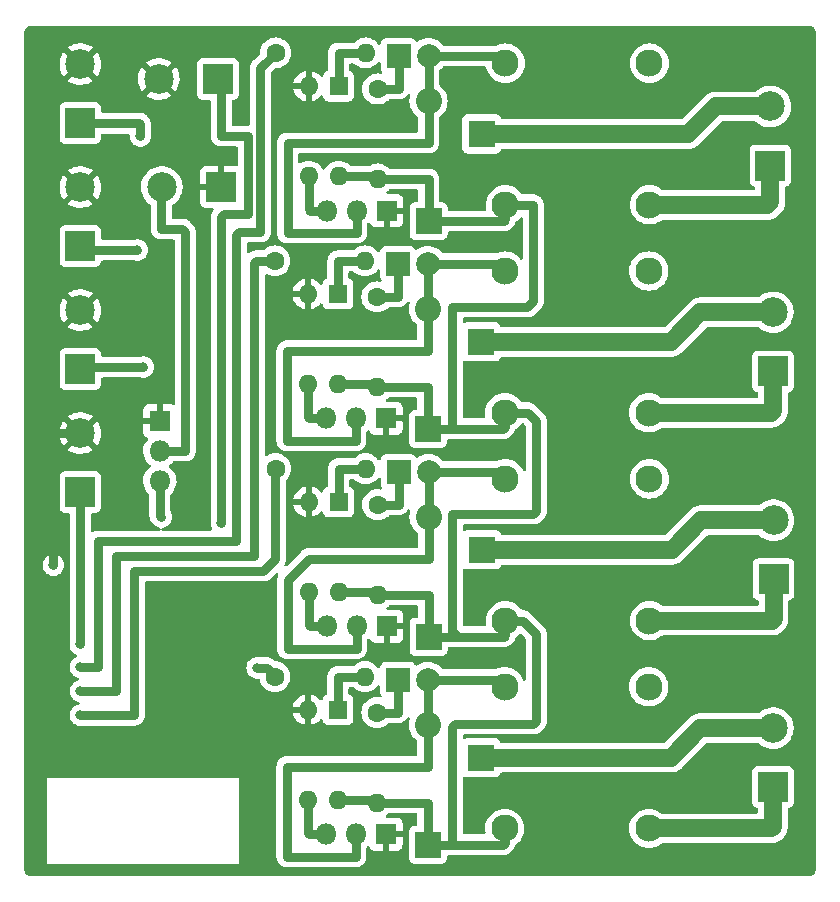
<source format=gbr>
%TF.GenerationSoftware,KiCad,Pcbnew,(6.0.10)*%
%TF.CreationDate,2023-01-21T19:58:42+05:30*%
%TF.ProjectId,Micro MCU V2,4d696372-6f20-44d4-9355-2056322e6b69,rev?*%
%TF.SameCoordinates,Original*%
%TF.FileFunction,Copper,L2,Bot*%
%TF.FilePolarity,Positive*%
%FSLAX46Y46*%
G04 Gerber Fmt 4.6, Leading zero omitted, Abs format (unit mm)*
G04 Created by KiCad (PCBNEW (6.0.10)) date 2023-01-21 19:58:42*
%MOMM*%
%LPD*%
G01*
G04 APERTURE LIST*
%TA.AperFunction,ComponentPad*%
%ADD10R,2.000000X2.000000*%
%TD*%
%TA.AperFunction,ComponentPad*%
%ADD11C,2.000000*%
%TD*%
%TA.AperFunction,ComponentPad*%
%ADD12R,1.600000X1.600000*%
%TD*%
%TA.AperFunction,ComponentPad*%
%ADD13O,1.600000X1.600000*%
%TD*%
%TA.AperFunction,ComponentPad*%
%ADD14R,2.500000X2.500000*%
%TD*%
%TA.AperFunction,ComponentPad*%
%ADD15C,2.500000*%
%TD*%
%TA.AperFunction,ComponentPad*%
%ADD16R,1.800000X1.800000*%
%TD*%
%TA.AperFunction,ComponentPad*%
%ADD17O,1.800000X1.800000*%
%TD*%
%TA.AperFunction,ComponentPad*%
%ADD18C,1.600000*%
%TD*%
%TA.AperFunction,ComponentPad*%
%ADD19R,2.300000X2.300000*%
%TD*%
%TA.AperFunction,ComponentPad*%
%ADD20C,2.300000*%
%TD*%
%TA.AperFunction,ComponentPad*%
%ADD21R,2.200000X2.200000*%
%TD*%
%TA.AperFunction,ComponentPad*%
%ADD22O,2.200000X2.200000*%
%TD*%
%TA.AperFunction,ViaPad*%
%ADD23C,0.800000*%
%TD*%
%TA.AperFunction,Conductor*%
%ADD24C,0.750000*%
%TD*%
%TA.AperFunction,Conductor*%
%ADD25C,1.500000*%
%TD*%
G04 APERTURE END LIST*
D10*
%TO.P,D1,1*%
%TO.N,N/C*%
X169182000Y-81256000D03*
D11*
%TO.P,D1,2*%
X171722000Y-81256000D03*
%TD*%
D12*
%TO.P,U1,1*%
%TO.N,N/C*%
X164051000Y-101406000D03*
D13*
%TO.P,U1,2*%
%TO.N,GND*%
X161511000Y-101406000D03*
%TO.P,U1,3*%
%TO.N,N/C*%
X161511000Y-109026000D03*
%TO.P,U1,4*%
X164051000Y-109026000D03*
%TD*%
D14*
%TO.P,J1,1*%
%TO.N,N/C*%
X142240000Y-82978000D03*
D15*
%TO.P,J1,2*%
%TO.N,GND*%
X142240000Y-77978000D03*
%TD*%
D16*
%TO.P,Q1,1,E*%
%TO.N,GND*%
X148977000Y-76962000D03*
D17*
%TO.P,Q1,2,C*%
%TO.N,N/C*%
X148977000Y-79502000D03*
%TO.P,Q1,3,B*%
X148977000Y-82042000D03*
%TD*%
D14*
%TO.P,J1,1*%
%TO.N,N/C*%
X200932000Y-90360000D03*
D15*
%TO.P,J1,2*%
X200932000Y-85360000D03*
%TD*%
D18*
%TO.P,R2,1*%
%TO.N,N/C*%
X167404000Y-48850000D03*
D13*
%TO.P,R2,2*%
X167404000Y-56470000D03*
%TD*%
D19*
%TO.P,RLY1,1,COM*%
%TO.N,N/C*%
X176230000Y-87860000D03*
D20*
%TO.P,RLY1,2*%
X178230000Y-93860000D03*
%TO.P,RLY1,3,NO*%
X190430000Y-93860000D03*
%TO.P,RLY1,4,NC*%
X190430000Y-81860000D03*
%TO.P,RLY1,5*%
X178230000Y-81860000D03*
%TD*%
D10*
%TO.P,D1,1*%
%TO.N,N/C*%
X169126000Y-98856000D03*
D11*
%TO.P,D1,2*%
X171666000Y-98856000D03*
%TD*%
D12*
%TO.P,U1,1*%
%TO.N,N/C*%
X164107000Y-83806000D03*
D13*
%TO.P,U1,2*%
%TO.N,GND*%
X161567000Y-83806000D03*
%TO.P,U1,3*%
%TO.N,N/C*%
X161567000Y-91426000D03*
%TO.P,U1,4*%
X164107000Y-91426000D03*
%TD*%
D14*
%TO.P,J1,1*%
%TO.N,N/C*%
X142240000Y-51736000D03*
D15*
%TO.P,J1,2*%
%TO.N,GND*%
X142240000Y-46736000D03*
%TD*%
D21*
%TO.P,D2,1,K*%
%TO.N,N/C*%
X171722000Y-60026000D03*
D22*
%TO.P,D2,2,A*%
X171722000Y-49866000D03*
%TD*%
D19*
%TO.P,RLY1,1,COM*%
%TO.N,N/C*%
X176174000Y-70260000D03*
D20*
%TO.P,RLY1,2*%
X178174000Y-76260000D03*
%TO.P,RLY1,3,NO*%
X190374000Y-76260000D03*
%TO.P,RLY1,4,NC*%
X190374000Y-64260000D03*
%TO.P,RLY1,5*%
X178174000Y-64260000D03*
%TD*%
D14*
%TO.P,J1,1*%
%TO.N,N/C*%
X200876000Y-72760000D03*
D15*
%TO.P,J1,2*%
X200876000Y-67760000D03*
%TD*%
D16*
%TO.P,Q1,1,E*%
%TO.N,GND*%
X168166000Y-94343000D03*
D17*
%TO.P,Q1,2,C*%
%TO.N,N/C*%
X165626000Y-94343000D03*
%TO.P,Q1,3,B*%
X163086000Y-94343000D03*
%TD*%
D14*
%TO.P,J1,1*%
%TO.N,N/C*%
X200660000Y-55332000D03*
D15*
%TO.P,J1,2*%
X200660000Y-50332000D03*
%TD*%
D18*
%TO.P,R2,1*%
%TO.N,N/C*%
X167348000Y-101650000D03*
D13*
%TO.P,R2,2*%
X167348000Y-109270000D03*
%TD*%
D18*
%TO.P,R2,1*%
%TO.N,N/C*%
X167348000Y-66450000D03*
D13*
%TO.P,R2,2*%
X167348000Y-74070000D03*
%TD*%
D21*
%TO.P,D2,1,K*%
%TO.N,N/C*%
X171666000Y-112826000D03*
D22*
%TO.P,D2,2,A*%
X171666000Y-102666000D03*
%TD*%
D14*
%TO.P,J1,1*%
%TO.N,N/C*%
X142240000Y-72564000D03*
D15*
%TO.P,J1,2*%
%TO.N,GND*%
X142240000Y-67564000D03*
%TD*%
D19*
%TO.P,RLY1,1,COM*%
%TO.N,N/C*%
X176174000Y-105460000D03*
D20*
%TO.P,RLY1,2*%
X178174000Y-111460000D03*
%TO.P,RLY1,3,NO*%
X190374000Y-111460000D03*
%TO.P,RLY1,4,NC*%
X190374000Y-99460000D03*
%TO.P,RLY1,5*%
X178174000Y-99460000D03*
%TD*%
D19*
%TO.P,RLY1,1,COM*%
%TO.N,N/C*%
X176230000Y-52660000D03*
D20*
%TO.P,RLY1,2*%
X178230000Y-58660000D03*
%TO.P,RLY1,3,NO*%
X190430000Y-58660000D03*
%TO.P,RLY1,4,NC*%
X190430000Y-46660000D03*
%TO.P,RLY1,5*%
X178230000Y-46660000D03*
%TD*%
D14*
%TO.P,J1,1*%
%TO.N,N/C*%
X200876000Y-107960000D03*
D15*
%TO.P,J1,2*%
X200876000Y-102960000D03*
%TD*%
D14*
%TO.P,J1,1*%
%TO.N,GND*%
X154138000Y-57150000D03*
D15*
%TO.P,J1,2*%
%TO.N,N/C*%
X149138000Y-57150000D03*
%TD*%
D16*
%TO.P,Q1,1,E*%
%TO.N,GND*%
X168110000Y-76743000D03*
D17*
%TO.P,Q1,2,C*%
%TO.N,N/C*%
X165570000Y-76743000D03*
%TO.P,Q1,3,B*%
X163030000Y-76743000D03*
%TD*%
D14*
%TO.P,J1,1*%
%TO.N,N/C*%
X153884000Y-48006000D03*
D15*
%TO.P,J1,2*%
%TO.N,GND*%
X148884000Y-48006000D03*
%TD*%
D21*
%TO.P,D2,1,K*%
%TO.N,N/C*%
X171722000Y-95226000D03*
D22*
%TO.P,D2,2,A*%
X171722000Y-85066000D03*
%TD*%
D12*
%TO.P,U1,1*%
%TO.N,N/C*%
X164051000Y-66206000D03*
D13*
%TO.P,U1,2*%
%TO.N,GND*%
X161511000Y-66206000D03*
%TO.P,U1,3*%
%TO.N,N/C*%
X161511000Y-73826000D03*
%TO.P,U1,4*%
X164051000Y-73826000D03*
%TD*%
D18*
%TO.P,R1,1*%
%TO.N,N/C*%
X158712000Y-63402000D03*
D13*
%TO.P,R1,2*%
X166332000Y-63402000D03*
%TD*%
D21*
%TO.P,D2,1,K*%
%TO.N,N/C*%
X171666000Y-77626000D03*
D22*
%TO.P,D2,2,A*%
X171666000Y-67466000D03*
%TD*%
D14*
%TO.P,J1,1*%
%TO.N,N/C*%
X142240000Y-62150000D03*
D15*
%TO.P,J1,2*%
%TO.N,GND*%
X142240000Y-57150000D03*
%TD*%
D16*
%TO.P,Q1,1,E*%
%TO.N,GND*%
X168110000Y-111943000D03*
D17*
%TO.P,Q1,2,C*%
%TO.N,N/C*%
X165570000Y-111943000D03*
%TO.P,Q1,3,B*%
X163030000Y-111943000D03*
%TD*%
D16*
%TO.P,Q1,1,E*%
%TO.N,GND*%
X168166000Y-59143000D03*
D17*
%TO.P,Q1,2,C*%
%TO.N,N/C*%
X165626000Y-59143000D03*
%TO.P,Q1,3,B*%
X163086000Y-59143000D03*
%TD*%
D18*
%TO.P,R1,1*%
%TO.N,N/C*%
X158712000Y-98602000D03*
D13*
%TO.P,R1,2*%
X166332000Y-98602000D03*
%TD*%
D10*
%TO.P,D1,1*%
%TO.N,N/C*%
X169182000Y-46056000D03*
D11*
%TO.P,D1,2*%
X171722000Y-46056000D03*
%TD*%
D10*
%TO.P,D1,1*%
%TO.N,N/C*%
X169126000Y-63656000D03*
D11*
%TO.P,D1,2*%
X171666000Y-63656000D03*
%TD*%
D18*
%TO.P,R2,1*%
%TO.N,N/C*%
X167404000Y-84050000D03*
D13*
%TO.P,R2,2*%
X167404000Y-91670000D03*
%TD*%
D18*
%TO.P,R1,1*%
%TO.N,N/C*%
X158768000Y-81002000D03*
D13*
%TO.P,R1,2*%
X166388000Y-81002000D03*
%TD*%
D12*
%TO.P,U1,1*%
%TO.N,N/C*%
X164107000Y-48606000D03*
D13*
%TO.P,U1,2*%
%TO.N,GND*%
X161567000Y-48606000D03*
%TO.P,U1,3*%
%TO.N,N/C*%
X161567000Y-56226000D03*
%TO.P,U1,4*%
X164107000Y-56226000D03*
%TD*%
D18*
%TO.P,R1,1*%
%TO.N,N/C*%
X158768000Y-45802000D03*
D13*
%TO.P,R1,2*%
X166388000Y-45802000D03*
%TD*%
D23*
%TO.N,*%
X142240000Y-101860000D03*
X147066000Y-62484000D03*
X147574000Y-72390000D03*
X154178000Y-85598000D03*
X157210000Y-97860000D03*
X149098000Y-85090000D03*
X139954000Y-89154000D03*
X142240000Y-99822000D03*
X142240000Y-97790000D03*
X147320000Y-52832000D03*
X142240000Y-95860000D03*
%TD*%
D24*
%TO.N,*%
X173736000Y-102870000D02*
X173736000Y-112622000D01*
X180848000Y-102362000D02*
X180594000Y-102616000D01*
X173990000Y-102616000D02*
X173736000Y-102870000D01*
X180848000Y-94996000D02*
X180848000Y-102362000D01*
X179712000Y-93860000D02*
X180848000Y-94996000D01*
X178230000Y-93860000D02*
X179712000Y-93860000D01*
X180594000Y-102616000D02*
X173990000Y-102616000D01*
X173736000Y-112622000D02*
X173940000Y-112826000D01*
X173736000Y-84836000D02*
X173736000Y-94742000D01*
X180594000Y-84836000D02*
X173736000Y-84836000D01*
X180848000Y-84582000D02*
X180594000Y-84836000D01*
X173736000Y-94742000D02*
X174220000Y-95226000D01*
X180848000Y-76962000D02*
X180848000Y-84582000D01*
X180146000Y-76260000D02*
X180848000Y-76962000D01*
X178174000Y-76260000D02*
X180146000Y-76260000D01*
X173736000Y-77528000D02*
X173834000Y-77626000D01*
X180594000Y-58674000D02*
X180594000Y-66802000D01*
X180580000Y-58660000D02*
X180594000Y-58674000D01*
X180594000Y-66802000D02*
X180086000Y-67310000D01*
X178230000Y-58660000D02*
X180580000Y-58660000D01*
X180086000Y-67310000D02*
X173736000Y-67310000D01*
X173736000Y-67310000D02*
X173736000Y-77528000D01*
X158750000Y-81020000D02*
X158768000Y-81002000D01*
X158750000Y-88646000D02*
X158750000Y-81020000D01*
X157734000Y-89662000D02*
X158750000Y-88646000D01*
X146812000Y-101860000D02*
X146812000Y-89662000D01*
X146812000Y-89662000D02*
X157734000Y-89662000D01*
X142240000Y-101860000D02*
X146812000Y-101860000D01*
X171722000Y-88622000D02*
X171722000Y-85066000D01*
X159784000Y-90406000D02*
X161568000Y-88622000D01*
X161568000Y-88622000D02*
X171722000Y-88622000D01*
X159784000Y-96242000D02*
X159784000Y-90406000D01*
X165626000Y-96242000D02*
X159784000Y-96242000D01*
X165626000Y-94343000D02*
X165626000Y-96242000D01*
X150876000Y-60706000D02*
X149098000Y-60706000D01*
X161567000Y-56226000D02*
X161567000Y-59005000D01*
X159728000Y-113842000D02*
X165570000Y-113842000D01*
X171722000Y-46056000D02*
X171722000Y-49866000D01*
X161695000Y-59143000D02*
X163086000Y-59143000D01*
D25*
X200876000Y-67760000D02*
X194740000Y-67760000D01*
D24*
X178016000Y-112826000D02*
X178174000Y-112668000D01*
D25*
X200876000Y-107960000D02*
X200876000Y-111302000D01*
D24*
X151130000Y-60960000D02*
X150876000Y-60706000D01*
X142240000Y-95860000D02*
X142240000Y-82978000D01*
X178230000Y-59868000D02*
X178230000Y-58660000D01*
X178174000Y-99460000D02*
X178016000Y-99302000D01*
X142414000Y-72390000D02*
X142240000Y-72564000D01*
X178072000Y-46502000D02*
X178072000Y-46056000D01*
X148977000Y-82042000D02*
X148977000Y-84969000D01*
X171666000Y-63656000D02*
X171666000Y-67466000D01*
X157210000Y-97860000D02*
X158046000Y-97860000D01*
X167160000Y-91426000D02*
X164107000Y-91426000D01*
X147240000Y-51736000D02*
X142240000Y-51736000D01*
X167348000Y-74070000D02*
X167104000Y-73826000D01*
X161639000Y-111943000D02*
X163030000Y-111943000D01*
X171666000Y-77626000D02*
X173834000Y-77626000D01*
X158750000Y-98564000D02*
X158712000Y-98602000D01*
X171666000Y-102666000D02*
X171666000Y-106222000D01*
X164102000Y-45802000D02*
X166388000Y-45802000D01*
D25*
X200932000Y-93702000D02*
X200774000Y-93860000D01*
D24*
X165570000Y-113842000D02*
X165570000Y-111943000D01*
X156972000Y-63558000D02*
X157128000Y-63402000D01*
D25*
X200932000Y-85360000D02*
X194796000Y-85360000D01*
D24*
X143764000Y-87122000D02*
X155448000Y-87122000D01*
X178174000Y-77468000D02*
X178174000Y-76260000D01*
X174220000Y-95226000D02*
X178072000Y-95226000D01*
X164107000Y-83806000D02*
X164107000Y-81007000D01*
X161511000Y-76605000D02*
X161506000Y-76610000D01*
X171722000Y-49866000D02*
X171722000Y-53422000D01*
D25*
X194740000Y-102960000D02*
X192240000Y-105460000D01*
X192240000Y-105460000D02*
X176174000Y-105460000D01*
D24*
X147320000Y-51816000D02*
X147240000Y-51736000D01*
X159784000Y-53422000D02*
X159784000Y-61042000D01*
X154178000Y-59690000D02*
X154432000Y-59436000D01*
X157480000Y-47090000D02*
X158768000Y-45802000D01*
D25*
X193720000Y-52660000D02*
X176230000Y-52660000D01*
D24*
X161511000Y-109026000D02*
X161511000Y-111805000D01*
X178072000Y-60026000D02*
X178230000Y-59868000D01*
X154178000Y-48300000D02*
X153884000Y-48006000D01*
X154178000Y-52832000D02*
X154178000Y-48300000D01*
X173940000Y-112826000D02*
X178016000Y-112826000D01*
X164046000Y-98602000D02*
X166332000Y-98602000D01*
D25*
X200660000Y-55332000D02*
X200660000Y-58420000D01*
D24*
X161639000Y-76743000D02*
X163030000Y-76743000D01*
D25*
X200876000Y-72760000D02*
X200876000Y-76102000D01*
D24*
X173834000Y-77626000D02*
X178016000Y-77626000D01*
D25*
X200420000Y-58660000D02*
X190430000Y-58660000D01*
D24*
X159784000Y-61042000D02*
X165626000Y-61042000D01*
X161511000Y-73826000D02*
X161511000Y-76605000D01*
X167104000Y-73826000D02*
X164051000Y-73826000D01*
X149098000Y-60706000D02*
X149098000Y-57190000D01*
X178016000Y-63656000D02*
X171666000Y-63656000D01*
X178016000Y-99302000D02*
X178016000Y-98856000D01*
X161567000Y-59005000D02*
X161562000Y-59010000D01*
X164046000Y-63402000D02*
X166332000Y-63402000D01*
D25*
X200932000Y-90360000D02*
X200932000Y-93702000D01*
D24*
X178230000Y-46660000D02*
X178072000Y-46502000D01*
X143764000Y-97790000D02*
X143764000Y-87122000D01*
X147320000Y-52832000D02*
X147320000Y-51816000D01*
D25*
X194740000Y-67760000D02*
X192240000Y-70260000D01*
D24*
X161511000Y-111805000D02*
X161506000Y-111810000D01*
X171722000Y-81256000D02*
X171722000Y-85066000D01*
D25*
X200876000Y-111302000D02*
X200718000Y-111460000D01*
D24*
X167348000Y-74070000D02*
X171666000Y-74070000D01*
X171666000Y-74070000D02*
X171666000Y-77626000D01*
D25*
X200660000Y-50332000D02*
X196048000Y-50332000D01*
D24*
X178230000Y-95068000D02*
X178230000Y-93860000D01*
X161567000Y-91426000D02*
X161567000Y-94205000D01*
X161506000Y-111810000D02*
X161639000Y-111943000D01*
D25*
X200660000Y-58420000D02*
X200420000Y-58660000D01*
D24*
X171722000Y-60026000D02*
X178072000Y-60026000D01*
X167348000Y-109270000D02*
X171666000Y-109270000D01*
X142574000Y-62484000D02*
X142240000Y-62150000D01*
X171666000Y-112826000D02*
X173940000Y-112826000D01*
X145288000Y-99822000D02*
X145288000Y-88392000D01*
X161567000Y-94205000D02*
X161562000Y-94210000D01*
X164102000Y-81002000D02*
X166388000Y-81002000D01*
X148977000Y-79502000D02*
X151130000Y-79502000D01*
X164051000Y-101406000D02*
X164051000Y-98607000D01*
X148977000Y-84969000D02*
X149098000Y-85090000D01*
X167404000Y-56470000D02*
X167160000Y-56226000D01*
X178072000Y-46056000D02*
X171722000Y-46056000D01*
X159728000Y-71022000D02*
X159728000Y-78642000D01*
X164051000Y-98607000D02*
X164046000Y-98602000D01*
X171666000Y-67466000D02*
X171666000Y-71022000D01*
X169182000Y-81256000D02*
X169182000Y-84050000D01*
X165570000Y-78642000D02*
X165570000Y-76743000D01*
X171666000Y-71022000D02*
X159728000Y-71022000D01*
X147066000Y-62484000D02*
X142574000Y-62484000D01*
X159728000Y-78642000D02*
X165570000Y-78642000D01*
X178174000Y-64260000D02*
X178016000Y-64102000D01*
D25*
X176312000Y-52578000D02*
X176230000Y-52660000D01*
D24*
X161506000Y-76610000D02*
X161639000Y-76743000D01*
X157128000Y-63402000D02*
X158712000Y-63402000D01*
X161695000Y-94343000D02*
X163086000Y-94343000D01*
X154432000Y-59436000D02*
X156464000Y-59436000D01*
X164107000Y-81007000D02*
X164102000Y-81002000D01*
X167404000Y-56470000D02*
X171722000Y-56470000D01*
X142240000Y-99822000D02*
X145288000Y-99822000D01*
X178072000Y-95226000D02*
X178230000Y-95068000D01*
X178174000Y-112668000D02*
X178174000Y-111460000D01*
X158046000Y-97860000D02*
X158750000Y-98564000D01*
X178230000Y-81860000D02*
X178072000Y-81702000D01*
X164107000Y-45807000D02*
X164102000Y-45802000D01*
X169126000Y-63656000D02*
X169126000Y-66450000D01*
X167348000Y-109270000D02*
X167104000Y-109026000D01*
X178016000Y-98856000D02*
X171666000Y-98856000D01*
X142240000Y-97790000D02*
X143764000Y-97790000D01*
X161562000Y-94210000D02*
X161695000Y-94343000D01*
X167404000Y-91670000D02*
X171722000Y-91670000D01*
D25*
X196048000Y-50332000D02*
X193720000Y-52660000D01*
D24*
X169182000Y-84050000D02*
X167404000Y-84050000D01*
D25*
X200876000Y-76102000D02*
X200718000Y-76260000D01*
D24*
X171666000Y-106222000D02*
X159728000Y-106222000D01*
X167160000Y-56226000D02*
X164107000Y-56226000D01*
D25*
X194796000Y-85360000D02*
X192296000Y-87860000D01*
D24*
X156464000Y-52832000D02*
X154178000Y-52832000D01*
X171666000Y-109270000D02*
X171666000Y-112826000D01*
X156464000Y-59436000D02*
X156464000Y-52832000D01*
X178072000Y-81702000D02*
X178072000Y-81256000D01*
X178016000Y-64102000D02*
X178016000Y-63656000D01*
X154178000Y-85598000D02*
X154178000Y-59690000D01*
X167404000Y-91670000D02*
X167160000Y-91426000D01*
D25*
X200718000Y-76260000D02*
X190374000Y-76260000D01*
D24*
X164051000Y-66206000D02*
X164051000Y-63407000D01*
X171722000Y-95226000D02*
X174220000Y-95226000D01*
D25*
X192296000Y-87860000D02*
X176230000Y-87860000D01*
D24*
X151130000Y-79502000D02*
X151130000Y-60960000D01*
X164107000Y-48606000D02*
X164107000Y-45807000D01*
D25*
X192240000Y-70260000D02*
X176174000Y-70260000D01*
D24*
X167104000Y-109026000D02*
X164051000Y-109026000D01*
X145288000Y-88392000D02*
X156972000Y-88392000D01*
X169126000Y-66450000D02*
X167348000Y-66450000D01*
X159728000Y-106222000D02*
X159728000Y-113842000D01*
X157480000Y-60960000D02*
X157480000Y-47090000D01*
X171666000Y-98856000D02*
X171666000Y-102666000D01*
X155448000Y-87122000D02*
X155448000Y-61214000D01*
X171722000Y-53422000D02*
X159784000Y-53422000D01*
D25*
X200718000Y-111460000D02*
X190374000Y-111460000D01*
D24*
X149098000Y-57190000D02*
X149138000Y-57150000D01*
X165626000Y-61042000D02*
X165626000Y-59143000D01*
X155702000Y-60960000D02*
X157480000Y-60960000D01*
X155448000Y-61214000D02*
X155702000Y-60960000D01*
X178016000Y-77626000D02*
X178174000Y-77468000D01*
X169182000Y-46056000D02*
X169182000Y-48850000D01*
X171722000Y-91670000D02*
X171722000Y-95226000D01*
D25*
X200774000Y-93860000D02*
X190430000Y-93860000D01*
D24*
X171722000Y-56470000D02*
X171722000Y-60026000D01*
X178072000Y-81256000D02*
X171722000Y-81256000D01*
X156972000Y-88392000D02*
X156972000Y-63558000D01*
X161562000Y-59010000D02*
X161695000Y-59143000D01*
D25*
X200876000Y-102960000D02*
X194740000Y-102960000D01*
D24*
X169126000Y-101650000D02*
X167348000Y-101650000D01*
X169182000Y-48850000D02*
X167404000Y-48850000D01*
X164051000Y-63407000D02*
X164046000Y-63402000D01*
X169126000Y-98856000D02*
X169126000Y-101650000D01*
X147574000Y-72390000D02*
X142414000Y-72390000D01*
%TO.N,GND*%
X139446000Y-78486000D02*
X139446000Y-86868000D01*
X139954000Y-87376000D02*
X139954000Y-89154000D01*
X139954000Y-77978000D02*
X139446000Y-78486000D01*
X139446000Y-86868000D02*
X139954000Y-87376000D01*
X142240000Y-77978000D02*
X139954000Y-77978000D01*
%TD*%
%TA.AperFunction,Conductor*%
%TO.N,GND*%
G36*
X203970018Y-43510000D02*
G01*
X203984852Y-43512310D01*
X203984855Y-43512310D01*
X203993724Y-43513691D01*
X204002626Y-43512527D01*
X204002750Y-43512511D01*
X204033192Y-43512240D01*
X204040621Y-43513077D01*
X204095264Y-43519234D01*
X204122771Y-43525513D01*
X204199853Y-43552485D01*
X204225274Y-43564727D01*
X204294426Y-43608178D01*
X204316485Y-43625770D01*
X204374230Y-43683515D01*
X204391822Y-43705574D01*
X204435273Y-43774726D01*
X204447515Y-43800147D01*
X204474487Y-43877228D01*
X204480766Y-43904736D01*
X204487018Y-43960226D01*
X204486923Y-43975868D01*
X204487800Y-43975879D01*
X204487690Y-43984851D01*
X204486309Y-43993724D01*
X204487473Y-44002626D01*
X204487473Y-44002628D01*
X204490436Y-44025283D01*
X204491500Y-44041621D01*
X204491500Y-114950633D01*
X204490000Y-114970018D01*
X204486309Y-114993724D01*
X204487473Y-115002626D01*
X204487489Y-115002750D01*
X204487760Y-115033192D01*
X204485430Y-115053870D01*
X204480766Y-115095264D01*
X204474487Y-115122771D01*
X204447515Y-115199853D01*
X204435273Y-115225274D01*
X204391822Y-115294426D01*
X204374230Y-115316485D01*
X204316485Y-115374230D01*
X204294426Y-115391822D01*
X204225274Y-115435273D01*
X204199853Y-115447515D01*
X204122772Y-115474487D01*
X204095264Y-115480766D01*
X204039774Y-115487018D01*
X204024132Y-115486923D01*
X204024121Y-115487800D01*
X204015149Y-115487690D01*
X204006276Y-115486309D01*
X203997374Y-115487473D01*
X203997372Y-115487473D01*
X203986385Y-115488910D01*
X203974714Y-115490436D01*
X203958379Y-115491500D01*
X138049367Y-115491500D01*
X138029982Y-115490000D01*
X138015148Y-115487690D01*
X138015145Y-115487690D01*
X138006276Y-115486309D01*
X137997374Y-115487473D01*
X137997250Y-115487489D01*
X137966808Y-115487760D01*
X137946130Y-115485430D01*
X137904736Y-115480766D01*
X137877229Y-115474487D01*
X137800147Y-115447515D01*
X137774726Y-115435273D01*
X137705574Y-115391822D01*
X137683515Y-115374230D01*
X137625770Y-115316485D01*
X137608178Y-115294426D01*
X137564727Y-115225274D01*
X137552485Y-115199853D01*
X137525513Y-115122772D01*
X137519234Y-115095266D01*
X137513170Y-115041451D01*
X137512888Y-115016640D01*
X137513576Y-115012552D01*
X137513729Y-115000000D01*
X137509773Y-114972376D01*
X137508500Y-114954514D01*
X137508500Y-114480000D01*
X139452000Y-114480000D01*
X155692000Y-114480000D01*
X155692000Y-107160000D01*
X139452000Y-107160000D01*
X139452000Y-114480000D01*
X137508500Y-114480000D01*
X137508500Y-89154000D01*
X139040496Y-89154000D01*
X139041186Y-89160565D01*
X139059655Y-89336285D01*
X139060458Y-89343928D01*
X139119473Y-89525556D01*
X139214960Y-89690944D01*
X139219378Y-89695851D01*
X139219379Y-89695852D01*
X139338325Y-89827955D01*
X139342747Y-89832866D01*
X139412894Y-89883831D01*
X139465651Y-89922161D01*
X139497248Y-89945118D01*
X139503276Y-89947802D01*
X139503278Y-89947803D01*
X139665681Y-90020109D01*
X139671712Y-90022794D01*
X139765113Y-90042647D01*
X139852056Y-90061128D01*
X139852061Y-90061128D01*
X139858513Y-90062500D01*
X140049487Y-90062500D01*
X140055939Y-90061128D01*
X140055944Y-90061128D01*
X140142887Y-90042647D01*
X140236288Y-90022794D01*
X140242319Y-90020109D01*
X140404722Y-89947803D01*
X140404724Y-89947802D01*
X140410752Y-89945118D01*
X140442350Y-89922161D01*
X140495106Y-89883831D01*
X140565253Y-89832866D01*
X140569675Y-89827955D01*
X140688621Y-89695852D01*
X140688622Y-89695851D01*
X140693040Y-89690944D01*
X140788527Y-89525556D01*
X140847542Y-89343928D01*
X140848346Y-89336285D01*
X140866814Y-89160565D01*
X140867504Y-89154000D01*
X140863491Y-89115822D01*
X140848232Y-88970635D01*
X140848232Y-88970633D01*
X140847542Y-88964072D01*
X140788527Y-88782444D01*
X140693040Y-88617056D01*
X140683174Y-88606098D01*
X140569675Y-88480045D01*
X140569674Y-88480044D01*
X140565253Y-88475134D01*
X140410752Y-88362882D01*
X140404724Y-88360198D01*
X140404722Y-88360197D01*
X140242319Y-88287891D01*
X140242318Y-88287891D01*
X140236288Y-88285206D01*
X140142887Y-88265353D01*
X140055944Y-88246872D01*
X140055939Y-88246872D01*
X140049487Y-88245500D01*
X139858513Y-88245500D01*
X139852061Y-88246872D01*
X139852056Y-88246872D01*
X139765112Y-88265353D01*
X139671712Y-88285206D01*
X139665682Y-88287891D01*
X139665681Y-88287891D01*
X139503278Y-88360197D01*
X139503276Y-88360198D01*
X139497248Y-88362882D01*
X139342747Y-88475134D01*
X139338326Y-88480044D01*
X139338325Y-88480045D01*
X139224827Y-88606098D01*
X139214960Y-88617056D01*
X139119473Y-88782444D01*
X139060458Y-88964072D01*
X139059768Y-88970633D01*
X139059768Y-88970635D01*
X139044509Y-89115822D01*
X139040496Y-89154000D01*
X137508500Y-89154000D01*
X137508500Y-84276134D01*
X140481500Y-84276134D01*
X140488255Y-84338316D01*
X140539385Y-84474705D01*
X140626739Y-84591261D01*
X140743295Y-84678615D01*
X140879684Y-84729745D01*
X140941866Y-84736500D01*
X141230500Y-84736500D01*
X141298621Y-84756502D01*
X141345114Y-84810158D01*
X141356500Y-84862500D01*
X141356500Y-95619210D01*
X141350333Y-95658146D01*
X141346458Y-95670072D01*
X141345768Y-95676633D01*
X141345768Y-95676635D01*
X141330190Y-95824854D01*
X141326496Y-95860000D01*
X141327186Y-95866565D01*
X141345159Y-96037564D01*
X141346458Y-96049928D01*
X141405473Y-96231556D01*
X141500960Y-96396944D01*
X141505378Y-96401851D01*
X141505379Y-96401852D01*
X141599500Y-96506384D01*
X141628747Y-96538866D01*
X141783248Y-96651118D01*
X141789276Y-96653802D01*
X141789278Y-96653803D01*
X141915259Y-96709893D01*
X141969355Y-96755873D01*
X141990004Y-96823800D01*
X141970652Y-96892109D01*
X141915259Y-96940107D01*
X141789278Y-96996197D01*
X141789276Y-96996198D01*
X141783248Y-96998882D01*
X141628747Y-97111134D01*
X141624326Y-97116044D01*
X141624325Y-97116045D01*
X141546456Y-97202528D01*
X141500960Y-97253056D01*
X141492206Y-97268219D01*
X141413013Y-97405385D01*
X141405473Y-97418444D01*
X141346458Y-97600072D01*
X141345768Y-97606633D01*
X141345768Y-97606635D01*
X141331341Y-97743903D01*
X141326496Y-97790000D01*
X141327186Y-97796565D01*
X141345056Y-97966584D01*
X141346458Y-97979928D01*
X141405473Y-98161556D01*
X141500960Y-98326944D01*
X141505378Y-98331851D01*
X141505379Y-98331852D01*
X141624325Y-98463955D01*
X141628747Y-98468866D01*
X141716280Y-98532463D01*
X141755297Y-98560810D01*
X141783248Y-98581118D01*
X141789276Y-98583802D01*
X141789278Y-98583803D01*
X141907097Y-98636259D01*
X141957712Y-98658794D01*
X142070430Y-98682753D01*
X142132903Y-98716482D01*
X142167225Y-98778631D01*
X142162497Y-98849470D01*
X142120221Y-98906508D01*
X142070430Y-98929247D01*
X141957712Y-98953206D01*
X141951682Y-98955891D01*
X141951681Y-98955891D01*
X141789278Y-99028197D01*
X141789276Y-99028198D01*
X141783248Y-99030882D01*
X141777907Y-99034762D01*
X141777906Y-99034763D01*
X141748366Y-99056225D01*
X141628747Y-99143134D01*
X141624326Y-99148044D01*
X141624325Y-99148045D01*
X141582103Y-99194938D01*
X141500960Y-99285056D01*
X141405473Y-99450444D01*
X141346458Y-99632072D01*
X141345768Y-99638633D01*
X141345768Y-99638635D01*
X141334920Y-99741849D01*
X141326496Y-99822000D01*
X141327186Y-99828565D01*
X141345327Y-100001164D01*
X141346458Y-100011928D01*
X141405473Y-100193556D01*
X141408776Y-100199278D01*
X141408777Y-100199279D01*
X141425612Y-100228437D01*
X141500960Y-100358944D01*
X141505378Y-100363851D01*
X141505379Y-100363852D01*
X141617419Y-100488285D01*
X141628747Y-100500866D01*
X141719130Y-100566533D01*
X141755297Y-100592810D01*
X141783248Y-100613118D01*
X141789276Y-100615802D01*
X141789278Y-100615803D01*
X141907097Y-100668259D01*
X141957712Y-100690794D01*
X142066036Y-100713819D01*
X142084543Y-100717753D01*
X142147017Y-100751482D01*
X142181338Y-100813631D01*
X142176610Y-100884470D01*
X142134334Y-100941508D01*
X142084543Y-100964247D01*
X142066036Y-100968181D01*
X141957712Y-100991206D01*
X141951682Y-100993891D01*
X141951681Y-100993891D01*
X141789278Y-101066197D01*
X141789276Y-101066198D01*
X141783248Y-101068882D01*
X141777907Y-101072762D01*
X141777906Y-101072763D01*
X141736088Y-101103146D01*
X141628747Y-101181134D01*
X141624326Y-101186044D01*
X141624325Y-101186045D01*
X141514298Y-101308243D01*
X141500960Y-101323056D01*
X141405473Y-101488444D01*
X141346458Y-101670072D01*
X141345768Y-101676633D01*
X141345768Y-101676635D01*
X141332771Y-101800292D01*
X141326496Y-101860000D01*
X141327186Y-101866565D01*
X141345461Y-102040439D01*
X141346458Y-102049928D01*
X141405473Y-102231556D01*
X141408776Y-102237278D01*
X141408777Y-102237279D01*
X141426330Y-102267682D01*
X141500960Y-102396944D01*
X141505378Y-102401851D01*
X141505379Y-102401852D01*
X141614579Y-102523131D01*
X141628747Y-102538866D01*
X141720964Y-102605866D01*
X141769647Y-102641236D01*
X141783248Y-102651118D01*
X141789276Y-102653802D01*
X141789278Y-102653803D01*
X141951681Y-102726109D01*
X141957712Y-102728794D01*
X142039850Y-102746253D01*
X142138056Y-102767128D01*
X142138061Y-102767128D01*
X142144513Y-102768500D01*
X142335487Y-102768500D01*
X142341939Y-102767128D01*
X142341944Y-102767128D01*
X142440150Y-102746253D01*
X142466347Y-102743500D01*
X146904860Y-102743500D01*
X146935160Y-102737060D01*
X146943938Y-102735194D01*
X146956963Y-102733131D01*
X146990140Y-102729644D01*
X146990143Y-102729643D01*
X146996702Y-102728954D01*
X147034704Y-102716606D01*
X147047443Y-102713193D01*
X147080067Y-102706259D01*
X147080069Y-102706258D01*
X147086521Y-102704887D01*
X147123022Y-102688636D01*
X147135332Y-102683911D01*
X147167047Y-102673606D01*
X147167048Y-102673605D01*
X147173331Y-102671564D01*
X147179054Y-102668260D01*
X147207939Y-102651584D01*
X147219686Y-102645598D01*
X147237896Y-102637490D01*
X147256183Y-102629348D01*
X147288505Y-102605864D01*
X147299564Y-102598683D01*
X147328451Y-102582005D01*
X147334169Y-102578704D01*
X147363859Y-102551971D01*
X147374108Y-102543671D01*
X147401095Y-102524064D01*
X147406434Y-102520185D01*
X147410850Y-102515281D01*
X147433171Y-102490492D01*
X147442492Y-102481171D01*
X147467281Y-102458850D01*
X147467282Y-102458848D01*
X147472185Y-102454434D01*
X147495672Y-102422107D01*
X147503972Y-102411858D01*
X147526285Y-102387077D01*
X147526286Y-102387076D01*
X147530704Y-102382169D01*
X147550682Y-102347567D01*
X147557864Y-102336507D01*
X147559925Y-102333671D01*
X147572534Y-102316316D01*
X147577467Y-102309526D01*
X147577468Y-102309525D01*
X147581348Y-102304184D01*
X147584031Y-102298158D01*
X147584035Y-102298151D01*
X147597600Y-102267682D01*
X147603582Y-102255940D01*
X147623564Y-102221331D01*
X147635914Y-102183320D01*
X147640636Y-102171020D01*
X147642671Y-102166451D01*
X147656887Y-102134521D01*
X147665193Y-102095443D01*
X147668607Y-102082701D01*
X147669182Y-102080933D01*
X147680954Y-102044702D01*
X147684865Y-102007498D01*
X147685131Y-102004963D01*
X147687194Y-101991938D01*
X147692452Y-101967199D01*
X147695500Y-101952860D01*
X147695500Y-101672522D01*
X160228273Y-101672522D01*
X160275764Y-101849761D01*
X160279510Y-101860053D01*
X160371586Y-102057511D01*
X160377069Y-102067007D01*
X160502028Y-102245467D01*
X160509084Y-102253875D01*
X160663125Y-102407916D01*
X160671533Y-102414972D01*
X160849993Y-102539931D01*
X160859489Y-102545414D01*
X161056947Y-102637490D01*
X161067239Y-102641236D01*
X161239503Y-102687394D01*
X161253599Y-102687058D01*
X161257000Y-102679116D01*
X161257000Y-101678115D01*
X161252525Y-101662876D01*
X161251135Y-101661671D01*
X161243452Y-101660000D01*
X160243033Y-101660000D01*
X160229502Y-101663973D01*
X160228273Y-101672522D01*
X147695500Y-101672522D01*
X147695500Y-101134503D01*
X160229606Y-101134503D01*
X160229942Y-101148599D01*
X160237884Y-101152000D01*
X161238885Y-101152000D01*
X161254124Y-101147525D01*
X161255329Y-101146135D01*
X161257000Y-101138452D01*
X161257000Y-100138033D01*
X161253027Y-100124502D01*
X161244478Y-100123273D01*
X161067239Y-100170764D01*
X161056947Y-100174510D01*
X160859489Y-100266586D01*
X160849993Y-100272069D01*
X160671533Y-100397028D01*
X160663125Y-100404084D01*
X160509084Y-100558125D01*
X160502028Y-100566533D01*
X160377069Y-100744993D01*
X160371586Y-100754489D01*
X160279510Y-100951947D01*
X160275764Y-100962239D01*
X160229606Y-101134503D01*
X147695500Y-101134503D01*
X147695500Y-97860000D01*
X156296496Y-97860000D01*
X156297186Y-97866565D01*
X156314727Y-98033454D01*
X156316458Y-98049928D01*
X156375473Y-98231556D01*
X156470960Y-98396944D01*
X156475378Y-98401851D01*
X156475379Y-98401852D01*
X156577927Y-98515743D01*
X156598747Y-98538866D01*
X156753248Y-98651118D01*
X156759276Y-98653802D01*
X156759278Y-98653803D01*
X156921681Y-98726109D01*
X156927712Y-98728794D01*
X157008895Y-98746050D01*
X157108056Y-98767128D01*
X157108061Y-98767128D01*
X157114513Y-98768500D01*
X157305271Y-98768500D01*
X157373392Y-98788502D01*
X157419885Y-98842158D01*
X157426978Y-98861888D01*
X157477716Y-99051243D01*
X157480039Y-99056224D01*
X157480039Y-99056225D01*
X157572151Y-99253762D01*
X157572154Y-99253767D01*
X157574477Y-99258749D01*
X157705802Y-99446300D01*
X157867700Y-99608198D01*
X157872208Y-99611355D01*
X157872211Y-99611357D01*
X157911168Y-99638635D01*
X158055251Y-99739523D01*
X158060233Y-99741846D01*
X158060238Y-99741849D01*
X158246203Y-99828565D01*
X158262757Y-99836284D01*
X158268065Y-99837706D01*
X158268067Y-99837707D01*
X158478598Y-99894119D01*
X158478600Y-99894119D01*
X158483913Y-99895543D01*
X158712000Y-99915498D01*
X158940087Y-99895543D01*
X158945400Y-99894119D01*
X158945402Y-99894119D01*
X159155933Y-99837707D01*
X159155935Y-99837706D01*
X159161243Y-99836284D01*
X159177797Y-99828565D01*
X159363762Y-99741849D01*
X159363767Y-99741846D01*
X159368749Y-99739523D01*
X159512832Y-99638635D01*
X159551789Y-99611357D01*
X159551792Y-99611355D01*
X159556300Y-99608198D01*
X159718198Y-99446300D01*
X159849523Y-99258749D01*
X159851846Y-99253767D01*
X159851849Y-99253762D01*
X159943961Y-99056225D01*
X159943961Y-99056224D01*
X159946284Y-99051243D01*
X159973219Y-98950723D01*
X160004119Y-98835402D01*
X160004119Y-98835400D01*
X160005543Y-98830087D01*
X160025498Y-98602000D01*
X160005543Y-98373913D01*
X159991485Y-98321449D01*
X159947707Y-98158067D01*
X159947706Y-98158065D01*
X159946284Y-98152757D01*
X159901262Y-98056206D01*
X159851849Y-97950238D01*
X159851846Y-97950233D01*
X159849523Y-97945251D01*
X159736218Y-97783435D01*
X159721357Y-97762211D01*
X159721355Y-97762208D01*
X159718198Y-97757700D01*
X159556300Y-97595802D01*
X159551792Y-97592645D01*
X159551789Y-97592643D01*
X159473611Y-97537902D01*
X159368749Y-97464477D01*
X159363767Y-97462154D01*
X159363762Y-97462151D01*
X159166225Y-97370039D01*
X159166224Y-97370039D01*
X159161243Y-97367716D01*
X159155935Y-97366294D01*
X159155933Y-97366293D01*
X159085796Y-97347500D01*
X158940087Y-97308457D01*
X158775770Y-97294081D01*
X158709654Y-97268219D01*
X158702460Y-97262212D01*
X158656796Y-97221096D01*
X158652031Y-97216573D01*
X158637986Y-97202528D01*
X158635409Y-97200441D01*
X158622554Y-97190031D01*
X158617538Y-97185747D01*
X158573080Y-97145717D01*
X158573075Y-97145713D01*
X158568169Y-97141296D01*
X158556552Y-97134589D01*
X158540259Y-97123391D01*
X158534971Y-97119109D01*
X158529839Y-97114953D01*
X158470637Y-97084787D01*
X158464867Y-97081654D01*
X158413055Y-97051740D01*
X158413050Y-97051738D01*
X158407331Y-97048436D01*
X158401051Y-97046395D01*
X158401043Y-97046392D01*
X158394579Y-97044292D01*
X158376317Y-97036728D01*
X158370251Y-97033637D01*
X158370242Y-97033634D01*
X158364363Y-97030638D01*
X158353018Y-97027598D01*
X158300196Y-97013444D01*
X158293894Y-97011578D01*
X158230702Y-96991046D01*
X158217372Y-96989645D01*
X158197929Y-96986042D01*
X158184971Y-96982570D01*
X158178381Y-96982225D01*
X158178377Y-96982224D01*
X158134427Y-96979921D01*
X158118628Y-96979093D01*
X158112069Y-96978577D01*
X158092306Y-96976500D01*
X158072445Y-96976500D01*
X158065850Y-96976327D01*
X158006098Y-96973195D01*
X158006094Y-96973195D01*
X157999507Y-96972850D01*
X157986253Y-96974949D01*
X157966544Y-96976500D01*
X157436347Y-96976500D01*
X157410150Y-96973747D01*
X157311944Y-96952872D01*
X157311939Y-96952872D01*
X157305487Y-96951500D01*
X157114513Y-96951500D01*
X157108061Y-96952872D01*
X157108056Y-96952872D01*
X157021112Y-96971353D01*
X156927712Y-96991206D01*
X156921682Y-96993891D01*
X156921681Y-96993891D01*
X156759278Y-97066197D01*
X156759276Y-97066198D01*
X156753248Y-97068882D01*
X156747907Y-97072762D01*
X156747906Y-97072763D01*
X156732159Y-97084204D01*
X156598747Y-97181134D01*
X156594326Y-97186044D01*
X156594325Y-97186045D01*
X156502073Y-97288502D01*
X156470960Y-97323056D01*
X156375473Y-97488444D01*
X156316458Y-97670072D01*
X156315768Y-97676633D01*
X156315768Y-97676635D01*
X156304543Y-97783435D01*
X156296496Y-97860000D01*
X147695500Y-97860000D01*
X147695500Y-90671500D01*
X147715502Y-90603379D01*
X147769158Y-90556886D01*
X147821500Y-90545500D01*
X157654543Y-90545500D01*
X157674255Y-90547051D01*
X157687507Y-90549150D01*
X157694094Y-90548805D01*
X157694098Y-90548805D01*
X157753850Y-90545673D01*
X157760445Y-90545500D01*
X157780306Y-90545500D01*
X157800069Y-90543423D01*
X157806628Y-90542907D01*
X157822427Y-90542079D01*
X157866377Y-90539776D01*
X157866381Y-90539775D01*
X157872971Y-90539430D01*
X157885929Y-90535958D01*
X157905372Y-90532355D01*
X157905795Y-90532311D01*
X157918702Y-90530954D01*
X157981894Y-90510422D01*
X157988196Y-90508556D01*
X158045985Y-90493071D01*
X158052363Y-90491362D01*
X158058242Y-90488366D01*
X158058251Y-90488363D01*
X158064317Y-90485272D01*
X158082579Y-90477708D01*
X158089043Y-90475608D01*
X158089051Y-90475605D01*
X158095331Y-90473564D01*
X158101050Y-90470262D01*
X158101055Y-90470260D01*
X158152867Y-90440346D01*
X158158637Y-90437213D01*
X158217839Y-90407047D01*
X158228259Y-90398609D01*
X158244552Y-90387411D01*
X158246736Y-90386150D01*
X158256169Y-90380704D01*
X158261075Y-90376287D01*
X158261080Y-90376283D01*
X158305538Y-90336253D01*
X158310554Y-90331969D01*
X158323409Y-90321559D01*
X158323412Y-90321556D01*
X158325986Y-90319472D01*
X158340031Y-90305427D01*
X158344816Y-90300886D01*
X158389274Y-90260856D01*
X158389275Y-90260855D01*
X158394185Y-90256434D01*
X158402075Y-90245574D01*
X158414912Y-90230546D01*
X158803368Y-89842090D01*
X158865680Y-89808064D01*
X158936495Y-89813129D01*
X158993331Y-89855676D01*
X159018142Y-89922196D01*
X159001583Y-89994184D01*
X158985065Y-90022794D01*
X158972436Y-90044669D01*
X158970395Y-90050949D01*
X158970392Y-90050957D01*
X158968292Y-90057421D01*
X158960728Y-90075683D01*
X158957637Y-90081749D01*
X158957634Y-90081758D01*
X158954638Y-90087637D01*
X158952929Y-90094015D01*
X158937444Y-90151804D01*
X158935578Y-90158106D01*
X158915046Y-90221298D01*
X158914356Y-90227866D01*
X158913645Y-90234628D01*
X158910042Y-90254071D01*
X158906570Y-90267029D01*
X158906225Y-90273619D01*
X158906224Y-90273623D01*
X158903093Y-90333367D01*
X158902577Y-90339931D01*
X158900500Y-90359694D01*
X158900500Y-90379555D01*
X158900327Y-90386150D01*
X158897487Y-90440346D01*
X158896850Y-90452493D01*
X158897882Y-90459007D01*
X158898949Y-90465744D01*
X158900500Y-90485456D01*
X158900500Y-96334860D01*
X158901873Y-96341318D01*
X158908806Y-96373938D01*
X158910869Y-96386963D01*
X158915046Y-96426702D01*
X158917085Y-96432977D01*
X158927393Y-96464701D01*
X158930807Y-96477443D01*
X158939113Y-96516521D01*
X158950791Y-96542749D01*
X158955363Y-96553019D01*
X158960089Y-96565332D01*
X158972436Y-96603331D01*
X158975739Y-96609053D01*
X158975740Y-96609054D01*
X158992416Y-96637939D01*
X158998400Y-96649682D01*
X159014652Y-96686183D01*
X159038134Y-96718503D01*
X159045316Y-96729562D01*
X159065296Y-96764169D01*
X159069714Y-96769076D01*
X159069715Y-96769077D01*
X159092029Y-96793859D01*
X159100328Y-96804107D01*
X159123815Y-96836434D01*
X159128718Y-96840848D01*
X159128719Y-96840850D01*
X159153508Y-96863171D01*
X159162829Y-96872492D01*
X159180493Y-96892109D01*
X159189566Y-96902185D01*
X159194905Y-96906064D01*
X159221893Y-96925672D01*
X159232142Y-96933972D01*
X159253133Y-96952872D01*
X159261831Y-96960704D01*
X159296432Y-96980681D01*
X159307491Y-96987863D01*
X159339816Y-97011348D01*
X159345842Y-97014031D01*
X159345849Y-97014035D01*
X159376318Y-97027600D01*
X159388060Y-97033582D01*
X159422669Y-97053564D01*
X159460680Y-97065914D01*
X159472976Y-97070635D01*
X159472982Y-97070637D01*
X159503450Y-97084203D01*
X159503453Y-97084204D01*
X159509479Y-97086887D01*
X159541401Y-97093672D01*
X159548557Y-97095193D01*
X159561296Y-97098606D01*
X159599298Y-97110954D01*
X159605857Y-97111643D01*
X159605860Y-97111644D01*
X159639037Y-97115131D01*
X159652062Y-97117194D01*
X159660840Y-97119060D01*
X159691140Y-97125500D01*
X165718860Y-97125500D01*
X165749160Y-97119060D01*
X165757938Y-97117194D01*
X165770963Y-97115131D01*
X165804140Y-97111644D01*
X165804143Y-97111643D01*
X165810702Y-97110954D01*
X165848704Y-97098606D01*
X165861443Y-97095193D01*
X165894067Y-97088259D01*
X165894069Y-97088258D01*
X165900521Y-97086887D01*
X165937022Y-97070636D01*
X165949332Y-97065911D01*
X165981047Y-97055606D01*
X165981048Y-97055605D01*
X165987331Y-97053564D01*
X165996213Y-97048436D01*
X166021939Y-97033584D01*
X166033686Y-97027598D01*
X166045870Y-97022173D01*
X166070183Y-97011348D01*
X166102505Y-96987864D01*
X166113564Y-96980683D01*
X166148169Y-96960704D01*
X166177859Y-96933971D01*
X166188108Y-96925671D01*
X166215095Y-96906064D01*
X166220434Y-96902185D01*
X166229507Y-96892109D01*
X166247171Y-96872492D01*
X166256492Y-96863171D01*
X166281281Y-96840850D01*
X166281282Y-96840848D01*
X166286185Y-96836434D01*
X166309672Y-96804107D01*
X166317972Y-96793858D01*
X166340285Y-96769077D01*
X166340286Y-96769076D01*
X166344704Y-96764169D01*
X166364682Y-96729567D01*
X166371864Y-96718507D01*
X166378123Y-96709893D01*
X166395348Y-96686184D01*
X166398033Y-96680154D01*
X166398035Y-96680151D01*
X166411600Y-96649682D01*
X166417583Y-96637939D01*
X166437564Y-96603331D01*
X166449914Y-96565320D01*
X166454636Y-96553020D01*
X166454637Y-96553019D01*
X166470887Y-96516521D01*
X166479193Y-96477443D01*
X166482607Y-96464701D01*
X166492915Y-96432977D01*
X166494954Y-96426702D01*
X166499131Y-96386963D01*
X166501194Y-96373938D01*
X166508127Y-96341318D01*
X166509500Y-96334860D01*
X166509500Y-95503457D01*
X166529502Y-95435336D01*
X166546560Y-95414207D01*
X166583697Y-95377199D01*
X166646068Y-95343282D01*
X166716875Y-95348470D01*
X166773636Y-95391116D01*
X166790619Y-95422218D01*
X166812677Y-95481056D01*
X166821214Y-95496649D01*
X166897715Y-95598724D01*
X166910276Y-95611285D01*
X167012351Y-95687786D01*
X167027946Y-95696324D01*
X167148394Y-95741478D01*
X167163649Y-95745105D01*
X167214514Y-95750631D01*
X167221328Y-95751000D01*
X167893885Y-95751000D01*
X167909124Y-95746525D01*
X167910329Y-95745135D01*
X167912000Y-95737452D01*
X167912000Y-95732884D01*
X168420000Y-95732884D01*
X168424475Y-95748123D01*
X168425865Y-95749328D01*
X168433548Y-95750999D01*
X169110669Y-95750999D01*
X169117490Y-95750629D01*
X169168352Y-95745105D01*
X169183604Y-95741479D01*
X169304054Y-95696324D01*
X169319649Y-95687786D01*
X169421724Y-95611285D01*
X169434285Y-95598724D01*
X169510786Y-95496649D01*
X169519324Y-95481054D01*
X169564478Y-95360606D01*
X169568105Y-95345351D01*
X169573631Y-95294486D01*
X169574000Y-95287672D01*
X169574000Y-94615115D01*
X169569525Y-94599876D01*
X169568135Y-94598671D01*
X169560452Y-94597000D01*
X168438115Y-94597000D01*
X168422876Y-94601475D01*
X168421671Y-94602865D01*
X168420000Y-94610548D01*
X168420000Y-95732884D01*
X167912000Y-95732884D01*
X167912000Y-94215000D01*
X167932002Y-94146879D01*
X167985658Y-94100386D01*
X168038000Y-94089000D01*
X169555884Y-94089000D01*
X169571123Y-94084525D01*
X169572328Y-94083135D01*
X169573999Y-94075452D01*
X169573999Y-93398331D01*
X169573629Y-93391510D01*
X169568105Y-93340648D01*
X169564479Y-93325396D01*
X169519324Y-93204946D01*
X169510786Y-93189351D01*
X169434285Y-93087276D01*
X169421724Y-93074715D01*
X169319649Y-92998214D01*
X169304054Y-92989676D01*
X169183606Y-92944522D01*
X169168351Y-92940895D01*
X169117486Y-92935369D01*
X169110672Y-92935000D01*
X168278313Y-92935001D01*
X168210192Y-92914999D01*
X168163699Y-92861343D01*
X168153595Y-92791069D01*
X168183088Y-92726489D01*
X168206041Y-92705789D01*
X168243786Y-92679359D01*
X168243788Y-92679357D01*
X168248300Y-92676198D01*
X168334093Y-92590405D01*
X168396405Y-92556379D01*
X168423188Y-92553500D01*
X170712500Y-92553500D01*
X170780621Y-92573502D01*
X170827114Y-92627158D01*
X170838500Y-92679500D01*
X170838500Y-93491500D01*
X170818498Y-93559621D01*
X170764842Y-93606114D01*
X170712500Y-93617500D01*
X170573866Y-93617500D01*
X170511684Y-93624255D01*
X170375295Y-93675385D01*
X170258739Y-93762739D01*
X170171385Y-93879295D01*
X170120255Y-94015684D01*
X170113500Y-94077866D01*
X170113500Y-96374134D01*
X170120255Y-96436316D01*
X170171385Y-96572705D01*
X170258739Y-96689261D01*
X170375295Y-96776615D01*
X170511684Y-96827745D01*
X170573866Y-96834500D01*
X172870134Y-96834500D01*
X172932316Y-96827745D01*
X173068705Y-96776615D01*
X173185261Y-96689261D01*
X173272615Y-96572705D01*
X173323745Y-96436316D01*
X173330500Y-96374134D01*
X173330500Y-96235500D01*
X173350502Y-96167379D01*
X173404158Y-96120886D01*
X173456500Y-96109500D01*
X174193574Y-96109500D01*
X174200169Y-96109673D01*
X174259902Y-96112804D01*
X174259906Y-96112804D01*
X174266493Y-96113149D01*
X174279740Y-96111051D01*
X174299450Y-96109500D01*
X177992543Y-96109500D01*
X178012255Y-96111051D01*
X178025507Y-96113150D01*
X178032094Y-96112805D01*
X178032098Y-96112805D01*
X178091850Y-96109673D01*
X178098445Y-96109500D01*
X178118306Y-96109500D01*
X178138069Y-96107423D01*
X178144628Y-96106907D01*
X178160427Y-96106079D01*
X178204377Y-96103776D01*
X178204381Y-96103775D01*
X178210971Y-96103430D01*
X178223929Y-96099958D01*
X178243372Y-96096355D01*
X178243795Y-96096311D01*
X178256702Y-96094954D01*
X178319894Y-96074422D01*
X178326196Y-96072556D01*
X178383985Y-96057071D01*
X178390363Y-96055362D01*
X178396242Y-96052366D01*
X178396251Y-96052363D01*
X178402317Y-96049272D01*
X178420579Y-96041708D01*
X178427043Y-96039608D01*
X178427051Y-96039605D01*
X178433331Y-96037564D01*
X178439050Y-96034262D01*
X178439055Y-96034260D01*
X178490867Y-96004346D01*
X178496637Y-96001213D01*
X178555839Y-95971047D01*
X178566259Y-95962609D01*
X178582552Y-95951411D01*
X178582903Y-95951209D01*
X178594169Y-95944704D01*
X178599075Y-95940287D01*
X178599080Y-95940283D01*
X178643538Y-95900253D01*
X178648554Y-95895969D01*
X178661409Y-95885559D01*
X178661412Y-95885556D01*
X178663986Y-95883472D01*
X178678031Y-95869427D01*
X178682816Y-95864886D01*
X178727276Y-95824854D01*
X178732185Y-95820434D01*
X178740069Y-95809583D01*
X178752913Y-95794545D01*
X178798551Y-95748908D01*
X178813581Y-95736070D01*
X178814378Y-95735491D01*
X178824434Y-95728185D01*
X178868894Y-95678807D01*
X178873435Y-95674022D01*
X178887472Y-95659985D01*
X178899966Y-95644557D01*
X178904246Y-95639547D01*
X178944284Y-95595079D01*
X178944288Y-95595074D01*
X178948704Y-95590169D01*
X178955410Y-95578554D01*
X178966610Y-95562258D01*
X178970894Y-95556967D01*
X178975047Y-95551839D01*
X179005213Y-95492637D01*
X179008346Y-95486867D01*
X179038260Y-95435055D01*
X179038262Y-95435050D01*
X179041564Y-95429331D01*
X179043605Y-95423051D01*
X179043608Y-95423043D01*
X179045708Y-95416579D01*
X179053272Y-95398317D01*
X179056363Y-95392251D01*
X179056366Y-95392242D01*
X179059362Y-95386363D01*
X179075034Y-95327876D01*
X179111984Y-95267257D01*
X179130905Y-95253058D01*
X179184152Y-95220429D01*
X179207856Y-95205903D01*
X179406363Y-95036363D01*
X179424961Y-95014587D01*
X179484407Y-94975780D01*
X179555402Y-94975272D01*
X179609865Y-95007323D01*
X179927595Y-95325052D01*
X179961620Y-95387365D01*
X179964500Y-95414148D01*
X179964500Y-98815337D01*
X179944498Y-98883458D01*
X179890842Y-98929951D01*
X179820568Y-98940055D01*
X179755988Y-98910561D01*
X179722091Y-98863555D01*
X179658198Y-98709303D01*
X179658196Y-98709299D01*
X179656303Y-98704729D01*
X179519903Y-98482144D01*
X179350363Y-98283637D01*
X179151856Y-98114097D01*
X178929271Y-97977697D01*
X178924701Y-97975804D01*
X178924697Y-97975802D01*
X178692662Y-97879690D01*
X178692660Y-97879689D01*
X178688089Y-97877796D01*
X178566638Y-97848638D01*
X178439062Y-97818009D01*
X178439056Y-97818008D01*
X178434249Y-97816854D01*
X178174000Y-97796372D01*
X177913751Y-97816854D01*
X177908944Y-97818008D01*
X177908938Y-97818009D01*
X177781362Y-97848638D01*
X177659911Y-97877796D01*
X177655340Y-97879689D01*
X177655338Y-97879690D01*
X177595925Y-97904300D01*
X177459262Y-97960908D01*
X177454431Y-97962909D01*
X177406213Y-97972500D01*
X172953316Y-97972500D01*
X172885195Y-97952498D01*
X172857505Y-97928331D01*
X172739177Y-97789787D01*
X172735969Y-97786031D01*
X172555416Y-97631824D01*
X172551208Y-97629245D01*
X172551202Y-97629241D01*
X172357183Y-97510346D01*
X172352963Y-97507760D01*
X172348393Y-97505867D01*
X172348389Y-97505865D01*
X172138167Y-97418789D01*
X172138165Y-97418788D01*
X172133594Y-97416895D01*
X172053391Y-97397640D01*
X171907524Y-97362620D01*
X171907518Y-97362619D01*
X171902711Y-97361465D01*
X171666000Y-97342835D01*
X171429289Y-97361465D01*
X171424482Y-97362619D01*
X171424476Y-97362620D01*
X171278609Y-97397640D01*
X171198406Y-97416895D01*
X171193835Y-97418788D01*
X171193833Y-97418789D01*
X170983611Y-97505865D01*
X170983607Y-97505867D01*
X170979037Y-97507760D01*
X170974817Y-97510346D01*
X170780798Y-97629241D01*
X170780792Y-97629245D01*
X170776584Y-97631824D01*
X170772822Y-97635037D01*
X170772818Y-97635040D01*
X170765639Y-97641171D01*
X170700849Y-97670202D01*
X170630649Y-97659597D01*
X170578181Y-97613473D01*
X170576615Y-97609295D01*
X170489261Y-97492739D01*
X170372705Y-97405385D01*
X170236316Y-97354255D01*
X170174134Y-97347500D01*
X168077866Y-97347500D01*
X168015684Y-97354255D01*
X167879295Y-97405385D01*
X167762739Y-97492739D01*
X167675385Y-97609295D01*
X167624255Y-97745684D01*
X167623402Y-97753540D01*
X167620908Y-97776492D01*
X167593665Y-97842054D01*
X167535302Y-97882480D01*
X167464348Y-97884934D01*
X167403330Y-97848638D01*
X167392432Y-97835154D01*
X167341357Y-97762211D01*
X167341355Y-97762208D01*
X167338198Y-97757700D01*
X167176300Y-97595802D01*
X167171792Y-97592645D01*
X167171789Y-97592643D01*
X167093611Y-97537902D01*
X166988749Y-97464477D01*
X166983767Y-97462154D01*
X166983762Y-97462151D01*
X166786225Y-97370039D01*
X166786224Y-97370039D01*
X166781243Y-97367716D01*
X166775935Y-97366294D01*
X166775933Y-97366293D01*
X166565402Y-97309881D01*
X166565400Y-97309881D01*
X166560087Y-97308457D01*
X166332000Y-97288502D01*
X166103913Y-97308457D01*
X166098600Y-97309881D01*
X166098598Y-97309881D01*
X165888067Y-97366293D01*
X165888065Y-97366294D01*
X165882757Y-97367716D01*
X165877776Y-97370039D01*
X165877775Y-97370039D01*
X165680238Y-97462151D01*
X165680233Y-97462154D01*
X165675251Y-97464477D01*
X165570389Y-97537902D01*
X165492211Y-97592643D01*
X165492208Y-97592645D01*
X165487700Y-97595802D01*
X165401907Y-97681595D01*
X165339595Y-97715621D01*
X165312812Y-97718500D01*
X164072445Y-97718500D01*
X164065850Y-97718327D01*
X164006098Y-97715195D01*
X164006094Y-97715195D01*
X163999507Y-97714850D01*
X163992992Y-97715882D01*
X163992990Y-97715882D01*
X163933887Y-97725243D01*
X163927347Y-97726104D01*
X163888040Y-97730235D01*
X163861298Y-97733046D01*
X163855015Y-97735088D01*
X163855013Y-97735088D01*
X163848546Y-97737189D01*
X163829315Y-97741806D01*
X163816074Y-97743903D01*
X163780132Y-97757700D01*
X163754050Y-97767712D01*
X163747837Y-97769912D01*
X163727585Y-97776492D01*
X163690950Y-97788395D01*
X163690948Y-97788396D01*
X163684669Y-97790436D01*
X163678950Y-97793738D01*
X163678947Y-97793739D01*
X163673049Y-97797144D01*
X163655214Y-97805651D01*
X163649445Y-97807866D01*
X163642690Y-97810459D01*
X163637152Y-97814056D01*
X163637149Y-97814057D01*
X163586981Y-97846637D01*
X163581356Y-97850084D01*
X163523831Y-97883296D01*
X163518922Y-97887716D01*
X163513865Y-97892269D01*
X163498186Y-97904300D01*
X163492477Y-97908008D01*
X163492473Y-97908011D01*
X163486933Y-97911609D01*
X163439969Y-97958573D01*
X163435184Y-97963114D01*
X163421093Y-97975802D01*
X163385815Y-98007566D01*
X163377925Y-98018426D01*
X163365088Y-98033454D01*
X163355609Y-98042933D01*
X163352014Y-98048469D01*
X163352013Y-98048470D01*
X163319430Y-98098644D01*
X163315694Y-98104080D01*
X163276652Y-98157816D01*
X163271194Y-98170075D01*
X163261768Y-98187435D01*
X163254459Y-98198690D01*
X163244256Y-98225271D01*
X163230659Y-98260691D01*
X163228135Y-98266784D01*
X163203797Y-98321449D01*
X163203795Y-98321455D01*
X163201113Y-98327479D01*
X163199742Y-98333930D01*
X163198323Y-98340605D01*
X163192710Y-98359553D01*
X163187904Y-98372074D01*
X163183139Y-98402158D01*
X163177514Y-98437668D01*
X163176313Y-98444150D01*
X163163873Y-98502680D01*
X163162500Y-98509140D01*
X163162500Y-98522543D01*
X163160949Y-98542255D01*
X163158850Y-98555507D01*
X163159195Y-98562094D01*
X163159195Y-98562098D01*
X163162327Y-98621850D01*
X163162500Y-98628445D01*
X163162500Y-98694860D01*
X163163872Y-98701315D01*
X163163873Y-98701324D01*
X163164746Y-98705430D01*
X163167500Y-98731628D01*
X163167500Y-100006874D01*
X163147498Y-100074995D01*
X163093842Y-100121488D01*
X163085730Y-100124856D01*
X163064316Y-100132884D01*
X163004295Y-100155385D01*
X162887739Y-100242739D01*
X162800385Y-100359295D01*
X162749255Y-100495684D01*
X162748001Y-100507229D01*
X162746887Y-100509910D01*
X162746575Y-100511222D01*
X162746363Y-100511172D01*
X162720762Y-100572790D01*
X162662401Y-100613218D01*
X162591447Y-100615677D01*
X162530428Y-100579384D01*
X162521853Y-100568775D01*
X162512916Y-100558125D01*
X162358875Y-100404084D01*
X162350467Y-100397028D01*
X162172007Y-100272069D01*
X162162511Y-100266586D01*
X161965053Y-100174510D01*
X161954761Y-100170764D01*
X161782497Y-100124606D01*
X161768401Y-100124942D01*
X161765000Y-100132884D01*
X161765000Y-102673967D01*
X161768973Y-102687498D01*
X161777522Y-102688727D01*
X161954761Y-102641236D01*
X161965053Y-102637490D01*
X162162511Y-102545414D01*
X162172007Y-102539931D01*
X162350467Y-102414972D01*
X162358875Y-102407916D01*
X162512916Y-102253875D01*
X162523507Y-102241254D01*
X162524525Y-102242108D01*
X162574984Y-102201776D01*
X162645603Y-102194468D01*
X162708963Y-102226500D01*
X162744947Y-102287702D01*
X162748000Y-102304762D01*
X162749255Y-102316316D01*
X162800385Y-102452705D01*
X162887739Y-102569261D01*
X163004295Y-102656615D01*
X163140684Y-102707745D01*
X163202866Y-102714500D01*
X164899134Y-102714500D01*
X164961316Y-102707745D01*
X165097705Y-102656615D01*
X165214261Y-102569261D01*
X165301615Y-102452705D01*
X165352745Y-102316316D01*
X165359500Y-102254134D01*
X165359500Y-100557866D01*
X165352745Y-100495684D01*
X165301615Y-100359295D01*
X165214261Y-100242739D01*
X165097705Y-100155385D01*
X165037684Y-100132884D01*
X165016270Y-100124856D01*
X164959506Y-100082214D01*
X164934806Y-100015652D01*
X164934500Y-100006874D01*
X164934500Y-99611500D01*
X164954502Y-99543379D01*
X165008158Y-99496886D01*
X165060500Y-99485500D01*
X165312812Y-99485500D01*
X165380933Y-99505502D01*
X165401907Y-99522405D01*
X165487700Y-99608198D01*
X165492208Y-99611355D01*
X165492211Y-99611357D01*
X165531168Y-99638635D01*
X165675251Y-99739523D01*
X165680233Y-99741846D01*
X165680238Y-99741849D01*
X165866203Y-99828565D01*
X165882757Y-99836284D01*
X165888065Y-99837706D01*
X165888067Y-99837707D01*
X166098598Y-99894119D01*
X166098600Y-99894119D01*
X166103913Y-99895543D01*
X166332000Y-99915498D01*
X166560087Y-99895543D01*
X166565400Y-99894119D01*
X166565402Y-99894119D01*
X166775933Y-99837707D01*
X166775935Y-99837706D01*
X166781243Y-99836284D01*
X166797797Y-99828565D01*
X166983762Y-99741849D01*
X166983767Y-99741846D01*
X166988749Y-99739523D01*
X167132832Y-99638635D01*
X167171789Y-99611357D01*
X167171792Y-99611355D01*
X167176300Y-99608198D01*
X167338198Y-99446300D01*
X167388287Y-99374766D01*
X167443744Y-99330438D01*
X167514364Y-99323129D01*
X167577724Y-99355160D01*
X167613709Y-99416361D01*
X167617500Y-99447037D01*
X167617500Y-99904134D01*
X167624255Y-99966316D01*
X167675385Y-100102705D01*
X167719774Y-100161933D01*
X167744621Y-100228437D01*
X167729568Y-100297819D01*
X167679395Y-100348050D01*
X167610029Y-100363180D01*
X167586338Y-100359203D01*
X167581409Y-100357882D01*
X167581398Y-100357880D01*
X167576087Y-100356457D01*
X167348000Y-100336502D01*
X167119913Y-100356457D01*
X167114600Y-100357881D01*
X167114598Y-100357881D01*
X166904067Y-100414293D01*
X166904065Y-100414294D01*
X166898757Y-100415716D01*
X166893776Y-100418039D01*
X166893775Y-100418039D01*
X166696238Y-100510151D01*
X166696233Y-100510154D01*
X166691251Y-100512477D01*
X166609687Y-100569589D01*
X166508211Y-100640643D01*
X166508208Y-100640645D01*
X166503700Y-100643802D01*
X166341802Y-100805700D01*
X166338645Y-100810208D01*
X166338643Y-100810211D01*
X166297921Y-100868368D01*
X166210477Y-100993251D01*
X166208154Y-100998233D01*
X166208151Y-100998238D01*
X166124677Y-101177251D01*
X166113716Y-101200757D01*
X166112294Y-101206065D01*
X166112293Y-101206067D01*
X166070006Y-101363883D01*
X166054457Y-101421913D01*
X166034502Y-101650000D01*
X166054457Y-101878087D01*
X166055881Y-101883400D01*
X166055881Y-101883402D01*
X166109284Y-102082701D01*
X166113716Y-102099243D01*
X166116039Y-102104224D01*
X166116039Y-102104225D01*
X166208151Y-102301762D01*
X166208154Y-102301767D01*
X166210477Y-102306749D01*
X166281315Y-102407916D01*
X166330835Y-102478637D01*
X166341802Y-102494300D01*
X166503700Y-102656198D01*
X166508208Y-102659355D01*
X166508211Y-102659357D01*
X166578535Y-102708598D01*
X166691251Y-102787523D01*
X166696233Y-102789846D01*
X166696238Y-102789849D01*
X166873597Y-102872552D01*
X166898757Y-102884284D01*
X166904065Y-102885706D01*
X166904067Y-102885707D01*
X167114598Y-102942119D01*
X167114600Y-102942119D01*
X167119913Y-102943543D01*
X167348000Y-102963498D01*
X167576087Y-102943543D01*
X167581400Y-102942119D01*
X167581402Y-102942119D01*
X167791933Y-102885707D01*
X167791935Y-102885706D01*
X167797243Y-102884284D01*
X167822403Y-102872552D01*
X167999762Y-102789849D01*
X167999767Y-102789846D01*
X168004749Y-102787523D01*
X168117465Y-102708598D01*
X168187789Y-102659357D01*
X168187792Y-102659355D01*
X168192300Y-102656198D01*
X168278093Y-102570405D01*
X168340405Y-102536379D01*
X168367188Y-102533500D01*
X169218860Y-102533500D01*
X169249160Y-102527060D01*
X169257938Y-102525194D01*
X169270963Y-102523131D01*
X169304140Y-102519644D01*
X169304143Y-102519643D01*
X169310702Y-102518954D01*
X169348704Y-102506606D01*
X169361443Y-102503193D01*
X169394067Y-102496259D01*
X169394069Y-102496258D01*
X169400521Y-102494887D01*
X169437022Y-102478636D01*
X169449332Y-102473911D01*
X169481047Y-102463606D01*
X169481048Y-102463605D01*
X169487331Y-102461564D01*
X169499681Y-102454434D01*
X169521939Y-102441584D01*
X169533686Y-102435598D01*
X169563986Y-102422107D01*
X169570183Y-102419348D01*
X169602505Y-102395864D01*
X169613564Y-102388683D01*
X169616346Y-102387077D01*
X169648169Y-102368704D01*
X169677859Y-102341971D01*
X169688108Y-102333671D01*
X169715095Y-102314064D01*
X169720434Y-102310185D01*
X169724850Y-102305281D01*
X169747171Y-102280492D01*
X169756492Y-102271171D01*
X169781281Y-102248850D01*
X169781282Y-102248848D01*
X169786185Y-102244434D01*
X169809672Y-102212107D01*
X169817972Y-102201858D01*
X169840285Y-102177077D01*
X169840286Y-102177076D01*
X169844704Y-102172169D01*
X169864682Y-102137567D01*
X169871864Y-102126507D01*
X169891467Y-102099526D01*
X169891468Y-102099525D01*
X169895348Y-102094184D01*
X169896658Y-102091243D01*
X169947135Y-102043117D01*
X170016849Y-102029683D01*
X170082759Y-102056072D01*
X170123939Y-102113906D01*
X170127386Y-102184525D01*
X170109859Y-102257531D01*
X170073755Y-102407916D01*
X170072391Y-102413597D01*
X170052526Y-102666000D01*
X170072391Y-102918403D01*
X170073545Y-102923210D01*
X170073546Y-102923216D01*
X170102283Y-103042912D01*
X170131495Y-103164591D01*
X170133388Y-103169162D01*
X170133389Y-103169164D01*
X170225981Y-103392700D01*
X170228384Y-103398502D01*
X170360672Y-103614376D01*
X170525102Y-103806898D01*
X170717624Y-103971328D01*
X170721840Y-103973912D01*
X170721842Y-103973913D01*
X170722336Y-103974216D01*
X170722484Y-103974380D01*
X170725851Y-103976826D01*
X170725337Y-103977533D01*
X170769967Y-104026865D01*
X170782500Y-104081648D01*
X170782500Y-105212500D01*
X170762498Y-105280621D01*
X170708842Y-105327114D01*
X170656500Y-105338500D01*
X159635140Y-105338500D01*
X159604840Y-105344940D01*
X159596062Y-105346806D01*
X159583037Y-105348869D01*
X159549860Y-105352356D01*
X159549857Y-105352357D01*
X159543298Y-105353046D01*
X159505296Y-105365394D01*
X159492557Y-105368807D01*
X159459933Y-105375741D01*
X159459931Y-105375742D01*
X159453479Y-105377113D01*
X159447452Y-105379796D01*
X159447453Y-105379796D01*
X159416981Y-105393363D01*
X159404668Y-105398089D01*
X159372953Y-105408394D01*
X159372952Y-105408395D01*
X159366669Y-105410436D01*
X159360947Y-105413739D01*
X159360946Y-105413740D01*
X159332061Y-105430416D01*
X159320314Y-105436402D01*
X159283817Y-105452652D01*
X159251497Y-105476134D01*
X159240438Y-105483316D01*
X159205831Y-105503296D01*
X159200924Y-105507714D01*
X159200923Y-105507715D01*
X159176141Y-105530029D01*
X159165892Y-105538329D01*
X159133566Y-105561815D01*
X159129152Y-105566718D01*
X159129150Y-105566719D01*
X159106829Y-105591508D01*
X159097508Y-105600829D01*
X159072719Y-105623150D01*
X159067815Y-105627566D01*
X159063936Y-105632905D01*
X159044328Y-105659893D01*
X159036028Y-105670142D01*
X159009296Y-105699831D01*
X159005995Y-105705549D01*
X158989319Y-105734432D01*
X158982137Y-105745491D01*
X158958652Y-105777816D01*
X158955969Y-105783842D01*
X158955965Y-105783849D01*
X158942400Y-105814318D01*
X158936418Y-105826060D01*
X158916436Y-105860669D01*
X158904086Y-105898680D01*
X158899365Y-105910976D01*
X158883113Y-105947479D01*
X158881741Y-105953935D01*
X158874807Y-105986557D01*
X158871394Y-105999296D01*
X158859046Y-106037298D01*
X158858357Y-106043857D01*
X158858356Y-106043860D01*
X158854869Y-106077037D01*
X158852806Y-106090062D01*
X158844500Y-106129140D01*
X158844500Y-113934860D01*
X158845873Y-113941318D01*
X158852806Y-113973938D01*
X158854869Y-113986963D01*
X158859046Y-114026702D01*
X158861085Y-114032977D01*
X158871393Y-114064701D01*
X158874807Y-114077443D01*
X158883113Y-114116521D01*
X158885796Y-114122547D01*
X158899363Y-114153019D01*
X158904089Y-114165332D01*
X158916436Y-114203331D01*
X158919739Y-114209053D01*
X158919740Y-114209054D01*
X158936416Y-114237939D01*
X158942400Y-114249682D01*
X158958652Y-114286183D01*
X158962534Y-114291526D01*
X158982134Y-114318503D01*
X158989316Y-114329562D01*
X159009296Y-114364169D01*
X159013714Y-114369076D01*
X159013715Y-114369077D01*
X159036029Y-114393859D01*
X159044328Y-114404107D01*
X159067815Y-114436434D01*
X159072718Y-114440848D01*
X159072719Y-114440850D01*
X159097508Y-114463171D01*
X159106829Y-114472492D01*
X159111000Y-114477124D01*
X159133566Y-114502185D01*
X159138905Y-114506064D01*
X159165893Y-114525672D01*
X159176141Y-114533971D01*
X159205831Y-114560704D01*
X159240432Y-114580681D01*
X159251491Y-114587863D01*
X159283816Y-114611348D01*
X159289842Y-114614031D01*
X159289849Y-114614035D01*
X159320318Y-114627600D01*
X159332060Y-114633582D01*
X159366669Y-114653564D01*
X159404680Y-114665914D01*
X159416976Y-114670635D01*
X159416982Y-114670637D01*
X159447450Y-114684203D01*
X159447453Y-114684204D01*
X159453479Y-114686887D01*
X159485401Y-114693672D01*
X159492557Y-114695193D01*
X159505296Y-114698606D01*
X159543298Y-114710954D01*
X159549857Y-114711643D01*
X159549860Y-114711644D01*
X159583037Y-114715131D01*
X159596062Y-114717194D01*
X159604840Y-114719060D01*
X159635140Y-114725500D01*
X165662860Y-114725500D01*
X165693160Y-114719060D01*
X165701938Y-114717194D01*
X165714963Y-114715131D01*
X165748140Y-114711644D01*
X165748143Y-114711643D01*
X165754702Y-114710954D01*
X165792704Y-114698606D01*
X165805443Y-114695193D01*
X165838067Y-114688259D01*
X165838069Y-114688258D01*
X165844521Y-114686887D01*
X165881022Y-114670636D01*
X165893332Y-114665911D01*
X165925047Y-114655606D01*
X165925048Y-114655605D01*
X165931331Y-114653564D01*
X165937054Y-114650260D01*
X165965939Y-114633584D01*
X165977686Y-114627598D01*
X165989870Y-114622173D01*
X166014183Y-114611348D01*
X166046505Y-114587864D01*
X166057564Y-114580683D01*
X166092169Y-114560704D01*
X166121859Y-114533971D01*
X166132108Y-114525671D01*
X166159095Y-114506064D01*
X166164434Y-114502185D01*
X166187000Y-114477124D01*
X166191171Y-114472492D01*
X166200492Y-114463171D01*
X166225281Y-114440850D01*
X166225282Y-114440848D01*
X166230185Y-114436434D01*
X166253672Y-114404107D01*
X166261972Y-114393858D01*
X166284285Y-114369077D01*
X166284286Y-114369076D01*
X166288704Y-114364169D01*
X166308682Y-114329567D01*
X166315864Y-114318507D01*
X166335467Y-114291526D01*
X166335468Y-114291524D01*
X166339348Y-114286184D01*
X166342033Y-114280154D01*
X166342035Y-114280151D01*
X166355600Y-114249682D01*
X166361583Y-114237939D01*
X166381564Y-114203331D01*
X166393914Y-114165320D01*
X166398636Y-114153020D01*
X166398637Y-114153019D01*
X166414887Y-114116521D01*
X166423193Y-114077443D01*
X166426607Y-114064701D01*
X166436915Y-114032977D01*
X166438954Y-114026702D01*
X166443131Y-113986963D01*
X166445194Y-113973938D01*
X166452127Y-113941318D01*
X166453500Y-113934860D01*
X166453500Y-113103457D01*
X166473502Y-113035336D01*
X166490560Y-113014207D01*
X166527697Y-112977199D01*
X166590068Y-112943282D01*
X166660875Y-112948470D01*
X166717636Y-112991116D01*
X166734619Y-113022218D01*
X166756677Y-113081056D01*
X166765214Y-113096649D01*
X166841715Y-113198724D01*
X166854276Y-113211285D01*
X166956351Y-113287786D01*
X166971946Y-113296324D01*
X167092394Y-113341478D01*
X167107649Y-113345105D01*
X167158514Y-113350631D01*
X167165328Y-113351000D01*
X167837885Y-113351000D01*
X167853124Y-113346525D01*
X167854329Y-113345135D01*
X167856000Y-113337452D01*
X167856000Y-113332884D01*
X168364000Y-113332884D01*
X168368475Y-113348123D01*
X168369865Y-113349328D01*
X168377548Y-113350999D01*
X169054669Y-113350999D01*
X169061490Y-113350629D01*
X169112352Y-113345105D01*
X169127604Y-113341479D01*
X169248054Y-113296324D01*
X169263649Y-113287786D01*
X169365724Y-113211285D01*
X169378285Y-113198724D01*
X169454786Y-113096649D01*
X169463324Y-113081054D01*
X169508478Y-112960606D01*
X169512105Y-112945351D01*
X169517631Y-112894486D01*
X169518000Y-112887672D01*
X169518000Y-112215115D01*
X169513525Y-112199876D01*
X169512135Y-112198671D01*
X169504452Y-112197000D01*
X168382115Y-112197000D01*
X168366876Y-112201475D01*
X168365671Y-112202865D01*
X168364000Y-112210548D01*
X168364000Y-113332884D01*
X167856000Y-113332884D01*
X167856000Y-111815000D01*
X167876002Y-111746879D01*
X167929658Y-111700386D01*
X167982000Y-111689000D01*
X169499884Y-111689000D01*
X169515123Y-111684525D01*
X169516328Y-111683135D01*
X169517999Y-111675452D01*
X169517999Y-110998331D01*
X169517629Y-110991510D01*
X169512105Y-110940648D01*
X169508479Y-110925396D01*
X169463324Y-110804946D01*
X169454786Y-110789351D01*
X169378285Y-110687276D01*
X169365724Y-110674715D01*
X169263649Y-110598214D01*
X169248054Y-110589676D01*
X169127606Y-110544522D01*
X169112351Y-110540895D01*
X169061486Y-110535369D01*
X169054672Y-110535000D01*
X168222313Y-110535001D01*
X168154192Y-110514999D01*
X168107699Y-110461343D01*
X168097595Y-110391069D01*
X168127088Y-110326489D01*
X168150041Y-110305789D01*
X168187786Y-110279359D01*
X168187788Y-110279357D01*
X168192300Y-110276198D01*
X168278093Y-110190405D01*
X168340405Y-110156379D01*
X168367188Y-110153500D01*
X170656500Y-110153500D01*
X170724621Y-110173502D01*
X170771114Y-110227158D01*
X170782500Y-110279500D01*
X170782500Y-111091500D01*
X170762498Y-111159621D01*
X170708842Y-111206114D01*
X170656500Y-111217500D01*
X170517866Y-111217500D01*
X170455684Y-111224255D01*
X170319295Y-111275385D01*
X170202739Y-111362739D01*
X170115385Y-111479295D01*
X170064255Y-111615684D01*
X170057500Y-111677866D01*
X170057500Y-113974134D01*
X170064255Y-114036316D01*
X170115385Y-114172705D01*
X170202739Y-114289261D01*
X170319295Y-114376615D01*
X170455684Y-114427745D01*
X170517866Y-114434500D01*
X172814134Y-114434500D01*
X172876316Y-114427745D01*
X173012705Y-114376615D01*
X173129261Y-114289261D01*
X173216615Y-114172705D01*
X173267745Y-114036316D01*
X173274500Y-113974134D01*
X173274500Y-113835500D01*
X173294502Y-113767379D01*
X173348158Y-113720886D01*
X173400500Y-113709500D01*
X173913555Y-113709500D01*
X173920150Y-113709673D01*
X173979902Y-113712805D01*
X173979906Y-113712805D01*
X173986493Y-113713150D01*
X173999747Y-113711051D01*
X174019456Y-113709500D01*
X177936543Y-113709500D01*
X177956255Y-113711051D01*
X177969507Y-113713150D01*
X177976094Y-113712805D01*
X177976098Y-113712805D01*
X178035850Y-113709673D01*
X178042445Y-113709500D01*
X178062306Y-113709500D01*
X178082069Y-113707423D01*
X178088628Y-113706907D01*
X178104427Y-113706079D01*
X178148377Y-113703776D01*
X178148381Y-113703775D01*
X178154971Y-113703430D01*
X178167929Y-113699958D01*
X178187372Y-113696355D01*
X178187795Y-113696311D01*
X178200702Y-113694954D01*
X178263894Y-113674422D01*
X178270196Y-113672556D01*
X178327985Y-113657071D01*
X178334363Y-113655362D01*
X178340242Y-113652366D01*
X178340251Y-113652363D01*
X178346317Y-113649272D01*
X178364579Y-113641708D01*
X178371043Y-113639608D01*
X178371051Y-113639605D01*
X178377331Y-113637564D01*
X178383050Y-113634262D01*
X178383055Y-113634260D01*
X178434867Y-113604346D01*
X178440637Y-113601213D01*
X178499839Y-113571047D01*
X178510259Y-113562609D01*
X178526552Y-113551411D01*
X178526903Y-113551209D01*
X178538169Y-113544704D01*
X178543075Y-113540287D01*
X178543080Y-113540283D01*
X178587538Y-113500253D01*
X178592554Y-113495969D01*
X178605409Y-113485559D01*
X178605412Y-113485556D01*
X178607986Y-113483472D01*
X178622031Y-113469427D01*
X178626816Y-113464886D01*
X178671276Y-113424854D01*
X178676185Y-113420434D01*
X178684069Y-113409583D01*
X178696913Y-113394545D01*
X178742551Y-113348908D01*
X178757581Y-113336070D01*
X178758378Y-113335491D01*
X178768434Y-113328185D01*
X178812894Y-113278807D01*
X178817435Y-113274022D01*
X178831472Y-113259985D01*
X178843966Y-113244557D01*
X178848246Y-113239547D01*
X178888284Y-113195079D01*
X178888288Y-113195074D01*
X178892704Y-113190169D01*
X178899410Y-113178554D01*
X178910610Y-113162258D01*
X178914894Y-113156967D01*
X178919047Y-113151839D01*
X178949213Y-113092637D01*
X178952346Y-113086867D01*
X178982260Y-113035055D01*
X178982262Y-113035050D01*
X178985564Y-113029331D01*
X178987605Y-113023051D01*
X178987608Y-113023043D01*
X178989708Y-113016579D01*
X178997272Y-112998317D01*
X179000363Y-112992251D01*
X179000366Y-112992242D01*
X179003362Y-112986363D01*
X179019034Y-112927876D01*
X179055984Y-112867257D01*
X179074905Y-112853058D01*
X179128152Y-112820429D01*
X179151856Y-112805903D01*
X179350363Y-112636363D01*
X179519903Y-112437856D01*
X179656303Y-112215271D01*
X179658260Y-112210548D01*
X179754310Y-111978662D01*
X179754311Y-111978660D01*
X179756204Y-111974089D01*
X179784076Y-111857994D01*
X179815991Y-111725062D01*
X179815992Y-111725056D01*
X179817146Y-111720249D01*
X179837628Y-111460000D01*
X188710372Y-111460000D01*
X188730854Y-111720249D01*
X188732008Y-111725056D01*
X188732009Y-111725062D01*
X188763924Y-111857994D01*
X188791796Y-111974089D01*
X188793689Y-111978660D01*
X188793690Y-111978662D01*
X188889741Y-112210548D01*
X188891697Y-112215271D01*
X189028097Y-112437856D01*
X189197637Y-112636363D01*
X189396144Y-112805903D01*
X189618729Y-112942303D01*
X189623299Y-112944196D01*
X189623303Y-112944198D01*
X189843330Y-113035336D01*
X189859911Y-113042204D01*
X189948931Y-113063576D01*
X190108938Y-113101991D01*
X190108944Y-113101992D01*
X190113751Y-113103146D01*
X190374000Y-113123628D01*
X190634249Y-113103146D01*
X190639056Y-113101992D01*
X190639062Y-113101991D01*
X190799069Y-113063576D01*
X190888089Y-113042204D01*
X190904670Y-113035336D01*
X191124697Y-112944198D01*
X191124701Y-112944196D01*
X191129271Y-112942303D01*
X191351856Y-112805903D01*
X191355616Y-112802691D01*
X191355621Y-112802688D01*
X191418845Y-112748689D01*
X191483634Y-112719658D01*
X191500675Y-112718500D01*
X200626604Y-112718500D01*
X200643051Y-112719578D01*
X200659516Y-112721746D01*
X200659520Y-112721746D01*
X200665086Y-112722479D01*
X200746489Y-112718640D01*
X200752424Y-112718500D01*
X200774999Y-112718500D01*
X200800989Y-112716181D01*
X200806248Y-112715822D01*
X200889488Y-112711896D01*
X200894947Y-112710646D01*
X200894952Y-112710645D01*
X200906970Y-112707892D01*
X200923899Y-112705211D01*
X200941762Y-112703617D01*
X200947178Y-112702135D01*
X200947180Y-112702135D01*
X201022133Y-112681630D01*
X201027251Y-112680344D01*
X201103000Y-112662995D01*
X201103002Y-112662994D01*
X201108470Y-112661742D01*
X201118970Y-112657263D01*
X201124967Y-112654706D01*
X201141142Y-112649073D01*
X201153039Y-112645818D01*
X201153043Y-112645817D01*
X201158451Y-112644337D01*
X201215230Y-112617255D01*
X201233667Y-112608461D01*
X201238476Y-112606290D01*
X201309949Y-112575804D01*
X201309950Y-112575804D01*
X201315109Y-112573603D01*
X201330110Y-112563749D01*
X201345025Y-112555346D01*
X201361218Y-112547622D01*
X201365769Y-112544352D01*
X201365772Y-112544350D01*
X201428881Y-112499001D01*
X201433232Y-112496011D01*
X201499010Y-112452804D01*
X201499018Y-112452798D01*
X201502874Y-112450265D01*
X201523662Y-112431743D01*
X201533939Y-112423510D01*
X201543654Y-112416529D01*
X201618063Y-112339745D01*
X201619452Y-112338335D01*
X201701259Y-112256528D01*
X201713651Y-112245660D01*
X201726843Y-112235538D01*
X201726851Y-112235531D01*
X201731292Y-112232123D01*
X201786168Y-112171815D01*
X201790267Y-112167520D01*
X201806198Y-112151589D01*
X201822934Y-112131573D01*
X201826379Y-112127624D01*
X201878703Y-112070121D01*
X201878706Y-112070117D01*
X201882485Y-112065964D01*
X201892013Y-112050775D01*
X201902091Y-112036903D01*
X201909992Y-112027455D01*
X201909997Y-112027448D01*
X201913594Y-112023146D01*
X201954887Y-111950752D01*
X201957592Y-111946232D01*
X201959620Y-111943000D01*
X202001864Y-111875656D01*
X202003958Y-111870448D01*
X202008552Y-111859021D01*
X202016012Y-111843589D01*
X202022120Y-111832881D01*
X202022124Y-111832872D01*
X202024899Y-111828007D01*
X202026768Y-111822730D01*
X202026770Y-111822725D01*
X202052715Y-111749458D01*
X202054580Y-111744522D01*
X202083566Y-111672416D01*
X202085656Y-111667217D01*
X202089294Y-111649650D01*
X202093899Y-111633156D01*
X202099889Y-111616241D01*
X202113355Y-111534009D01*
X202114317Y-111528819D01*
X202130277Y-111451754D01*
X202130278Y-111451750D01*
X202131213Y-111447233D01*
X202132815Y-111419452D01*
X202134262Y-111406347D01*
X202135286Y-111400090D01*
X202135286Y-111400083D01*
X202136194Y-111394542D01*
X202134516Y-111287736D01*
X202134500Y-111285757D01*
X202134500Y-109834493D01*
X202154502Y-109766372D01*
X202208158Y-109719879D01*
X202229763Y-109712457D01*
X202236316Y-109711745D01*
X202243711Y-109708973D01*
X202243714Y-109708972D01*
X202364297Y-109663767D01*
X202372705Y-109660615D01*
X202489261Y-109573261D01*
X202576615Y-109456705D01*
X202627745Y-109320316D01*
X202634500Y-109258134D01*
X202634500Y-106661866D01*
X202627745Y-106599684D01*
X202576615Y-106463295D01*
X202489261Y-106346739D01*
X202372705Y-106259385D01*
X202236316Y-106208255D01*
X202174134Y-106201500D01*
X199577866Y-106201500D01*
X199515684Y-106208255D01*
X199379295Y-106259385D01*
X199262739Y-106346739D01*
X199175385Y-106463295D01*
X199124255Y-106599684D01*
X199117500Y-106661866D01*
X199117500Y-109258134D01*
X199124255Y-109320316D01*
X199175385Y-109456705D01*
X199262739Y-109573261D01*
X199379295Y-109660615D01*
X199387703Y-109663767D01*
X199508286Y-109708972D01*
X199508289Y-109708973D01*
X199515684Y-109711745D01*
X199521453Y-109712372D01*
X199582291Y-109747126D01*
X199615113Y-109810081D01*
X199617500Y-109834493D01*
X199617500Y-110075500D01*
X199597498Y-110143621D01*
X199543842Y-110190114D01*
X199491500Y-110201500D01*
X191500675Y-110201500D01*
X191432554Y-110181498D01*
X191418845Y-110171311D01*
X191355621Y-110117312D01*
X191355616Y-110117309D01*
X191351856Y-110114097D01*
X191129271Y-109977697D01*
X191124701Y-109975804D01*
X191124697Y-109975802D01*
X190892662Y-109879690D01*
X190892660Y-109879689D01*
X190888089Y-109877796D01*
X190799069Y-109856424D01*
X190639062Y-109818009D01*
X190639056Y-109818008D01*
X190634249Y-109816854D01*
X190374000Y-109796372D01*
X190113751Y-109816854D01*
X190108944Y-109818008D01*
X190108938Y-109818009D01*
X189948931Y-109856424D01*
X189859911Y-109877796D01*
X189855340Y-109879689D01*
X189855338Y-109879690D01*
X189623303Y-109975802D01*
X189623299Y-109975804D01*
X189618729Y-109977697D01*
X189396144Y-110114097D01*
X189197637Y-110283637D01*
X189028097Y-110482144D01*
X188891697Y-110704729D01*
X188889804Y-110709299D01*
X188889802Y-110709303D01*
X188793976Y-110940648D01*
X188791796Y-110945911D01*
X188790641Y-110950723D01*
X188732009Y-111194938D01*
X188732008Y-111194944D01*
X188730854Y-111199751D01*
X188710372Y-111460000D01*
X179837628Y-111460000D01*
X179817146Y-111199751D01*
X179815992Y-111194944D01*
X179815991Y-111194938D01*
X179757359Y-110950723D01*
X179756204Y-110945911D01*
X179754024Y-110940648D01*
X179658198Y-110709303D01*
X179658196Y-110709299D01*
X179656303Y-110704729D01*
X179519903Y-110482144D01*
X179350363Y-110283637D01*
X179151856Y-110114097D01*
X178929271Y-109977697D01*
X178924701Y-109975804D01*
X178924697Y-109975802D01*
X178692662Y-109879690D01*
X178692660Y-109879689D01*
X178688089Y-109877796D01*
X178599069Y-109856424D01*
X178439062Y-109818009D01*
X178439056Y-109818008D01*
X178434249Y-109816854D01*
X178174000Y-109796372D01*
X177913751Y-109816854D01*
X177908944Y-109818008D01*
X177908938Y-109818009D01*
X177748931Y-109856424D01*
X177659911Y-109877796D01*
X177655340Y-109879689D01*
X177655338Y-109879690D01*
X177423303Y-109975802D01*
X177423299Y-109975804D01*
X177418729Y-109977697D01*
X177196144Y-110114097D01*
X176997637Y-110283637D01*
X176828097Y-110482144D01*
X176691697Y-110704729D01*
X176689804Y-110709299D01*
X176689802Y-110709303D01*
X176593976Y-110940648D01*
X176591796Y-110945911D01*
X176590641Y-110950723D01*
X176532009Y-111194938D01*
X176532008Y-111194944D01*
X176530854Y-111199751D01*
X176510372Y-111460000D01*
X176530854Y-111720249D01*
X176532008Y-111725056D01*
X176532009Y-111725062D01*
X176546900Y-111787086D01*
X176543353Y-111857994D01*
X176502033Y-111915728D01*
X176436059Y-111941958D01*
X176424381Y-111942500D01*
X174745500Y-111942500D01*
X174677379Y-111922498D01*
X174630886Y-111868842D01*
X174619500Y-111816500D01*
X174619500Y-107183259D01*
X174639502Y-107115138D01*
X174693158Y-107068645D01*
X174763432Y-107058541D01*
X174789729Y-107065277D01*
X174906282Y-107108971D01*
X174906288Y-107108973D01*
X174913684Y-107111745D01*
X174975866Y-107118500D01*
X177372134Y-107118500D01*
X177434316Y-107111745D01*
X177570705Y-107060615D01*
X177687261Y-106973261D01*
X177774615Y-106856705D01*
X177779689Y-106843171D01*
X177795772Y-106800270D01*
X177838414Y-106743505D01*
X177904976Y-106718806D01*
X177913754Y-106718500D01*
X192148604Y-106718500D01*
X192165051Y-106719578D01*
X192181516Y-106721746D01*
X192181520Y-106721746D01*
X192187086Y-106722479D01*
X192268489Y-106718640D01*
X192274424Y-106718500D01*
X192296999Y-106718500D01*
X192322989Y-106716181D01*
X192328248Y-106715822D01*
X192411488Y-106711896D01*
X192416947Y-106710646D01*
X192416952Y-106710645D01*
X192428970Y-106707892D01*
X192445899Y-106705211D01*
X192463762Y-106703617D01*
X192469178Y-106702135D01*
X192469180Y-106702135D01*
X192544133Y-106681630D01*
X192549251Y-106680344D01*
X192625000Y-106662995D01*
X192625002Y-106662994D01*
X192630470Y-106661742D01*
X192640970Y-106657263D01*
X192646967Y-106654706D01*
X192663142Y-106649073D01*
X192675039Y-106645818D01*
X192675043Y-106645817D01*
X192680451Y-106644337D01*
X192755667Y-106608461D01*
X192760476Y-106606290D01*
X192831949Y-106575804D01*
X192831950Y-106575804D01*
X192837109Y-106573603D01*
X192852110Y-106563749D01*
X192867025Y-106555346D01*
X192883218Y-106547622D01*
X192887769Y-106544352D01*
X192887772Y-106544350D01*
X192950881Y-106499001D01*
X192955232Y-106496011D01*
X193021010Y-106452804D01*
X193021018Y-106452798D01*
X193024874Y-106450265D01*
X193045662Y-106431743D01*
X193055939Y-106423510D01*
X193065654Y-106416529D01*
X193140063Y-106339745D01*
X193141452Y-106338335D01*
X195224382Y-104255405D01*
X195286694Y-104221379D01*
X195313477Y-104218500D01*
X199595727Y-104218500D01*
X199663848Y-104238502D01*
X199684432Y-104255016D01*
X199727420Y-104297630D01*
X199727428Y-104297637D01*
X199730743Y-104300923D01*
X199734509Y-104303685D01*
X199734511Y-104303686D01*
X199851007Y-104389104D01*
X199941524Y-104455474D01*
X199945667Y-104457654D01*
X199945669Y-104457655D01*
X200168684Y-104574989D01*
X200168689Y-104574991D01*
X200172834Y-104577172D01*
X200419590Y-104663344D01*
X200424183Y-104664216D01*
X200671785Y-104711224D01*
X200671788Y-104711224D01*
X200676374Y-104712095D01*
X200806958Y-104717226D01*
X200932875Y-104722174D01*
X200932881Y-104722174D01*
X200937543Y-104722357D01*
X201016977Y-104713657D01*
X201192707Y-104694412D01*
X201192712Y-104694411D01*
X201197360Y-104693902D01*
X201310116Y-104664216D01*
X201445594Y-104628548D01*
X201445596Y-104628547D01*
X201450117Y-104627357D01*
X201690262Y-104524182D01*
X201912519Y-104386646D01*
X201916082Y-104383629D01*
X201916087Y-104383626D01*
X202108439Y-104220787D01*
X202108440Y-104220786D01*
X202112005Y-104217768D01*
X202197982Y-104119730D01*
X202281257Y-104024774D01*
X202281261Y-104024769D01*
X202284339Y-104021259D01*
X202289313Y-104013527D01*
X202384995Y-103864771D01*
X202425733Y-103801437D01*
X202533083Y-103563129D01*
X202571317Y-103427564D01*
X202602760Y-103316076D01*
X202602761Y-103316073D01*
X202604030Y-103311572D01*
X202637014Y-103052291D01*
X202637444Y-103035897D01*
X202639095Y-102972816D01*
X202639431Y-102960000D01*
X202633371Y-102878452D01*
X202620407Y-102704000D01*
X202620406Y-102703996D01*
X202620061Y-102699348D01*
X202618471Y-102692317D01*
X202572642Y-102489789D01*
X202562377Y-102444423D01*
X202548332Y-102408306D01*
X202469340Y-102205176D01*
X202469339Y-102205173D01*
X202467647Y-102200823D01*
X202458333Y-102184526D01*
X202385737Y-102057511D01*
X202337951Y-101973902D01*
X202176138Y-101768643D01*
X201985763Y-101589557D01*
X201771009Y-101440576D01*
X201766816Y-101438508D01*
X201540781Y-101327040D01*
X201540778Y-101327039D01*
X201536593Y-101324975D01*
X201515266Y-101318148D01*
X201292123Y-101246720D01*
X201287665Y-101245293D01*
X201029693Y-101203279D01*
X200915942Y-101201790D01*
X200773022Y-101199919D01*
X200773019Y-101199919D01*
X200768345Y-101199858D01*
X200509362Y-101235104D01*
X200258433Y-101308243D01*
X200254180Y-101310203D01*
X200254179Y-101310204D01*
X200217659Y-101327040D01*
X200021072Y-101417668D01*
X199982067Y-101443241D01*
X199806404Y-101558410D01*
X199806399Y-101558414D01*
X199802491Y-101560976D01*
X199798999Y-101564093D01*
X199680897Y-101669503D01*
X199616756Y-101699941D01*
X199596996Y-101701500D01*
X194831396Y-101701500D01*
X194814949Y-101700422D01*
X194811295Y-101699941D01*
X194792914Y-101697521D01*
X194787314Y-101697785D01*
X194787313Y-101697785D01*
X194711504Y-101701360D01*
X194705569Y-101701500D01*
X194683001Y-101701500D01*
X194680218Y-101701748D01*
X194680204Y-101701749D01*
X194657023Y-101703818D01*
X194651760Y-101704177D01*
X194622342Y-101705564D01*
X194568512Y-101708103D01*
X194551023Y-101712108D01*
X194534104Y-101714788D01*
X194529618Y-101715189D01*
X194516238Y-101716383D01*
X194510830Y-101717862D01*
X194510827Y-101717863D01*
X194435870Y-101738369D01*
X194430752Y-101739655D01*
X194355000Y-101757005D01*
X194354998Y-101757006D01*
X194349530Y-101758258D01*
X194339030Y-101762737D01*
X194333033Y-101765294D01*
X194316858Y-101770927D01*
X194311801Y-101772311D01*
X194299549Y-101775663D01*
X194294494Y-101778074D01*
X194294489Y-101778076D01*
X194224317Y-101811546D01*
X194219508Y-101813717D01*
X194148053Y-101844195D01*
X194148047Y-101844198D01*
X194142892Y-101846397D01*
X194127902Y-101856244D01*
X194112974Y-101864655D01*
X194096782Y-101872378D01*
X194092229Y-101875650D01*
X194092225Y-101875652D01*
X194029103Y-101921010D01*
X194024753Y-101923999D01*
X194010292Y-101933498D01*
X193955126Y-101969735D01*
X193934338Y-101988257D01*
X193924061Y-101996490D01*
X193914346Y-102003471D01*
X193865310Y-102054072D01*
X193839938Y-102080254D01*
X193838549Y-102081664D01*
X191755617Y-104164595D01*
X191693305Y-104198621D01*
X191666522Y-104201500D01*
X177913754Y-104201500D01*
X177845633Y-104181498D01*
X177799140Y-104127842D01*
X177795772Y-104119730D01*
X177777767Y-104071703D01*
X177774615Y-104063295D01*
X177687261Y-103946739D01*
X177570705Y-103859385D01*
X177434316Y-103808255D01*
X177372134Y-103801500D01*
X174975866Y-103801500D01*
X174913684Y-103808255D01*
X174906288Y-103811027D01*
X174906282Y-103811029D01*
X174789729Y-103854723D01*
X174718922Y-103859906D01*
X174656553Y-103825985D01*
X174622424Y-103763729D01*
X174619500Y-103736741D01*
X174619500Y-103625500D01*
X174639502Y-103557379D01*
X174693158Y-103510886D01*
X174745500Y-103499500D01*
X180514543Y-103499500D01*
X180534255Y-103501051D01*
X180547507Y-103503150D01*
X180554094Y-103502805D01*
X180554098Y-103502805D01*
X180613850Y-103499673D01*
X180620445Y-103499500D01*
X180640306Y-103499500D01*
X180660069Y-103497423D01*
X180666628Y-103496907D01*
X180682427Y-103496079D01*
X180726377Y-103493776D01*
X180726381Y-103493775D01*
X180732971Y-103493430D01*
X180745929Y-103489958D01*
X180765372Y-103486355D01*
X180765795Y-103486311D01*
X180778702Y-103484954D01*
X180841894Y-103464422D01*
X180848196Y-103462556D01*
X180905985Y-103447071D01*
X180912363Y-103445362D01*
X180918242Y-103442366D01*
X180918251Y-103442363D01*
X180924317Y-103439272D01*
X180942579Y-103431708D01*
X180949043Y-103429608D01*
X180949051Y-103429605D01*
X180955331Y-103427564D01*
X180961050Y-103424262D01*
X180961055Y-103424260D01*
X181012867Y-103394346D01*
X181018637Y-103391213D01*
X181077839Y-103361047D01*
X181088259Y-103352609D01*
X181104552Y-103341411D01*
X181104903Y-103341209D01*
X181116169Y-103334704D01*
X181121075Y-103330287D01*
X181121080Y-103330283D01*
X181165538Y-103290253D01*
X181170554Y-103285969D01*
X181183409Y-103275559D01*
X181183412Y-103275556D01*
X181185986Y-103273472D01*
X181200031Y-103259427D01*
X181204816Y-103254886D01*
X181249274Y-103214856D01*
X181249275Y-103214855D01*
X181254185Y-103210434D01*
X181262075Y-103199574D01*
X181274912Y-103184546D01*
X181416546Y-103042912D01*
X181431574Y-103030075D01*
X181442434Y-103022185D01*
X181486886Y-102972816D01*
X181491427Y-102968031D01*
X181505472Y-102953986D01*
X181507559Y-102951409D01*
X181517969Y-102938554D01*
X181522253Y-102933538D01*
X181562283Y-102889080D01*
X181562287Y-102889075D01*
X181566704Y-102884169D01*
X181573411Y-102872552D01*
X181584609Y-102856259D01*
X181588891Y-102850971D01*
X181593047Y-102845839D01*
X181623213Y-102786637D01*
X181626346Y-102780867D01*
X181656260Y-102729055D01*
X181656262Y-102729050D01*
X181659564Y-102723331D01*
X181661605Y-102717051D01*
X181661608Y-102717043D01*
X181663708Y-102710579D01*
X181671272Y-102692317D01*
X181674363Y-102686251D01*
X181674366Y-102686242D01*
X181677362Y-102680363D01*
X181684881Y-102652301D01*
X181694556Y-102616196D01*
X181696422Y-102609894D01*
X181716954Y-102546702D01*
X181718355Y-102533372D01*
X181721958Y-102513929D01*
X181725430Y-102500971D01*
X181725890Y-102492204D01*
X181728906Y-102434646D01*
X181729423Y-102428071D01*
X181731156Y-102411579D01*
X181731500Y-102408306D01*
X181731500Y-102388432D01*
X181731673Y-102381838D01*
X181734804Y-102322099D01*
X181734804Y-102322095D01*
X181735149Y-102315507D01*
X181733051Y-102302260D01*
X181731500Y-102282550D01*
X181731500Y-99460000D01*
X188710372Y-99460000D01*
X188730854Y-99720249D01*
X188732008Y-99725056D01*
X188732009Y-99725062D01*
X188758154Y-99833961D01*
X188791796Y-99974089D01*
X188793689Y-99978660D01*
X188793690Y-99978662D01*
X188873262Y-100170764D01*
X188891697Y-100215271D01*
X189028097Y-100437856D01*
X189197637Y-100636363D01*
X189396144Y-100805903D01*
X189618729Y-100942303D01*
X189623299Y-100944196D01*
X189623303Y-100944198D01*
X189855338Y-101040310D01*
X189859911Y-101042204D01*
X189948931Y-101063576D01*
X190108938Y-101101991D01*
X190108944Y-101101992D01*
X190113751Y-101103146D01*
X190374000Y-101123628D01*
X190634249Y-101103146D01*
X190639056Y-101101992D01*
X190639062Y-101101991D01*
X190799069Y-101063576D01*
X190888089Y-101042204D01*
X190892662Y-101040310D01*
X191124697Y-100944198D01*
X191124701Y-100944196D01*
X191129271Y-100942303D01*
X191351856Y-100805903D01*
X191550363Y-100636363D01*
X191719903Y-100437856D01*
X191856303Y-100215271D01*
X191874739Y-100170764D01*
X191954310Y-99978662D01*
X191954311Y-99978660D01*
X191956204Y-99974089D01*
X191989846Y-99833961D01*
X192015991Y-99725062D01*
X192015992Y-99725056D01*
X192017146Y-99720249D01*
X192037628Y-99460000D01*
X192017146Y-99199751D01*
X192015992Y-99194944D01*
X192015991Y-99194938D01*
X191957359Y-98950723D01*
X191956204Y-98945911D01*
X191954310Y-98941338D01*
X191858198Y-98709303D01*
X191858196Y-98709299D01*
X191856303Y-98704729D01*
X191719903Y-98482144D01*
X191550363Y-98283637D01*
X191351856Y-98114097D01*
X191129271Y-97977697D01*
X191124701Y-97975804D01*
X191124697Y-97975802D01*
X190892662Y-97879690D01*
X190892660Y-97879689D01*
X190888089Y-97877796D01*
X190766638Y-97848638D01*
X190639062Y-97818009D01*
X190639056Y-97818008D01*
X190634249Y-97816854D01*
X190374000Y-97796372D01*
X190113751Y-97816854D01*
X190108944Y-97818008D01*
X190108938Y-97818009D01*
X189981362Y-97848638D01*
X189859911Y-97877796D01*
X189855340Y-97879689D01*
X189855338Y-97879690D01*
X189623303Y-97975802D01*
X189623299Y-97975804D01*
X189618729Y-97977697D01*
X189396144Y-98114097D01*
X189197637Y-98283637D01*
X189028097Y-98482144D01*
X188891697Y-98704729D01*
X188889804Y-98709299D01*
X188889802Y-98709303D01*
X188793690Y-98941338D01*
X188791796Y-98945911D01*
X188790641Y-98950723D01*
X188732009Y-99194938D01*
X188732008Y-99194944D01*
X188730854Y-99199751D01*
X188710372Y-99460000D01*
X181731500Y-99460000D01*
X181731500Y-95075457D01*
X181733051Y-95055745D01*
X181734118Y-95049008D01*
X181735150Y-95042493D01*
X181733828Y-95017255D01*
X181731673Y-94976150D01*
X181731500Y-94969555D01*
X181731500Y-94949694D01*
X181729423Y-94929931D01*
X181728907Y-94923367D01*
X181728288Y-94911546D01*
X181727473Y-94896011D01*
X181725776Y-94863623D01*
X181725775Y-94863619D01*
X181725430Y-94857029D01*
X181721958Y-94844071D01*
X181718355Y-94824628D01*
X181717644Y-94817866D01*
X181716954Y-94811298D01*
X181696422Y-94748106D01*
X181694556Y-94741804D01*
X181679071Y-94684015D01*
X181677362Y-94677637D01*
X181674366Y-94671758D01*
X181674363Y-94671749D01*
X181671272Y-94665683D01*
X181663708Y-94647421D01*
X181661608Y-94640958D01*
X181661606Y-94640953D01*
X181659564Y-94634669D01*
X181626337Y-94577119D01*
X181623214Y-94571366D01*
X181593048Y-94512161D01*
X181584607Y-94501737D01*
X181573412Y-94485449D01*
X181570005Y-94479548D01*
X181570004Y-94479547D01*
X181566704Y-94473831D01*
X181562287Y-94468925D01*
X181562283Y-94468920D01*
X181522253Y-94424462D01*
X181517969Y-94419447D01*
X181507548Y-94406579D01*
X181505472Y-94404015D01*
X181491436Y-94389979D01*
X181486895Y-94385194D01*
X181446856Y-94340726D01*
X181446855Y-94340725D01*
X181442434Y-94335815D01*
X181437094Y-94331935D01*
X181437086Y-94331928D01*
X181431578Y-94327927D01*
X181416543Y-94315086D01*
X180961457Y-93860000D01*
X188766372Y-93860000D01*
X188786854Y-94120249D01*
X188788008Y-94125056D01*
X188788009Y-94125062D01*
X188819924Y-94257994D01*
X188847796Y-94374089D01*
X188849689Y-94378660D01*
X188849690Y-94378662D01*
X188945741Y-94610548D01*
X188947697Y-94615271D01*
X189084097Y-94837856D01*
X189253637Y-95036363D01*
X189452144Y-95205903D01*
X189674729Y-95342303D01*
X189679299Y-95344196D01*
X189679303Y-95344198D01*
X189899330Y-95435336D01*
X189915911Y-95442204D01*
X190004931Y-95463576D01*
X190164938Y-95501991D01*
X190164944Y-95501992D01*
X190169751Y-95503146D01*
X190430000Y-95523628D01*
X190690249Y-95503146D01*
X190695056Y-95501992D01*
X190695062Y-95501991D01*
X190855069Y-95463576D01*
X190944089Y-95442204D01*
X190960670Y-95435336D01*
X191180697Y-95344198D01*
X191180701Y-95344196D01*
X191185271Y-95342303D01*
X191407856Y-95205903D01*
X191411616Y-95202691D01*
X191411621Y-95202688D01*
X191474845Y-95148689D01*
X191539634Y-95119658D01*
X191556675Y-95118500D01*
X200682604Y-95118500D01*
X200699051Y-95119578D01*
X200715516Y-95121746D01*
X200715520Y-95121746D01*
X200721086Y-95122479D01*
X200802489Y-95118640D01*
X200808424Y-95118500D01*
X200830999Y-95118500D01*
X200856989Y-95116181D01*
X200862248Y-95115822D01*
X200945488Y-95111896D01*
X200950947Y-95110646D01*
X200950952Y-95110645D01*
X200962970Y-95107892D01*
X200979899Y-95105211D01*
X200997762Y-95103617D01*
X201003178Y-95102135D01*
X201003180Y-95102135D01*
X201078133Y-95081630D01*
X201083251Y-95080344D01*
X201159000Y-95062995D01*
X201159002Y-95062994D01*
X201164470Y-95061742D01*
X201174970Y-95057263D01*
X201180967Y-95054706D01*
X201197142Y-95049073D01*
X201209039Y-95045818D01*
X201209043Y-95045817D01*
X201214451Y-95044337D01*
X201271230Y-95017255D01*
X201289667Y-95008461D01*
X201294476Y-95006290D01*
X201365949Y-94975804D01*
X201365950Y-94975804D01*
X201371109Y-94973603D01*
X201386110Y-94963749D01*
X201401025Y-94955346D01*
X201417218Y-94947622D01*
X201421769Y-94944352D01*
X201421772Y-94944350D01*
X201484881Y-94899001D01*
X201489232Y-94896011D01*
X201555010Y-94852804D01*
X201555018Y-94852798D01*
X201558874Y-94850265D01*
X201579662Y-94831743D01*
X201589939Y-94823510D01*
X201599654Y-94816529D01*
X201674063Y-94739745D01*
X201675452Y-94738335D01*
X201757259Y-94656528D01*
X201769651Y-94645660D01*
X201782843Y-94635538D01*
X201782851Y-94635531D01*
X201787292Y-94632123D01*
X201842168Y-94571815D01*
X201846267Y-94567520D01*
X201862198Y-94551589D01*
X201878934Y-94531573D01*
X201882379Y-94527624D01*
X201934703Y-94470121D01*
X201934706Y-94470117D01*
X201938485Y-94465964D01*
X201948013Y-94450775D01*
X201958091Y-94436903D01*
X201965992Y-94427455D01*
X201965997Y-94427448D01*
X201969594Y-94423146D01*
X202010887Y-94350752D01*
X202013592Y-94346232D01*
X202015620Y-94343000D01*
X202057864Y-94275656D01*
X202059958Y-94270448D01*
X202064552Y-94259021D01*
X202072012Y-94243589D01*
X202078120Y-94232881D01*
X202078124Y-94232872D01*
X202080899Y-94228007D01*
X202082768Y-94222730D01*
X202082770Y-94222725D01*
X202108715Y-94149458D01*
X202110580Y-94144522D01*
X202139566Y-94072416D01*
X202141656Y-94067217D01*
X202145294Y-94049650D01*
X202149899Y-94033156D01*
X202155889Y-94016241D01*
X202169355Y-93934009D01*
X202170317Y-93928819D01*
X202186277Y-93851754D01*
X202186278Y-93851750D01*
X202187213Y-93847233D01*
X202188815Y-93819452D01*
X202190262Y-93806347D01*
X202191286Y-93800090D01*
X202191286Y-93800083D01*
X202192194Y-93794542D01*
X202190516Y-93687736D01*
X202190500Y-93685757D01*
X202190500Y-92234493D01*
X202210502Y-92166372D01*
X202264158Y-92119879D01*
X202285763Y-92112457D01*
X202292316Y-92111745D01*
X202299711Y-92108973D01*
X202299714Y-92108972D01*
X202420297Y-92063767D01*
X202428705Y-92060615D01*
X202545261Y-91973261D01*
X202632615Y-91856705D01*
X202683745Y-91720316D01*
X202690500Y-91658134D01*
X202690500Y-89061866D01*
X202683745Y-88999684D01*
X202632615Y-88863295D01*
X202545261Y-88746739D01*
X202428705Y-88659385D01*
X202292316Y-88608255D01*
X202230134Y-88601500D01*
X199633866Y-88601500D01*
X199571684Y-88608255D01*
X199435295Y-88659385D01*
X199318739Y-88746739D01*
X199231385Y-88863295D01*
X199180255Y-88999684D01*
X199173500Y-89061866D01*
X199173500Y-91658134D01*
X199180255Y-91720316D01*
X199231385Y-91856705D01*
X199318739Y-91973261D01*
X199435295Y-92060615D01*
X199443703Y-92063767D01*
X199564286Y-92108972D01*
X199564289Y-92108973D01*
X199571684Y-92111745D01*
X199577453Y-92112372D01*
X199638291Y-92147126D01*
X199671113Y-92210081D01*
X199673500Y-92234493D01*
X199673500Y-92475500D01*
X199653498Y-92543621D01*
X199599842Y-92590114D01*
X199547500Y-92601500D01*
X191556675Y-92601500D01*
X191488554Y-92581498D01*
X191474845Y-92571311D01*
X191411621Y-92517312D01*
X191411616Y-92517309D01*
X191407856Y-92514097D01*
X191185271Y-92377697D01*
X191180701Y-92375804D01*
X191180697Y-92375802D01*
X190948662Y-92279690D01*
X190948660Y-92279689D01*
X190944089Y-92277796D01*
X190855069Y-92256424D01*
X190695062Y-92218009D01*
X190695056Y-92218008D01*
X190690249Y-92216854D01*
X190430000Y-92196372D01*
X190169751Y-92216854D01*
X190164944Y-92218008D01*
X190164938Y-92218009D01*
X190004931Y-92256424D01*
X189915911Y-92277796D01*
X189911340Y-92279689D01*
X189911338Y-92279690D01*
X189679303Y-92375802D01*
X189679299Y-92375804D01*
X189674729Y-92377697D01*
X189452144Y-92514097D01*
X189253637Y-92683637D01*
X189084097Y-92882144D01*
X188947697Y-93104729D01*
X188945804Y-93109299D01*
X188945802Y-93109303D01*
X188849976Y-93340648D01*
X188847796Y-93345911D01*
X188846641Y-93350723D01*
X188788009Y-93594938D01*
X188788008Y-93594944D01*
X188786854Y-93599751D01*
X188766372Y-93860000D01*
X180961457Y-93860000D01*
X180392912Y-93291454D01*
X180380075Y-93276426D01*
X180372185Y-93265566D01*
X180322816Y-93221114D01*
X180318031Y-93216573D01*
X180303986Y-93202528D01*
X180301409Y-93200441D01*
X180288554Y-93190031D01*
X180283538Y-93185747D01*
X180239080Y-93145717D01*
X180239075Y-93145713D01*
X180234169Y-93141296D01*
X180222552Y-93134589D01*
X180206259Y-93123391D01*
X180200971Y-93119109D01*
X180195839Y-93114953D01*
X180136637Y-93084787D01*
X180130867Y-93081654D01*
X180079055Y-93051740D01*
X180079050Y-93051738D01*
X180073331Y-93048436D01*
X180067051Y-93046395D01*
X180067043Y-93046392D01*
X180060579Y-93044292D01*
X180042317Y-93036728D01*
X180036251Y-93033637D01*
X180036242Y-93033634D01*
X180030363Y-93030638D01*
X180019672Y-93027773D01*
X179966196Y-93013444D01*
X179959894Y-93011578D01*
X179896702Y-92991046D01*
X179883372Y-92989645D01*
X179863929Y-92986042D01*
X179850971Y-92982570D01*
X179844381Y-92982225D01*
X179844377Y-92982224D01*
X179800427Y-92979921D01*
X179784628Y-92979093D01*
X179778069Y-92978577D01*
X179758306Y-92976500D01*
X179738445Y-92976500D01*
X179731851Y-92976327D01*
X179727158Y-92976081D01*
X179696558Y-92974477D01*
X179629578Y-92950937D01*
X179595721Y-92914485D01*
X179589470Y-92904284D01*
X179575903Y-92882144D01*
X179406363Y-92683637D01*
X179207856Y-92514097D01*
X178985271Y-92377697D01*
X178980701Y-92375804D01*
X178980697Y-92375802D01*
X178748662Y-92279690D01*
X178748660Y-92279689D01*
X178744089Y-92277796D01*
X178655069Y-92256424D01*
X178495062Y-92218009D01*
X178495056Y-92218008D01*
X178490249Y-92216854D01*
X178230000Y-92196372D01*
X177969751Y-92216854D01*
X177964944Y-92218008D01*
X177964938Y-92218009D01*
X177804931Y-92256424D01*
X177715911Y-92277796D01*
X177711340Y-92279689D01*
X177711338Y-92279690D01*
X177479303Y-92375802D01*
X177479299Y-92375804D01*
X177474729Y-92377697D01*
X177252144Y-92514097D01*
X177053637Y-92683637D01*
X176884097Y-92882144D01*
X176747697Y-93104729D01*
X176745804Y-93109299D01*
X176745802Y-93109303D01*
X176649976Y-93340648D01*
X176647796Y-93345911D01*
X176646641Y-93350723D01*
X176588009Y-93594938D01*
X176588008Y-93594944D01*
X176586854Y-93599751D01*
X176566372Y-93860000D01*
X176586854Y-94120249D01*
X176588008Y-94125056D01*
X176588009Y-94125062D01*
X176602900Y-94187086D01*
X176599353Y-94257994D01*
X176558033Y-94315728D01*
X176492059Y-94341958D01*
X176480381Y-94342500D01*
X174745500Y-94342500D01*
X174677379Y-94322498D01*
X174630886Y-94268842D01*
X174619500Y-94216500D01*
X174619500Y-89552275D01*
X174639502Y-89484154D01*
X174693158Y-89437661D01*
X174763432Y-89427557D01*
X174821063Y-89451448D01*
X174833295Y-89460615D01*
X174969684Y-89511745D01*
X175031866Y-89518500D01*
X177428134Y-89518500D01*
X177490316Y-89511745D01*
X177626705Y-89460615D01*
X177743261Y-89373261D01*
X177830615Y-89256705D01*
X177837301Y-89238871D01*
X177851772Y-89200270D01*
X177894414Y-89143505D01*
X177960976Y-89118806D01*
X177969754Y-89118500D01*
X192204604Y-89118500D01*
X192221051Y-89119578D01*
X192237516Y-89121746D01*
X192237520Y-89121746D01*
X192243086Y-89122479D01*
X192324489Y-89118640D01*
X192330424Y-89118500D01*
X192352999Y-89118500D01*
X192378989Y-89116181D01*
X192384248Y-89115822D01*
X192467488Y-89111896D01*
X192472947Y-89110646D01*
X192472952Y-89110645D01*
X192484970Y-89107892D01*
X192501899Y-89105211D01*
X192519762Y-89103617D01*
X192525178Y-89102135D01*
X192525180Y-89102135D01*
X192600133Y-89081630D01*
X192605251Y-89080344D01*
X192681000Y-89062995D01*
X192681002Y-89062994D01*
X192686470Y-89061742D01*
X192696970Y-89057263D01*
X192702967Y-89054706D01*
X192719142Y-89049073D01*
X192731039Y-89045818D01*
X192731043Y-89045817D01*
X192736451Y-89044337D01*
X192791817Y-89017929D01*
X192811667Y-89008461D01*
X192816476Y-89006290D01*
X192887949Y-88975804D01*
X192887950Y-88975804D01*
X192893109Y-88973603D01*
X192908110Y-88963749D01*
X192923025Y-88955346D01*
X192939218Y-88947622D01*
X192943769Y-88944352D01*
X192943772Y-88944350D01*
X193006881Y-88899001D01*
X193011232Y-88896011D01*
X193077010Y-88852804D01*
X193077018Y-88852798D01*
X193080874Y-88850265D01*
X193101662Y-88831743D01*
X193111939Y-88823510D01*
X193121654Y-88816529D01*
X193196063Y-88739745D01*
X193197452Y-88738335D01*
X195280382Y-86655405D01*
X195342694Y-86621379D01*
X195369477Y-86618500D01*
X199651727Y-86618500D01*
X199719848Y-86638502D01*
X199740432Y-86655016D01*
X199783420Y-86697630D01*
X199783428Y-86697637D01*
X199786743Y-86700923D01*
X199790509Y-86703685D01*
X199790511Y-86703686D01*
X199907007Y-86789104D01*
X199997524Y-86855474D01*
X200001667Y-86857654D01*
X200001669Y-86857655D01*
X200224684Y-86974989D01*
X200224689Y-86974991D01*
X200228834Y-86977172D01*
X200475590Y-87063344D01*
X200480183Y-87064216D01*
X200727785Y-87111224D01*
X200727788Y-87111224D01*
X200732374Y-87112095D01*
X200862958Y-87117226D01*
X200988875Y-87122174D01*
X200988881Y-87122174D01*
X200993543Y-87122357D01*
X201072977Y-87113657D01*
X201248707Y-87094412D01*
X201248712Y-87094411D01*
X201253360Y-87093902D01*
X201366116Y-87064216D01*
X201501594Y-87028548D01*
X201501596Y-87028547D01*
X201506117Y-87027357D01*
X201746262Y-86924182D01*
X201968519Y-86786646D01*
X201972082Y-86783629D01*
X201972087Y-86783626D01*
X202164439Y-86620787D01*
X202164440Y-86620786D01*
X202168005Y-86617768D01*
X202274431Y-86496413D01*
X202337257Y-86424774D01*
X202337261Y-86424769D01*
X202340339Y-86421259D01*
X202368465Y-86377533D01*
X202446487Y-86256233D01*
X202481733Y-86201437D01*
X202589083Y-85963129D01*
X202591063Y-85956109D01*
X202658760Y-85716076D01*
X202658761Y-85716073D01*
X202660030Y-85711572D01*
X202667256Y-85654772D01*
X202692616Y-85455421D01*
X202692616Y-85455417D01*
X202693014Y-85452291D01*
X202693587Y-85430434D01*
X202694549Y-85393664D01*
X202695431Y-85360000D01*
X202691578Y-85308147D01*
X202676407Y-85104000D01*
X202676406Y-85103996D01*
X202676061Y-85099348D01*
X202674524Y-85092552D01*
X202619408Y-84848980D01*
X202618377Y-84844423D01*
X202604518Y-84808784D01*
X202525340Y-84605176D01*
X202525339Y-84605173D01*
X202523647Y-84600823D01*
X202521258Y-84596642D01*
X202438389Y-84451653D01*
X202393951Y-84373902D01*
X202232138Y-84168643D01*
X202041763Y-83989557D01*
X201827009Y-83840576D01*
X201822816Y-83838508D01*
X201596781Y-83727040D01*
X201596778Y-83727039D01*
X201592593Y-83724975D01*
X201546449Y-83710204D01*
X201348123Y-83646720D01*
X201343665Y-83645293D01*
X201085693Y-83603279D01*
X200971942Y-83601790D01*
X200829022Y-83599919D01*
X200829019Y-83599919D01*
X200824345Y-83599858D01*
X200565362Y-83635104D01*
X200314433Y-83708243D01*
X200310180Y-83710203D01*
X200310179Y-83710204D01*
X200273659Y-83727040D01*
X200077072Y-83817668D01*
X200038067Y-83843241D01*
X199862404Y-83958410D01*
X199862399Y-83958414D01*
X199858491Y-83960976D01*
X199807166Y-84006786D01*
X199736897Y-84069503D01*
X199672756Y-84099941D01*
X199652996Y-84101500D01*
X194887396Y-84101500D01*
X194870949Y-84100422D01*
X194867295Y-84099941D01*
X194848914Y-84097521D01*
X194843314Y-84097785D01*
X194843313Y-84097785D01*
X194767504Y-84101360D01*
X194761569Y-84101500D01*
X194739001Y-84101500D01*
X194736218Y-84101748D01*
X194736204Y-84101749D01*
X194713023Y-84103818D01*
X194707760Y-84104177D01*
X194678342Y-84105564D01*
X194624512Y-84108103D01*
X194607023Y-84112108D01*
X194590104Y-84114788D01*
X194585618Y-84115189D01*
X194572238Y-84116383D01*
X194566830Y-84117862D01*
X194566827Y-84117863D01*
X194491870Y-84138369D01*
X194486752Y-84139655D01*
X194411000Y-84157005D01*
X194410998Y-84157006D01*
X194405530Y-84158258D01*
X194395030Y-84162737D01*
X194389033Y-84165294D01*
X194372858Y-84170927D01*
X194367801Y-84172311D01*
X194355549Y-84175663D01*
X194350494Y-84178074D01*
X194350489Y-84178076D01*
X194280317Y-84211546D01*
X194275508Y-84213717D01*
X194204053Y-84244195D01*
X194204047Y-84244198D01*
X194198892Y-84246397D01*
X194183902Y-84256244D01*
X194168974Y-84264655D01*
X194152782Y-84272378D01*
X194148229Y-84275650D01*
X194148225Y-84275652D01*
X194085103Y-84321010D01*
X194080753Y-84323999D01*
X194049747Y-84344366D01*
X194011126Y-84369735D01*
X193990338Y-84388257D01*
X193980061Y-84396490D01*
X193970346Y-84403471D01*
X193919372Y-84456072D01*
X193895938Y-84480254D01*
X193894549Y-84481664D01*
X191811617Y-86564595D01*
X191749305Y-86598621D01*
X191722522Y-86601500D01*
X177969754Y-86601500D01*
X177901633Y-86581498D01*
X177855140Y-86527842D01*
X177851772Y-86519730D01*
X177833767Y-86471703D01*
X177830615Y-86463295D01*
X177743261Y-86346739D01*
X177626705Y-86259385D01*
X177490316Y-86208255D01*
X177428134Y-86201500D01*
X175031866Y-86201500D01*
X174969684Y-86208255D01*
X174833295Y-86259385D01*
X174821064Y-86268552D01*
X174754559Y-86293399D01*
X174685177Y-86278346D01*
X174634946Y-86228173D01*
X174619500Y-86167725D01*
X174619500Y-85845500D01*
X174639502Y-85777379D01*
X174693158Y-85730886D01*
X174745500Y-85719500D01*
X180514543Y-85719500D01*
X180534255Y-85721051D01*
X180547507Y-85723150D01*
X180554094Y-85722805D01*
X180554098Y-85722805D01*
X180613850Y-85719673D01*
X180620445Y-85719500D01*
X180640306Y-85719500D01*
X180660069Y-85717423D01*
X180666628Y-85716907D01*
X180682490Y-85716076D01*
X180726377Y-85713776D01*
X180726381Y-85713775D01*
X180732971Y-85713430D01*
X180745929Y-85709958D01*
X180765372Y-85706355D01*
X180765795Y-85706311D01*
X180778702Y-85704954D01*
X180841894Y-85684422D01*
X180848196Y-85682556D01*
X180905985Y-85667071D01*
X180912363Y-85665362D01*
X180918242Y-85662366D01*
X180918251Y-85662363D01*
X180924317Y-85659272D01*
X180942579Y-85651708D01*
X180949043Y-85649608D01*
X180949051Y-85649605D01*
X180955331Y-85647564D01*
X180961050Y-85644262D01*
X180961055Y-85644260D01*
X181012867Y-85614346D01*
X181018637Y-85611213D01*
X181077839Y-85581047D01*
X181088259Y-85572609D01*
X181104552Y-85561411D01*
X181105288Y-85560986D01*
X181116169Y-85554704D01*
X181121075Y-85550287D01*
X181121080Y-85550283D01*
X181165538Y-85510253D01*
X181170554Y-85505969D01*
X181183409Y-85495559D01*
X181183412Y-85495556D01*
X181185986Y-85493472D01*
X181200031Y-85479427D01*
X181204816Y-85474886D01*
X181249274Y-85434856D01*
X181249275Y-85434855D01*
X181254185Y-85430434D01*
X181262075Y-85419574D01*
X181274912Y-85404546D01*
X181416546Y-85262912D01*
X181431574Y-85250075D01*
X181442434Y-85242185D01*
X181486886Y-85192816D01*
X181491427Y-85188031D01*
X181505472Y-85173986D01*
X181507559Y-85171409D01*
X181517969Y-85158554D01*
X181522253Y-85153538D01*
X181562283Y-85109080D01*
X181562287Y-85109075D01*
X181566704Y-85104169D01*
X181573411Y-85092552D01*
X181584609Y-85076259D01*
X181588891Y-85070971D01*
X181593047Y-85065839D01*
X181623213Y-85006637D01*
X181626346Y-85000867D01*
X181656260Y-84949055D01*
X181656262Y-84949050D01*
X181659564Y-84943331D01*
X181661605Y-84937051D01*
X181661608Y-84937043D01*
X181663708Y-84930579D01*
X181671272Y-84912317D01*
X181674363Y-84906251D01*
X181674366Y-84906242D01*
X181677362Y-84900363D01*
X181691130Y-84848980D01*
X181694556Y-84836196D01*
X181696422Y-84829894D01*
X181716954Y-84766702D01*
X181718355Y-84753372D01*
X181721958Y-84733929D01*
X181725430Y-84720971D01*
X181725863Y-84712721D01*
X181728906Y-84654646D01*
X181729423Y-84648071D01*
X181731156Y-84631579D01*
X181731500Y-84628306D01*
X181731500Y-84608432D01*
X181731673Y-84601838D01*
X181734804Y-84542099D01*
X181734804Y-84542095D01*
X181735149Y-84535507D01*
X181733051Y-84522260D01*
X181731500Y-84502550D01*
X181731500Y-81860000D01*
X188766372Y-81860000D01*
X188786854Y-82120249D01*
X188788008Y-82125056D01*
X188788009Y-82125062D01*
X188814050Y-82233529D01*
X188847796Y-82374089D01*
X188849689Y-82378660D01*
X188849690Y-82378662D01*
X188937909Y-82591640D01*
X188947697Y-82615271D01*
X189084097Y-82837856D01*
X189253637Y-83036363D01*
X189452144Y-83205903D01*
X189674729Y-83342303D01*
X189679299Y-83344196D01*
X189679303Y-83344198D01*
X189911338Y-83440310D01*
X189915911Y-83442204D01*
X190004931Y-83463576D01*
X190164938Y-83501991D01*
X190164944Y-83501992D01*
X190169751Y-83503146D01*
X190430000Y-83523628D01*
X190690249Y-83503146D01*
X190695056Y-83501992D01*
X190695062Y-83501991D01*
X190855069Y-83463576D01*
X190944089Y-83442204D01*
X190948662Y-83440310D01*
X191180697Y-83344198D01*
X191180701Y-83344196D01*
X191185271Y-83342303D01*
X191407856Y-83205903D01*
X191606363Y-83036363D01*
X191775903Y-82837856D01*
X191912303Y-82615271D01*
X191922092Y-82591640D01*
X192010310Y-82378662D01*
X192010311Y-82378660D01*
X192012204Y-82374089D01*
X192045950Y-82233529D01*
X192071991Y-82125062D01*
X192071992Y-82125056D01*
X192073146Y-82120249D01*
X192093628Y-81860000D01*
X192073146Y-81599751D01*
X192071992Y-81594944D01*
X192071991Y-81594938D01*
X192018448Y-81371919D01*
X192012204Y-81345911D01*
X192010310Y-81341338D01*
X191914198Y-81109303D01*
X191914196Y-81109299D01*
X191912303Y-81104729D01*
X191775903Y-80882144D01*
X191606363Y-80683637D01*
X191407856Y-80514097D01*
X191185271Y-80377697D01*
X191180701Y-80375804D01*
X191180697Y-80375802D01*
X190948662Y-80279690D01*
X190948660Y-80279689D01*
X190944089Y-80277796D01*
X190822638Y-80248638D01*
X190695062Y-80218009D01*
X190695056Y-80218008D01*
X190690249Y-80216854D01*
X190430000Y-80196372D01*
X190169751Y-80216854D01*
X190164944Y-80218008D01*
X190164938Y-80218009D01*
X190037362Y-80248638D01*
X189915911Y-80277796D01*
X189911340Y-80279689D01*
X189911338Y-80279690D01*
X189679303Y-80375802D01*
X189679299Y-80375804D01*
X189674729Y-80377697D01*
X189452144Y-80514097D01*
X189253637Y-80683637D01*
X189084097Y-80882144D01*
X188947697Y-81104729D01*
X188945804Y-81109299D01*
X188945802Y-81109303D01*
X188849690Y-81341338D01*
X188847796Y-81345911D01*
X188841552Y-81371919D01*
X188788009Y-81594938D01*
X188788008Y-81594944D01*
X188786854Y-81599751D01*
X188766372Y-81860000D01*
X181731500Y-81860000D01*
X181731500Y-77041457D01*
X181733051Y-77021745D01*
X181734118Y-77015008D01*
X181735150Y-77008493D01*
X181734783Y-77001475D01*
X181731673Y-76942150D01*
X181731500Y-76935555D01*
X181731500Y-76915694D01*
X181729423Y-76895931D01*
X181728907Y-76889367D01*
X181725776Y-76829623D01*
X181725775Y-76829619D01*
X181725430Y-76823029D01*
X181721958Y-76810071D01*
X181718355Y-76790628D01*
X181717644Y-76783866D01*
X181716954Y-76777298D01*
X181696422Y-76714106D01*
X181694556Y-76707804D01*
X181679071Y-76650015D01*
X181677362Y-76643637D01*
X181674366Y-76637758D01*
X181674363Y-76637749D01*
X181671272Y-76631683D01*
X181663708Y-76613421D01*
X181661608Y-76606957D01*
X181661605Y-76606949D01*
X181659564Y-76600669D01*
X181656262Y-76594950D01*
X181656260Y-76594945D01*
X181626346Y-76543133D01*
X181623213Y-76537363D01*
X181593047Y-76478161D01*
X181584610Y-76467742D01*
X181573410Y-76451446D01*
X181570004Y-76445546D01*
X181570002Y-76445543D01*
X181566704Y-76439831D01*
X181562288Y-76434926D01*
X181562284Y-76434921D01*
X181522246Y-76390453D01*
X181517966Y-76385443D01*
X181507546Y-76372576D01*
X181507545Y-76372575D01*
X181505472Y-76370015D01*
X181491436Y-76355979D01*
X181486895Y-76351194D01*
X181446854Y-76306724D01*
X181442434Y-76301815D01*
X181431575Y-76293925D01*
X181416544Y-76281086D01*
X181395458Y-76260000D01*
X188710372Y-76260000D01*
X188730854Y-76520249D01*
X188732008Y-76525056D01*
X188732009Y-76525062D01*
X188763924Y-76657994D01*
X188791796Y-76774089D01*
X188793689Y-76778660D01*
X188793690Y-76778662D01*
X188889741Y-77010548D01*
X188891697Y-77015271D01*
X189028097Y-77237856D01*
X189197637Y-77436363D01*
X189396144Y-77605903D01*
X189618729Y-77742303D01*
X189623299Y-77744196D01*
X189623303Y-77744198D01*
X189843330Y-77835336D01*
X189859911Y-77842204D01*
X189948931Y-77863576D01*
X190108938Y-77901991D01*
X190108944Y-77901992D01*
X190113751Y-77903146D01*
X190374000Y-77923628D01*
X190634249Y-77903146D01*
X190639056Y-77901992D01*
X190639062Y-77901991D01*
X190799069Y-77863576D01*
X190888089Y-77842204D01*
X190904670Y-77835336D01*
X191124697Y-77744198D01*
X191124701Y-77744196D01*
X191129271Y-77742303D01*
X191351856Y-77605903D01*
X191355616Y-77602691D01*
X191355621Y-77602688D01*
X191418845Y-77548689D01*
X191483634Y-77519658D01*
X191500675Y-77518500D01*
X200626604Y-77518500D01*
X200643051Y-77519578D01*
X200659516Y-77521746D01*
X200659520Y-77521746D01*
X200665086Y-77522479D01*
X200746489Y-77518640D01*
X200752424Y-77518500D01*
X200774999Y-77518500D01*
X200800989Y-77516181D01*
X200806248Y-77515822D01*
X200889488Y-77511896D01*
X200894947Y-77510646D01*
X200894952Y-77510645D01*
X200906970Y-77507892D01*
X200923899Y-77505211D01*
X200941762Y-77503617D01*
X200947178Y-77502135D01*
X200947180Y-77502135D01*
X201022133Y-77481630D01*
X201027251Y-77480344D01*
X201103000Y-77462995D01*
X201103002Y-77462994D01*
X201108470Y-77461742D01*
X201118970Y-77457263D01*
X201124967Y-77454706D01*
X201141142Y-77449073D01*
X201153039Y-77445818D01*
X201153043Y-77445817D01*
X201158451Y-77444337D01*
X201215230Y-77417255D01*
X201233667Y-77408461D01*
X201238476Y-77406290D01*
X201309949Y-77375804D01*
X201309950Y-77375804D01*
X201315109Y-77373603D01*
X201330110Y-77363749D01*
X201345025Y-77355346D01*
X201361218Y-77347622D01*
X201365769Y-77344352D01*
X201365772Y-77344350D01*
X201428881Y-77299001D01*
X201433232Y-77296011D01*
X201499010Y-77252804D01*
X201499018Y-77252798D01*
X201502874Y-77250265D01*
X201523662Y-77231743D01*
X201533939Y-77223510D01*
X201543654Y-77216529D01*
X201618063Y-77139745D01*
X201619452Y-77138335D01*
X201701259Y-77056528D01*
X201713651Y-77045660D01*
X201726843Y-77035538D01*
X201726851Y-77035531D01*
X201731292Y-77032123D01*
X201786168Y-76971815D01*
X201790267Y-76967520D01*
X201806198Y-76951589D01*
X201822934Y-76931573D01*
X201826379Y-76927624D01*
X201878703Y-76870121D01*
X201878706Y-76870117D01*
X201882485Y-76865964D01*
X201892013Y-76850775D01*
X201902091Y-76836903D01*
X201909992Y-76827455D01*
X201909997Y-76827448D01*
X201913594Y-76823146D01*
X201954887Y-76750752D01*
X201957592Y-76746232D01*
X201959620Y-76743000D01*
X201985254Y-76702135D01*
X201998886Y-76680404D01*
X201998888Y-76680401D01*
X202001864Y-76675656D01*
X202003958Y-76670448D01*
X202008552Y-76659021D01*
X202016012Y-76643589D01*
X202022120Y-76632881D01*
X202022124Y-76632872D01*
X202024899Y-76628007D01*
X202026768Y-76622730D01*
X202026770Y-76622725D01*
X202052715Y-76549458D01*
X202054580Y-76544522D01*
X202083566Y-76472416D01*
X202085656Y-76467217D01*
X202087144Y-76460035D01*
X202089294Y-76449651D01*
X202093899Y-76433156D01*
X202099889Y-76416241D01*
X202109757Y-76355979D01*
X202113355Y-76334009D01*
X202114317Y-76328819D01*
X202130277Y-76251754D01*
X202130278Y-76251750D01*
X202131213Y-76247233D01*
X202131479Y-76242622D01*
X202132815Y-76219452D01*
X202134262Y-76206347D01*
X202135286Y-76200090D01*
X202135286Y-76200083D01*
X202136194Y-76194542D01*
X202134516Y-76087736D01*
X202134500Y-76085757D01*
X202134500Y-74634493D01*
X202154502Y-74566372D01*
X202208158Y-74519879D01*
X202229763Y-74512457D01*
X202236316Y-74511745D01*
X202243711Y-74508973D01*
X202243714Y-74508972D01*
X202364297Y-74463767D01*
X202372705Y-74460615D01*
X202489261Y-74373261D01*
X202576615Y-74256705D01*
X202627745Y-74120316D01*
X202634500Y-74058134D01*
X202634500Y-71461866D01*
X202627745Y-71399684D01*
X202576615Y-71263295D01*
X202489261Y-71146739D01*
X202372705Y-71059385D01*
X202236316Y-71008255D01*
X202174134Y-71001500D01*
X199577866Y-71001500D01*
X199515684Y-71008255D01*
X199379295Y-71059385D01*
X199262739Y-71146739D01*
X199175385Y-71263295D01*
X199124255Y-71399684D01*
X199117500Y-71461866D01*
X199117500Y-74058134D01*
X199124255Y-74120316D01*
X199175385Y-74256705D01*
X199262739Y-74373261D01*
X199379295Y-74460615D01*
X199387703Y-74463767D01*
X199508286Y-74508972D01*
X199508289Y-74508973D01*
X199515684Y-74511745D01*
X199521453Y-74512372D01*
X199582291Y-74547126D01*
X199615113Y-74610081D01*
X199617500Y-74634493D01*
X199617500Y-74875500D01*
X199597498Y-74943621D01*
X199543842Y-74990114D01*
X199491500Y-75001500D01*
X191500675Y-75001500D01*
X191432554Y-74981498D01*
X191418845Y-74971311D01*
X191355621Y-74917312D01*
X191355616Y-74917309D01*
X191351856Y-74914097D01*
X191129271Y-74777697D01*
X191124701Y-74775804D01*
X191124697Y-74775802D01*
X190892662Y-74679690D01*
X190892660Y-74679689D01*
X190888089Y-74677796D01*
X190799069Y-74656424D01*
X190639062Y-74618009D01*
X190639056Y-74618008D01*
X190634249Y-74616854D01*
X190374000Y-74596372D01*
X190113751Y-74616854D01*
X190108944Y-74618008D01*
X190108938Y-74618009D01*
X189948931Y-74656424D01*
X189859911Y-74677796D01*
X189855340Y-74679689D01*
X189855338Y-74679690D01*
X189623303Y-74775802D01*
X189623299Y-74775804D01*
X189618729Y-74777697D01*
X189396144Y-74914097D01*
X189197637Y-75083637D01*
X189028097Y-75282144D01*
X188891697Y-75504729D01*
X188889804Y-75509299D01*
X188889802Y-75509303D01*
X188793976Y-75740648D01*
X188791796Y-75745911D01*
X188790641Y-75750723D01*
X188732009Y-75994938D01*
X188732008Y-75994944D01*
X188730854Y-75999751D01*
X188710372Y-76260000D01*
X181395458Y-76260000D01*
X180826912Y-75691454D01*
X180814075Y-75676426D01*
X180806185Y-75665566D01*
X180756816Y-75621114D01*
X180752031Y-75616573D01*
X180737986Y-75602528D01*
X180735409Y-75600441D01*
X180722554Y-75590031D01*
X180717538Y-75585747D01*
X180673080Y-75545717D01*
X180673075Y-75545713D01*
X180668169Y-75541296D01*
X180656552Y-75534589D01*
X180640259Y-75523391D01*
X180634971Y-75519109D01*
X180629839Y-75514953D01*
X180570637Y-75484787D01*
X180564867Y-75481654D01*
X180513055Y-75451740D01*
X180513050Y-75451738D01*
X180507331Y-75448436D01*
X180501051Y-75446395D01*
X180501043Y-75446392D01*
X180494579Y-75444292D01*
X180476317Y-75436728D01*
X180470251Y-75433637D01*
X180470242Y-75433634D01*
X180464363Y-75430638D01*
X180453672Y-75427773D01*
X180400196Y-75413444D01*
X180393894Y-75411578D01*
X180330702Y-75391046D01*
X180317372Y-75389645D01*
X180297929Y-75386042D01*
X180284971Y-75382570D01*
X180278381Y-75382225D01*
X180278377Y-75382224D01*
X180234427Y-75379921D01*
X180218628Y-75379093D01*
X180212069Y-75378577D01*
X180192306Y-75376500D01*
X180172445Y-75376500D01*
X180165850Y-75376327D01*
X180106098Y-75373195D01*
X180106094Y-75373195D01*
X180099507Y-75372850D01*
X180086253Y-75374949D01*
X180066544Y-75376500D01*
X179648288Y-75376500D01*
X179580167Y-75356498D01*
X179540856Y-75316336D01*
X179522488Y-75286363D01*
X179522487Y-75286361D01*
X179519903Y-75282144D01*
X179350363Y-75083637D01*
X179151856Y-74914097D01*
X178929271Y-74777697D01*
X178924701Y-74775804D01*
X178924697Y-74775802D01*
X178692662Y-74679690D01*
X178692660Y-74679689D01*
X178688089Y-74677796D01*
X178599069Y-74656424D01*
X178439062Y-74618009D01*
X178439056Y-74618008D01*
X178434249Y-74616854D01*
X178174000Y-74596372D01*
X177913751Y-74616854D01*
X177908944Y-74618008D01*
X177908938Y-74618009D01*
X177748931Y-74656424D01*
X177659911Y-74677796D01*
X177655340Y-74679689D01*
X177655338Y-74679690D01*
X177423303Y-74775802D01*
X177423299Y-74775804D01*
X177418729Y-74777697D01*
X177196144Y-74914097D01*
X176997637Y-75083637D01*
X176828097Y-75282144D01*
X176691697Y-75504729D01*
X176689804Y-75509299D01*
X176689802Y-75509303D01*
X176593976Y-75740648D01*
X176591796Y-75745911D01*
X176590641Y-75750723D01*
X176532009Y-75994938D01*
X176532008Y-75994944D01*
X176530854Y-75999751D01*
X176510372Y-76260000D01*
X176530854Y-76520249D01*
X176532008Y-76525056D01*
X176532009Y-76525062D01*
X176546900Y-76587086D01*
X176543353Y-76657994D01*
X176502033Y-76715728D01*
X176436059Y-76741958D01*
X176424381Y-76742500D01*
X174745500Y-76742500D01*
X174677379Y-76722498D01*
X174630886Y-76668842D01*
X174619500Y-76616500D01*
X174619500Y-71983259D01*
X174639502Y-71915138D01*
X174693158Y-71868645D01*
X174763432Y-71858541D01*
X174789729Y-71865277D01*
X174906282Y-71908971D01*
X174906288Y-71908973D01*
X174913684Y-71911745D01*
X174975866Y-71918500D01*
X177372134Y-71918500D01*
X177434316Y-71911745D01*
X177570705Y-71860615D01*
X177687261Y-71773261D01*
X177774615Y-71656705D01*
X177779689Y-71643171D01*
X177795772Y-71600270D01*
X177838414Y-71543505D01*
X177904976Y-71518806D01*
X177913754Y-71518500D01*
X192148604Y-71518500D01*
X192165051Y-71519578D01*
X192181516Y-71521746D01*
X192181520Y-71521746D01*
X192187086Y-71522479D01*
X192268489Y-71518640D01*
X192274424Y-71518500D01*
X192296999Y-71518500D01*
X192322989Y-71516181D01*
X192328248Y-71515822D01*
X192411488Y-71511896D01*
X192416947Y-71510646D01*
X192416952Y-71510645D01*
X192428970Y-71507892D01*
X192445899Y-71505211D01*
X192463762Y-71503617D01*
X192469178Y-71502135D01*
X192469180Y-71502135D01*
X192544133Y-71481630D01*
X192549251Y-71480344D01*
X192625000Y-71462995D01*
X192625002Y-71462994D01*
X192630470Y-71461742D01*
X192640970Y-71457263D01*
X192646967Y-71454706D01*
X192663142Y-71449073D01*
X192675039Y-71445818D01*
X192675043Y-71445817D01*
X192680451Y-71444337D01*
X192755667Y-71408461D01*
X192760476Y-71406290D01*
X192831949Y-71375804D01*
X192831950Y-71375804D01*
X192837109Y-71373603D01*
X192852110Y-71363749D01*
X192867025Y-71355346D01*
X192883218Y-71347622D01*
X192887769Y-71344352D01*
X192887772Y-71344350D01*
X192950881Y-71299001D01*
X192955232Y-71296011D01*
X193021010Y-71252804D01*
X193021018Y-71252798D01*
X193024874Y-71250265D01*
X193045662Y-71231743D01*
X193055939Y-71223510D01*
X193065654Y-71216529D01*
X193140063Y-71139745D01*
X193141452Y-71138335D01*
X195224382Y-69055405D01*
X195286694Y-69021379D01*
X195313477Y-69018500D01*
X199595727Y-69018500D01*
X199663848Y-69038502D01*
X199684432Y-69055016D01*
X199727420Y-69097630D01*
X199727428Y-69097637D01*
X199730743Y-69100923D01*
X199734509Y-69103685D01*
X199734511Y-69103686D01*
X199851007Y-69189104D01*
X199941524Y-69255474D01*
X199945667Y-69257654D01*
X199945669Y-69257655D01*
X200168684Y-69374989D01*
X200168689Y-69374991D01*
X200172834Y-69377172D01*
X200419590Y-69463344D01*
X200424183Y-69464216D01*
X200671785Y-69511224D01*
X200671788Y-69511224D01*
X200676374Y-69512095D01*
X200806958Y-69517226D01*
X200932875Y-69522174D01*
X200932881Y-69522174D01*
X200937543Y-69522357D01*
X201016977Y-69513657D01*
X201192707Y-69494412D01*
X201192712Y-69494411D01*
X201197360Y-69493902D01*
X201310116Y-69464216D01*
X201445594Y-69428548D01*
X201445596Y-69428547D01*
X201450117Y-69427357D01*
X201690262Y-69324182D01*
X201912519Y-69186646D01*
X201916082Y-69183629D01*
X201916087Y-69183626D01*
X202108439Y-69020787D01*
X202108440Y-69020786D01*
X202112005Y-69017768D01*
X202197982Y-68919730D01*
X202281257Y-68824774D01*
X202281261Y-68824769D01*
X202284339Y-68821259D01*
X202289313Y-68813527D01*
X202384995Y-68664771D01*
X202425733Y-68601437D01*
X202533083Y-68363129D01*
X202579992Y-68196805D01*
X202602760Y-68116076D01*
X202602761Y-68116073D01*
X202604030Y-68111572D01*
X202622146Y-67969164D01*
X202636616Y-67855421D01*
X202636616Y-67855417D01*
X202637014Y-67852291D01*
X202639431Y-67760000D01*
X202631955Y-67659396D01*
X202620407Y-67504000D01*
X202620406Y-67503996D01*
X202620061Y-67499348D01*
X202617357Y-67487394D01*
X202563408Y-67248980D01*
X202562377Y-67244423D01*
X202555470Y-67226662D01*
X202469340Y-67005176D01*
X202469339Y-67005173D01*
X202467647Y-67000823D01*
X202458333Y-66984526D01*
X202378595Y-66845015D01*
X202337951Y-66773902D01*
X202176138Y-66568643D01*
X201985763Y-66389557D01*
X201771009Y-66240576D01*
X201766816Y-66238508D01*
X201540781Y-66127040D01*
X201540778Y-66127039D01*
X201536593Y-66124975D01*
X201490449Y-66110204D01*
X201292123Y-66046720D01*
X201287665Y-66045293D01*
X201029693Y-66003279D01*
X200915942Y-66001790D01*
X200773022Y-65999919D01*
X200773019Y-65999919D01*
X200768345Y-65999858D01*
X200509362Y-66035104D01*
X200258433Y-66108243D01*
X200254180Y-66110203D01*
X200254179Y-66110204D01*
X200217659Y-66127040D01*
X200021072Y-66217668D01*
X199982067Y-66243241D01*
X199806404Y-66358410D01*
X199806399Y-66358414D01*
X199802491Y-66360976D01*
X199798999Y-66364093D01*
X199680897Y-66469503D01*
X199616756Y-66499941D01*
X199596996Y-66501500D01*
X194831396Y-66501500D01*
X194814949Y-66500422D01*
X194811295Y-66499941D01*
X194792914Y-66497521D01*
X194787314Y-66497785D01*
X194787313Y-66497785D01*
X194711504Y-66501360D01*
X194705569Y-66501500D01*
X194683001Y-66501500D01*
X194680218Y-66501748D01*
X194680204Y-66501749D01*
X194657023Y-66503818D01*
X194651760Y-66504177D01*
X194622342Y-66505564D01*
X194568512Y-66508103D01*
X194551023Y-66512108D01*
X194534104Y-66514788D01*
X194529618Y-66515189D01*
X194516238Y-66516383D01*
X194510830Y-66517862D01*
X194510827Y-66517863D01*
X194435870Y-66538369D01*
X194430752Y-66539655D01*
X194355000Y-66557005D01*
X194354998Y-66557006D01*
X194349530Y-66558258D01*
X194339030Y-66562737D01*
X194333033Y-66565294D01*
X194316858Y-66570927D01*
X194311801Y-66572311D01*
X194299549Y-66575663D01*
X194294494Y-66578074D01*
X194294489Y-66578076D01*
X194224317Y-66611546D01*
X194219508Y-66613717D01*
X194148053Y-66644195D01*
X194148047Y-66644198D01*
X194142892Y-66646397D01*
X194127902Y-66656244D01*
X194112974Y-66664655D01*
X194096782Y-66672378D01*
X194092229Y-66675650D01*
X194092225Y-66675652D01*
X194029103Y-66721010D01*
X194024753Y-66723999D01*
X194011860Y-66732468D01*
X193955126Y-66769735D01*
X193934338Y-66788257D01*
X193924061Y-66796490D01*
X193914346Y-66803471D01*
X193848564Y-66871353D01*
X193839938Y-66880254D01*
X193838549Y-66881664D01*
X191755617Y-68964595D01*
X191693305Y-68998621D01*
X191666522Y-69001500D01*
X177913754Y-69001500D01*
X177845633Y-68981498D01*
X177799140Y-68927842D01*
X177795772Y-68919730D01*
X177777767Y-68871703D01*
X177774615Y-68863295D01*
X177687261Y-68746739D01*
X177570705Y-68659385D01*
X177434316Y-68608255D01*
X177372134Y-68601500D01*
X174975866Y-68601500D01*
X174913684Y-68608255D01*
X174906288Y-68611027D01*
X174906282Y-68611029D01*
X174789729Y-68654723D01*
X174718922Y-68659906D01*
X174656553Y-68625985D01*
X174622424Y-68563729D01*
X174619500Y-68536741D01*
X174619500Y-68319500D01*
X174639502Y-68251379D01*
X174693158Y-68204886D01*
X174745500Y-68193500D01*
X180006543Y-68193500D01*
X180026255Y-68195051D01*
X180039507Y-68197150D01*
X180046094Y-68196805D01*
X180046098Y-68196805D01*
X180105850Y-68193673D01*
X180112445Y-68193500D01*
X180132306Y-68193500D01*
X180152069Y-68191423D01*
X180158628Y-68190907D01*
X180174427Y-68190079D01*
X180218377Y-68187776D01*
X180218381Y-68187775D01*
X180224971Y-68187430D01*
X180237929Y-68183958D01*
X180257372Y-68180355D01*
X180257795Y-68180311D01*
X180270702Y-68178954D01*
X180333894Y-68158422D01*
X180340196Y-68156556D01*
X180397985Y-68141071D01*
X180404363Y-68139362D01*
X180410242Y-68136366D01*
X180410251Y-68136363D01*
X180416317Y-68133272D01*
X180434579Y-68125708D01*
X180441043Y-68123608D01*
X180441051Y-68123605D01*
X180447331Y-68121564D01*
X180453050Y-68118262D01*
X180453055Y-68118260D01*
X180504867Y-68088346D01*
X180510637Y-68085213D01*
X180569839Y-68055047D01*
X180580259Y-68046609D01*
X180596552Y-68035411D01*
X180596903Y-68035209D01*
X180608169Y-68028704D01*
X180613075Y-68024287D01*
X180613080Y-68024283D01*
X180657538Y-67984253D01*
X180662554Y-67979969D01*
X180675409Y-67969559D01*
X180675412Y-67969556D01*
X180677986Y-67967472D01*
X180692031Y-67953427D01*
X180696816Y-67948886D01*
X180741274Y-67908856D01*
X180741275Y-67908855D01*
X180746185Y-67904434D01*
X180754075Y-67893574D01*
X180766912Y-67878546D01*
X181162546Y-67482912D01*
X181177574Y-67470075D01*
X181188434Y-67462185D01*
X181210670Y-67437490D01*
X181232886Y-67412816D01*
X181237427Y-67408031D01*
X181251472Y-67393986D01*
X181263979Y-67378542D01*
X181268255Y-67373536D01*
X181308282Y-67329081D01*
X181308285Y-67329077D01*
X181312704Y-67324169D01*
X181319413Y-67312549D01*
X181330607Y-67296263D01*
X181334892Y-67290971D01*
X181339047Y-67285840D01*
X181369206Y-67226649D01*
X181372347Y-67220865D01*
X181402263Y-67169049D01*
X181402264Y-67169047D01*
X181405564Y-67163331D01*
X181407603Y-67157055D01*
X181407605Y-67157051D01*
X181409708Y-67150579D01*
X181417272Y-67132317D01*
X181420364Y-67126248D01*
X181420366Y-67126244D01*
X181423362Y-67120363D01*
X181425069Y-67113992D01*
X181425071Y-67113987D01*
X181440555Y-67056197D01*
X181442429Y-67049871D01*
X181444267Y-67044215D01*
X181462954Y-66986702D01*
X181464356Y-66973364D01*
X181467958Y-66953931D01*
X181469718Y-66947361D01*
X181469719Y-66947354D01*
X181471429Y-66940972D01*
X181473895Y-66893933D01*
X181474905Y-66874654D01*
X181475422Y-66868080D01*
X181477156Y-66851579D01*
X181477500Y-66848306D01*
X181477500Y-66828426D01*
X181477673Y-66821832D01*
X181480804Y-66762099D01*
X181480804Y-66762094D01*
X181481149Y-66755507D01*
X181479051Y-66742260D01*
X181477500Y-66722550D01*
X181477500Y-64260000D01*
X188710372Y-64260000D01*
X188730854Y-64520249D01*
X188732008Y-64525056D01*
X188732009Y-64525062D01*
X188758154Y-64633961D01*
X188791796Y-64774089D01*
X188793689Y-64778660D01*
X188793690Y-64778662D01*
X188873262Y-64970764D01*
X188891697Y-65015271D01*
X189028097Y-65237856D01*
X189197637Y-65436363D01*
X189396144Y-65605903D01*
X189618729Y-65742303D01*
X189623299Y-65744196D01*
X189623303Y-65744198D01*
X189855338Y-65840310D01*
X189859911Y-65842204D01*
X189897403Y-65851205D01*
X190108938Y-65901991D01*
X190108944Y-65901992D01*
X190113751Y-65903146D01*
X190374000Y-65923628D01*
X190634249Y-65903146D01*
X190639056Y-65901992D01*
X190639062Y-65901991D01*
X190850597Y-65851205D01*
X190888089Y-65842204D01*
X190892662Y-65840310D01*
X191124697Y-65744198D01*
X191124701Y-65744196D01*
X191129271Y-65742303D01*
X191351856Y-65605903D01*
X191550363Y-65436363D01*
X191719903Y-65237856D01*
X191856303Y-65015271D01*
X191874739Y-64970764D01*
X191954310Y-64778662D01*
X191954311Y-64778660D01*
X191956204Y-64774089D01*
X191989846Y-64633961D01*
X192015991Y-64525062D01*
X192015992Y-64525056D01*
X192017146Y-64520249D01*
X192037628Y-64260000D01*
X192017146Y-63999751D01*
X192015992Y-63994944D01*
X192015991Y-63994938D01*
X191960369Y-63763261D01*
X191956204Y-63745911D01*
X191918088Y-63653891D01*
X191858198Y-63509303D01*
X191858196Y-63509299D01*
X191856303Y-63504729D01*
X191719903Y-63282144D01*
X191550363Y-63083637D01*
X191351856Y-62914097D01*
X191129271Y-62777697D01*
X191124701Y-62775804D01*
X191124697Y-62775802D01*
X190892662Y-62679690D01*
X190892660Y-62679689D01*
X190888089Y-62677796D01*
X190766638Y-62648638D01*
X190639062Y-62618009D01*
X190639056Y-62618008D01*
X190634249Y-62616854D01*
X190374000Y-62596372D01*
X190113751Y-62616854D01*
X190108944Y-62618008D01*
X190108938Y-62618009D01*
X189981362Y-62648638D01*
X189859911Y-62677796D01*
X189855340Y-62679689D01*
X189855338Y-62679690D01*
X189623303Y-62775802D01*
X189623299Y-62775804D01*
X189618729Y-62777697D01*
X189396144Y-62914097D01*
X189197637Y-63083637D01*
X189028097Y-63282144D01*
X188891697Y-63504729D01*
X188889804Y-63509299D01*
X188889802Y-63509303D01*
X188829912Y-63653891D01*
X188791796Y-63745911D01*
X188787631Y-63763261D01*
X188732009Y-63994938D01*
X188732008Y-63994944D01*
X188730854Y-63999751D01*
X188710372Y-64260000D01*
X181477500Y-64260000D01*
X181477500Y-58753457D01*
X181479051Y-58733745D01*
X181480118Y-58727008D01*
X181481150Y-58720493D01*
X181480372Y-58705632D01*
X181477980Y-58660000D01*
X188766372Y-58660000D01*
X188786854Y-58920249D01*
X188788008Y-58925056D01*
X188788009Y-58925062D01*
X188821961Y-59066480D01*
X188847796Y-59174089D01*
X188849689Y-59178660D01*
X188849690Y-59178662D01*
X188945741Y-59410548D01*
X188947697Y-59415271D01*
X189084097Y-59637856D01*
X189253637Y-59836363D01*
X189452144Y-60005903D01*
X189674729Y-60142303D01*
X189679299Y-60144196D01*
X189679303Y-60144198D01*
X189899330Y-60235336D01*
X189915911Y-60242204D01*
X190004931Y-60263576D01*
X190164938Y-60301991D01*
X190164944Y-60301992D01*
X190169751Y-60303146D01*
X190430000Y-60323628D01*
X190690249Y-60303146D01*
X190695056Y-60301992D01*
X190695062Y-60301991D01*
X190855069Y-60263576D01*
X190944089Y-60242204D01*
X190960670Y-60235336D01*
X191180697Y-60144198D01*
X191180701Y-60144196D01*
X191185271Y-60142303D01*
X191407856Y-60005903D01*
X191411616Y-60002691D01*
X191411621Y-60002688D01*
X191474845Y-59948689D01*
X191539634Y-59919658D01*
X191556675Y-59918500D01*
X200328604Y-59918500D01*
X200345051Y-59919578D01*
X200361516Y-59921746D01*
X200361520Y-59921746D01*
X200367086Y-59922479D01*
X200448489Y-59918640D01*
X200454424Y-59918500D01*
X200476999Y-59918500D01*
X200502989Y-59916181D01*
X200508248Y-59915822D01*
X200591488Y-59911896D01*
X200596947Y-59910646D01*
X200596952Y-59910645D01*
X200608970Y-59907892D01*
X200625899Y-59905211D01*
X200643762Y-59903617D01*
X200649178Y-59902135D01*
X200649180Y-59902135D01*
X200724133Y-59881630D01*
X200729251Y-59880344D01*
X200805000Y-59862995D01*
X200805002Y-59862994D01*
X200810470Y-59861742D01*
X200820970Y-59857263D01*
X200826967Y-59854706D01*
X200843142Y-59849073D01*
X200855039Y-59845818D01*
X200855043Y-59845817D01*
X200860451Y-59844337D01*
X200917230Y-59817255D01*
X200935667Y-59808461D01*
X200940476Y-59806290D01*
X201011949Y-59775804D01*
X201011950Y-59775804D01*
X201017109Y-59773603D01*
X201032110Y-59763749D01*
X201047025Y-59755346D01*
X201063218Y-59747622D01*
X201067769Y-59744352D01*
X201067772Y-59744350D01*
X201130881Y-59699001D01*
X201135232Y-59696011D01*
X201201010Y-59652804D01*
X201201018Y-59652798D01*
X201204874Y-59650265D01*
X201225662Y-59631743D01*
X201235939Y-59623510D01*
X201245654Y-59616529D01*
X201320057Y-59539752D01*
X201321445Y-59538343D01*
X201485266Y-59374522D01*
X201497649Y-59363661D01*
X201515292Y-59350123D01*
X201519063Y-59345978D01*
X201519067Y-59345975D01*
X201570149Y-59289836D01*
X201574247Y-59285541D01*
X201590198Y-59269590D01*
X201606942Y-59249564D01*
X201610401Y-59245599D01*
X201662708Y-59188115D01*
X201662709Y-59188114D01*
X201666485Y-59183964D01*
X201676016Y-59168770D01*
X201686085Y-59154910D01*
X201697593Y-59141147D01*
X201738869Y-59068782D01*
X201741579Y-59064253D01*
X201782885Y-58998405D01*
X201785864Y-58993656D01*
X201792553Y-58977017D01*
X201800012Y-58961587D01*
X201806119Y-58950881D01*
X201806123Y-58950872D01*
X201808898Y-58946007D01*
X201836715Y-58867454D01*
X201838576Y-58862529D01*
X201839416Y-58860439D01*
X201869656Y-58785217D01*
X201873294Y-58767650D01*
X201877899Y-58751156D01*
X201883889Y-58734241D01*
X201897359Y-58651990D01*
X201898319Y-58646811D01*
X201900133Y-58638054D01*
X201915213Y-58565233D01*
X201916815Y-58537452D01*
X201918262Y-58524347D01*
X201919286Y-58518090D01*
X201919286Y-58518086D01*
X201920194Y-58512543D01*
X201919855Y-58490923D01*
X201918516Y-58405736D01*
X201918500Y-58403757D01*
X201918500Y-57206493D01*
X201938502Y-57138372D01*
X201992158Y-57091879D01*
X202013763Y-57084457D01*
X202020316Y-57083745D01*
X202027711Y-57080973D01*
X202027714Y-57080972D01*
X202148297Y-57035767D01*
X202156705Y-57032615D01*
X202273261Y-56945261D01*
X202360615Y-56828705D01*
X202411745Y-56692316D01*
X202418500Y-56630134D01*
X202418500Y-54033866D01*
X202411745Y-53971684D01*
X202360615Y-53835295D01*
X202273261Y-53718739D01*
X202156705Y-53631385D01*
X202020316Y-53580255D01*
X201958134Y-53573500D01*
X199361866Y-53573500D01*
X199299684Y-53580255D01*
X199163295Y-53631385D01*
X199046739Y-53718739D01*
X198959385Y-53835295D01*
X198908255Y-53971684D01*
X198901500Y-54033866D01*
X198901500Y-56630134D01*
X198908255Y-56692316D01*
X198959385Y-56828705D01*
X199046739Y-56945261D01*
X199163295Y-57032615D01*
X199171703Y-57035767D01*
X199292286Y-57080972D01*
X199292289Y-57080973D01*
X199299684Y-57083745D01*
X199305453Y-57084372D01*
X199366291Y-57119126D01*
X199399113Y-57182081D01*
X199401500Y-57206493D01*
X199401500Y-57275500D01*
X199381498Y-57343621D01*
X199327842Y-57390114D01*
X199275500Y-57401500D01*
X191556675Y-57401500D01*
X191488554Y-57381498D01*
X191474845Y-57371311D01*
X191411621Y-57317312D01*
X191411616Y-57317309D01*
X191407856Y-57314097D01*
X191185271Y-57177697D01*
X191180701Y-57175804D01*
X191180697Y-57175802D01*
X190948662Y-57079690D01*
X190948660Y-57079689D01*
X190944089Y-57077796D01*
X190855069Y-57056424D01*
X190695062Y-57018009D01*
X190695056Y-57018008D01*
X190690249Y-57016854D01*
X190430000Y-56996372D01*
X190169751Y-57016854D01*
X190164944Y-57018008D01*
X190164938Y-57018009D01*
X190004931Y-57056424D01*
X189915911Y-57077796D01*
X189911340Y-57079689D01*
X189911338Y-57079690D01*
X189679303Y-57175802D01*
X189679299Y-57175804D01*
X189674729Y-57177697D01*
X189452144Y-57314097D01*
X189253637Y-57483637D01*
X189084097Y-57682144D01*
X188947697Y-57904729D01*
X188945804Y-57909299D01*
X188945802Y-57909303D01*
X188849976Y-58140648D01*
X188847796Y-58145911D01*
X188832107Y-58211259D01*
X188788009Y-58394938D01*
X188788008Y-58394944D01*
X188786854Y-58399751D01*
X188766372Y-58660000D01*
X181477980Y-58660000D01*
X181477673Y-58654150D01*
X181477500Y-58647555D01*
X181477500Y-58627694D01*
X181475423Y-58607931D01*
X181474907Y-58601367D01*
X181471776Y-58541623D01*
X181471775Y-58541619D01*
X181471430Y-58535029D01*
X181467958Y-58522071D01*
X181464355Y-58502628D01*
X181463644Y-58495866D01*
X181462954Y-58489298D01*
X181442422Y-58426106D01*
X181440556Y-58419804D01*
X181425071Y-58362015D01*
X181423362Y-58355637D01*
X181420366Y-58349758D01*
X181420363Y-58349749D01*
X181417272Y-58343683D01*
X181409708Y-58325421D01*
X181407608Y-58318957D01*
X181407605Y-58318949D01*
X181405564Y-58312669D01*
X181402262Y-58306950D01*
X181402260Y-58306945D01*
X181372346Y-58255133D01*
X181369213Y-58249363D01*
X181339047Y-58190161D01*
X181330609Y-58179741D01*
X181319411Y-58163448D01*
X181319209Y-58163097D01*
X181312704Y-58151831D01*
X181302635Y-58140648D01*
X181268260Y-58102471D01*
X181263969Y-58097446D01*
X181259992Y-58092534D01*
X181255985Y-58087311D01*
X181244072Y-58070915D01*
X181244068Y-58070911D01*
X181240185Y-58065566D01*
X181217861Y-58045466D01*
X181208533Y-58036138D01*
X181192853Y-58018723D01*
X181188434Y-58013815D01*
X181166655Y-57997991D01*
X181161480Y-57994020D01*
X181156538Y-57990019D01*
X181151535Y-57985746D01*
X181107075Y-57945713D01*
X181107072Y-57945711D01*
X181102169Y-57941296D01*
X181090552Y-57934589D01*
X181074259Y-57923391D01*
X181068971Y-57919109D01*
X181063839Y-57914953D01*
X181004637Y-57884787D01*
X180998867Y-57881654D01*
X180947055Y-57851740D01*
X180947050Y-57851738D01*
X180941331Y-57848436D01*
X180935051Y-57846395D01*
X180935043Y-57846392D01*
X180928579Y-57844292D01*
X180910317Y-57836728D01*
X180904251Y-57833637D01*
X180904242Y-57833634D01*
X180898363Y-57830638D01*
X180887672Y-57827773D01*
X180834196Y-57813444D01*
X180827894Y-57811578D01*
X180764702Y-57791046D01*
X180751372Y-57789645D01*
X180731929Y-57786042D01*
X180718971Y-57782570D01*
X180712381Y-57782225D01*
X180712377Y-57782224D01*
X180668427Y-57779921D01*
X180652628Y-57779093D01*
X180646069Y-57778577D01*
X180626306Y-57776500D01*
X180606445Y-57776500D01*
X180599850Y-57776327D01*
X180540098Y-57773195D01*
X180540094Y-57773195D01*
X180533507Y-57772850D01*
X180520253Y-57774949D01*
X180500544Y-57776500D01*
X179704288Y-57776500D01*
X179636167Y-57756498D01*
X179596856Y-57716336D01*
X179578488Y-57686363D01*
X179578487Y-57686361D01*
X179575903Y-57682144D01*
X179406363Y-57483637D01*
X179207856Y-57314097D01*
X178985271Y-57177697D01*
X178980701Y-57175804D01*
X178980697Y-57175802D01*
X178748662Y-57079690D01*
X178748660Y-57079689D01*
X178744089Y-57077796D01*
X178655069Y-57056424D01*
X178495062Y-57018009D01*
X178495056Y-57018008D01*
X178490249Y-57016854D01*
X178230000Y-56996372D01*
X177969751Y-57016854D01*
X177964944Y-57018008D01*
X177964938Y-57018009D01*
X177804931Y-57056424D01*
X177715911Y-57077796D01*
X177711340Y-57079689D01*
X177711338Y-57079690D01*
X177479303Y-57175802D01*
X177479299Y-57175804D01*
X177474729Y-57177697D01*
X177252144Y-57314097D01*
X177053637Y-57483637D01*
X176884097Y-57682144D01*
X176747697Y-57904729D01*
X176745804Y-57909299D01*
X176745802Y-57909303D01*
X176649976Y-58140648D01*
X176647796Y-58145911D01*
X176632107Y-58211259D01*
X176588009Y-58394938D01*
X176588008Y-58394944D01*
X176586854Y-58399751D01*
X176566372Y-58660000D01*
X176586854Y-58920249D01*
X176588008Y-58925056D01*
X176588009Y-58925062D01*
X176602900Y-58987086D01*
X176599353Y-59057994D01*
X176558033Y-59115728D01*
X176492059Y-59141958D01*
X176480381Y-59142500D01*
X173456500Y-59142500D01*
X173388379Y-59122498D01*
X173341886Y-59068842D01*
X173330500Y-59016500D01*
X173330500Y-58877866D01*
X173323745Y-58815684D01*
X173272615Y-58679295D01*
X173185261Y-58562739D01*
X173068705Y-58475385D01*
X172932316Y-58424255D01*
X172870134Y-58417500D01*
X172731500Y-58417500D01*
X172663379Y-58397498D01*
X172616886Y-58343842D01*
X172605500Y-58291500D01*
X172605500Y-56377140D01*
X172597194Y-56338062D01*
X172595131Y-56325037D01*
X172591644Y-56291860D01*
X172591643Y-56291857D01*
X172590954Y-56285298D01*
X172578606Y-56247296D01*
X172575193Y-56234557D01*
X172568259Y-56201933D01*
X172568258Y-56201931D01*
X172566887Y-56195479D01*
X172550636Y-56158978D01*
X172545911Y-56146668D01*
X172535606Y-56114953D01*
X172535605Y-56114952D01*
X172533564Y-56108669D01*
X172530260Y-56102946D01*
X172513584Y-56074061D01*
X172507598Y-56062314D01*
X172494032Y-56031846D01*
X172491348Y-56025817D01*
X172467864Y-55993495D01*
X172460683Y-55982436D01*
X172444005Y-55953549D01*
X172440704Y-55947831D01*
X172413971Y-55918141D01*
X172405671Y-55907892D01*
X172386064Y-55880905D01*
X172382185Y-55875566D01*
X172377281Y-55871150D01*
X172352492Y-55848829D01*
X172343171Y-55839508D01*
X172320850Y-55814719D01*
X172320848Y-55814718D01*
X172316434Y-55809815D01*
X172284107Y-55786328D01*
X172273858Y-55778028D01*
X172249077Y-55755715D01*
X172249076Y-55755714D01*
X172244169Y-55751296D01*
X172209567Y-55731318D01*
X172198507Y-55724136D01*
X172171526Y-55704533D01*
X172171525Y-55704532D01*
X172166184Y-55700652D01*
X172160158Y-55697969D01*
X172160151Y-55697965D01*
X172129682Y-55684400D01*
X172117940Y-55678418D01*
X172083331Y-55658436D01*
X172045320Y-55646086D01*
X172033024Y-55641365D01*
X172015740Y-55633670D01*
X172002550Y-55627797D01*
X172002547Y-55627796D01*
X171996521Y-55625113D01*
X171957444Y-55616807D01*
X171944704Y-55613394D01*
X171906702Y-55601046D01*
X171900143Y-55600357D01*
X171900140Y-55600356D01*
X171866963Y-55596869D01*
X171853938Y-55594806D01*
X171845160Y-55592940D01*
X171814860Y-55586500D01*
X168423188Y-55586500D01*
X168355067Y-55566498D01*
X168334093Y-55549595D01*
X168248300Y-55463802D01*
X168243792Y-55460645D01*
X168243789Y-55460643D01*
X168148657Y-55394031D01*
X168060749Y-55332477D01*
X168055767Y-55330154D01*
X168055762Y-55330151D01*
X167858225Y-55238039D01*
X167858224Y-55238039D01*
X167853243Y-55235716D01*
X167847935Y-55234294D01*
X167847933Y-55234293D01*
X167637402Y-55177881D01*
X167637400Y-55177881D01*
X167632087Y-55176457D01*
X167404000Y-55156502D01*
X167175913Y-55176457D01*
X167170600Y-55177881D01*
X167170598Y-55177881D01*
X166960067Y-55234293D01*
X166960065Y-55234294D01*
X166954757Y-55235716D01*
X166752240Y-55330151D01*
X166751073Y-55330695D01*
X166697823Y-55342500D01*
X165126188Y-55342500D01*
X165058067Y-55322498D01*
X165037093Y-55305595D01*
X164951300Y-55219802D01*
X164946792Y-55216645D01*
X164946789Y-55216643D01*
X164840630Y-55142310D01*
X164763749Y-55088477D01*
X164758767Y-55086154D01*
X164758762Y-55086151D01*
X164561225Y-54994039D01*
X164561224Y-54994039D01*
X164556243Y-54991716D01*
X164550935Y-54990294D01*
X164550933Y-54990293D01*
X164340402Y-54933881D01*
X164340400Y-54933881D01*
X164335087Y-54932457D01*
X164107000Y-54912502D01*
X163878913Y-54932457D01*
X163873600Y-54933881D01*
X163873598Y-54933881D01*
X163663067Y-54990293D01*
X163663065Y-54990294D01*
X163657757Y-54991716D01*
X163652776Y-54994039D01*
X163652775Y-54994039D01*
X163455238Y-55086151D01*
X163455233Y-55086154D01*
X163450251Y-55088477D01*
X163373370Y-55142310D01*
X163267211Y-55216643D01*
X163267208Y-55216645D01*
X163262700Y-55219802D01*
X163100802Y-55381700D01*
X163097645Y-55386208D01*
X163097643Y-55386211D01*
X163063276Y-55435293D01*
X162969477Y-55569251D01*
X162967154Y-55574233D01*
X162967151Y-55574238D01*
X162951195Y-55608457D01*
X162904278Y-55661742D01*
X162836001Y-55681203D01*
X162768041Y-55660661D01*
X162722805Y-55608457D01*
X162706849Y-55574238D01*
X162706846Y-55574233D01*
X162704523Y-55569251D01*
X162610724Y-55435293D01*
X162576357Y-55386211D01*
X162576355Y-55386208D01*
X162573198Y-55381700D01*
X162411300Y-55219802D01*
X162406792Y-55216645D01*
X162406789Y-55216643D01*
X162300630Y-55142310D01*
X162223749Y-55088477D01*
X162218767Y-55086154D01*
X162218762Y-55086151D01*
X162021225Y-54994039D01*
X162021224Y-54994039D01*
X162016243Y-54991716D01*
X162010935Y-54990294D01*
X162010933Y-54990293D01*
X161800402Y-54933881D01*
X161800400Y-54933881D01*
X161795087Y-54932457D01*
X161567000Y-54912502D01*
X161338913Y-54932457D01*
X161333600Y-54933881D01*
X161333598Y-54933881D01*
X161123067Y-54990293D01*
X161123065Y-54990294D01*
X161117757Y-54991716D01*
X161112776Y-54994039D01*
X161112775Y-54994039D01*
X160915238Y-55086151D01*
X160915233Y-55086154D01*
X160910251Y-55088477D01*
X160905743Y-55091633D01*
X160905737Y-55091637D01*
X160865770Y-55119622D01*
X160798496Y-55142310D01*
X160729636Y-55125025D01*
X160681052Y-55073255D01*
X160667500Y-55016409D01*
X160667500Y-54431500D01*
X160687502Y-54363379D01*
X160741158Y-54316886D01*
X160793500Y-54305500D01*
X171814860Y-54305500D01*
X171845160Y-54299060D01*
X171853938Y-54297194D01*
X171866963Y-54295131D01*
X171900140Y-54291644D01*
X171900143Y-54291643D01*
X171906702Y-54290954D01*
X171944704Y-54278606D01*
X171957443Y-54275193D01*
X171990067Y-54268259D01*
X171990069Y-54268258D01*
X171996521Y-54266887D01*
X172033022Y-54250636D01*
X172045332Y-54245911D01*
X172077047Y-54235606D01*
X172077048Y-54235605D01*
X172083331Y-54233564D01*
X172089054Y-54230260D01*
X172117939Y-54213584D01*
X172129686Y-54207598D01*
X172141870Y-54202173D01*
X172166183Y-54191348D01*
X172198505Y-54167864D01*
X172209564Y-54160683D01*
X172238451Y-54144005D01*
X172244169Y-54140704D01*
X172273859Y-54113971D01*
X172284108Y-54105671D01*
X172311095Y-54086064D01*
X172316434Y-54082185D01*
X172320850Y-54077281D01*
X172343171Y-54052492D01*
X172352492Y-54043171D01*
X172377281Y-54020850D01*
X172377282Y-54020848D01*
X172382185Y-54016434D01*
X172405672Y-53984107D01*
X172413972Y-53973858D01*
X172436285Y-53949077D01*
X172436286Y-53949076D01*
X172440704Y-53944169D01*
X172460682Y-53909567D01*
X172467864Y-53898507D01*
X172487467Y-53871526D01*
X172487468Y-53871525D01*
X172491348Y-53866184D01*
X172494031Y-53860158D01*
X172494035Y-53860151D01*
X172494933Y-53858134D01*
X174571500Y-53858134D01*
X174578255Y-53920316D01*
X174629385Y-54056705D01*
X174716739Y-54173261D01*
X174833295Y-54260615D01*
X174969684Y-54311745D01*
X175031866Y-54318500D01*
X177428134Y-54318500D01*
X177490316Y-54311745D01*
X177626705Y-54260615D01*
X177743261Y-54173261D01*
X177830615Y-54056705D01*
X177839177Y-54033866D01*
X177851772Y-54000270D01*
X177894414Y-53943505D01*
X177960976Y-53918806D01*
X177969754Y-53918500D01*
X193628604Y-53918500D01*
X193645051Y-53919578D01*
X193661516Y-53921746D01*
X193661520Y-53921746D01*
X193667086Y-53922479D01*
X193748489Y-53918640D01*
X193754424Y-53918500D01*
X193776999Y-53918500D01*
X193802989Y-53916181D01*
X193808248Y-53915822D01*
X193891488Y-53911896D01*
X193896947Y-53910646D01*
X193896952Y-53910645D01*
X193908970Y-53907892D01*
X193925899Y-53905211D01*
X193943762Y-53903617D01*
X193949178Y-53902135D01*
X193949180Y-53902135D01*
X194024133Y-53881630D01*
X194029251Y-53880344D01*
X194105000Y-53862995D01*
X194105002Y-53862994D01*
X194110470Y-53861742D01*
X194120970Y-53857263D01*
X194126967Y-53854706D01*
X194143142Y-53849073D01*
X194155039Y-53845818D01*
X194155043Y-53845817D01*
X194160451Y-53844337D01*
X194235667Y-53808461D01*
X194240476Y-53806290D01*
X194311949Y-53775804D01*
X194311950Y-53775804D01*
X194317109Y-53773603D01*
X194332110Y-53763749D01*
X194347025Y-53755346D01*
X194363218Y-53747622D01*
X194367769Y-53744352D01*
X194367772Y-53744350D01*
X194409831Y-53714127D01*
X194430892Y-53698994D01*
X194435232Y-53696011D01*
X194501010Y-53652804D01*
X194501018Y-53652798D01*
X194504874Y-53650265D01*
X194525662Y-53631743D01*
X194535939Y-53623510D01*
X194545654Y-53616529D01*
X194620062Y-53539746D01*
X194621451Y-53538336D01*
X196532383Y-51627405D01*
X196594695Y-51593379D01*
X196621478Y-51590500D01*
X199379727Y-51590500D01*
X199447848Y-51610502D01*
X199468432Y-51627016D01*
X199511420Y-51669630D01*
X199511428Y-51669637D01*
X199514743Y-51672923D01*
X199518509Y-51675685D01*
X199518511Y-51675686D01*
X199635007Y-51761104D01*
X199725524Y-51827474D01*
X199729667Y-51829654D01*
X199729669Y-51829655D01*
X199952684Y-51946989D01*
X199952689Y-51946991D01*
X199956834Y-51949172D01*
X200203590Y-52035344D01*
X200208183Y-52036216D01*
X200455785Y-52083224D01*
X200455788Y-52083224D01*
X200460374Y-52084095D01*
X200590959Y-52089226D01*
X200716875Y-52094174D01*
X200716881Y-52094174D01*
X200721543Y-52094357D01*
X200800977Y-52085657D01*
X200976707Y-52066412D01*
X200976712Y-52066411D01*
X200981360Y-52065902D01*
X201094116Y-52036216D01*
X201229594Y-52000548D01*
X201229596Y-52000547D01*
X201234117Y-51999357D01*
X201474262Y-51896182D01*
X201593332Y-51822500D01*
X201692547Y-51761104D01*
X201692548Y-51761104D01*
X201696519Y-51758646D01*
X201700082Y-51755629D01*
X201700087Y-51755626D01*
X201892439Y-51592787D01*
X201892440Y-51592786D01*
X201896005Y-51589768D01*
X201920529Y-51561804D01*
X202065257Y-51396774D01*
X202065261Y-51396769D01*
X202068339Y-51393259D01*
X202107639Y-51332161D01*
X202207205Y-51177367D01*
X202209733Y-51173437D01*
X202317083Y-50935129D01*
X202330496Y-50887572D01*
X202386760Y-50688076D01*
X202386761Y-50688073D01*
X202388030Y-50683572D01*
X202399434Y-50593928D01*
X202420616Y-50427421D01*
X202420616Y-50427417D01*
X202421014Y-50424291D01*
X202423431Y-50332000D01*
X202410909Y-50163498D01*
X202404407Y-50076000D01*
X202404406Y-50075996D01*
X202404061Y-50071348D01*
X202395924Y-50035385D01*
X202347408Y-49820980D01*
X202346377Y-49816423D01*
X202330500Y-49775595D01*
X202253340Y-49577176D01*
X202253339Y-49577173D01*
X202251647Y-49572823D01*
X202223580Y-49523715D01*
X202202996Y-49487702D01*
X202121951Y-49345902D01*
X201960138Y-49140643D01*
X201769763Y-48961557D01*
X201555009Y-48812576D01*
X201550816Y-48810508D01*
X201324781Y-48699040D01*
X201324778Y-48699039D01*
X201320593Y-48696975D01*
X201274449Y-48682204D01*
X201076123Y-48618720D01*
X201071665Y-48617293D01*
X200813693Y-48575279D01*
X200699942Y-48573790D01*
X200557022Y-48571919D01*
X200557019Y-48571919D01*
X200552345Y-48571858D01*
X200293362Y-48607104D01*
X200288876Y-48608412D01*
X200288874Y-48608412D01*
X200223753Y-48627393D01*
X200042433Y-48680243D01*
X200038180Y-48682203D01*
X200038179Y-48682204D01*
X200001659Y-48699040D01*
X199805072Y-48789668D01*
X199766067Y-48815241D01*
X199590404Y-48930410D01*
X199590399Y-48930414D01*
X199586491Y-48932976D01*
X199557458Y-48958889D01*
X199464897Y-49041503D01*
X199400756Y-49071941D01*
X199380996Y-49073500D01*
X196139395Y-49073500D01*
X196122948Y-49072422D01*
X196106483Y-49070254D01*
X196106479Y-49070254D01*
X196100913Y-49069521D01*
X196019512Y-49073360D01*
X196013576Y-49073500D01*
X195991001Y-49073500D01*
X195971981Y-49075197D01*
X195965011Y-49075819D01*
X195959749Y-49076178D01*
X195943568Y-49076941D01*
X195876512Y-49080104D01*
X195871053Y-49081354D01*
X195871048Y-49081355D01*
X195859030Y-49084108D01*
X195842101Y-49086789D01*
X195824238Y-49088383D01*
X195818822Y-49089865D01*
X195818820Y-49089865D01*
X195743867Y-49110370D01*
X195738749Y-49111656D01*
X195663000Y-49129005D01*
X195662998Y-49129006D01*
X195657530Y-49130258D01*
X195649934Y-49133498D01*
X195641033Y-49137294D01*
X195624858Y-49142927D01*
X195612961Y-49146182D01*
X195612957Y-49146183D01*
X195607549Y-49147663D01*
X195602483Y-49150079D01*
X195602484Y-49150079D01*
X195532333Y-49183539D01*
X195527524Y-49185710D01*
X195450891Y-49218397D01*
X195435890Y-49228251D01*
X195420975Y-49236654D01*
X195404782Y-49244378D01*
X195400234Y-49247646D01*
X195400229Y-49247649D01*
X195337114Y-49293002D01*
X195332777Y-49295982D01*
X195263125Y-49341735D01*
X195253894Y-49349960D01*
X195242344Y-49360251D01*
X195232048Y-49368500D01*
X195222346Y-49375471D01*
X195218441Y-49379501D01*
X195147968Y-49452223D01*
X195146579Y-49453633D01*
X193235617Y-51364595D01*
X193173305Y-51398621D01*
X193146522Y-51401500D01*
X177969754Y-51401500D01*
X177901633Y-51381498D01*
X177855140Y-51327842D01*
X177851772Y-51319730D01*
X177833767Y-51271703D01*
X177830615Y-51263295D01*
X177743261Y-51146739D01*
X177626705Y-51059385D01*
X177490316Y-51008255D01*
X177428134Y-51001500D01*
X175031866Y-51001500D01*
X174969684Y-51008255D01*
X174833295Y-51059385D01*
X174716739Y-51146739D01*
X174629385Y-51263295D01*
X174578255Y-51399684D01*
X174571500Y-51461866D01*
X174571500Y-53858134D01*
X172494933Y-53858134D01*
X172507600Y-53829682D01*
X172513582Y-53817940D01*
X172533564Y-53783331D01*
X172545914Y-53745320D01*
X172550636Y-53733020D01*
X172564203Y-53702550D01*
X172564204Y-53702547D01*
X172566887Y-53696521D01*
X172575193Y-53657443D01*
X172578607Y-53644701D01*
X172578977Y-53643564D01*
X172590954Y-53606702D01*
X172593824Y-53579402D01*
X172595131Y-53566963D01*
X172597194Y-53553938D01*
X172604127Y-53521318D01*
X172605500Y-53514860D01*
X172605500Y-51281648D01*
X172625502Y-51213527D01*
X172662502Y-51177311D01*
X172662149Y-51176826D01*
X172665441Y-51174434D01*
X172665664Y-51174216D01*
X172666158Y-51173913D01*
X172666160Y-51173912D01*
X172670376Y-51171328D01*
X172862898Y-51006898D01*
X173027328Y-50814376D01*
X173159616Y-50598502D01*
X173231777Y-50424291D01*
X173254611Y-50369164D01*
X173254612Y-50369162D01*
X173256505Y-50364591D01*
X173304898Y-50163019D01*
X173314454Y-50123216D01*
X173314455Y-50123210D01*
X173315609Y-50118403D01*
X173335474Y-49866000D01*
X173315609Y-49613597D01*
X173314246Y-49607916D01*
X173272660Y-49434700D01*
X173256505Y-49367409D01*
X173252798Y-49358460D01*
X173161511Y-49138072D01*
X173161509Y-49138068D01*
X173159616Y-49133498D01*
X173027328Y-48917624D01*
X172862898Y-48725102D01*
X172670376Y-48560672D01*
X172666158Y-48558087D01*
X172665664Y-48557784D01*
X172665516Y-48557620D01*
X172662149Y-48555174D01*
X172662663Y-48554467D01*
X172618033Y-48505135D01*
X172605500Y-48450352D01*
X172605500Y-47343316D01*
X172625502Y-47275195D01*
X172649669Y-47247505D01*
X172788213Y-47129177D01*
X172791969Y-47125969D01*
X172798889Y-47117867D01*
X172913505Y-46983669D01*
X172972956Y-46944860D01*
X173009316Y-46939500D01*
X176492145Y-46939500D01*
X176560266Y-46959502D01*
X176606759Y-47013158D01*
X176614664Y-47036086D01*
X176628082Y-47091976D01*
X176647796Y-47174089D01*
X176649689Y-47178660D01*
X176649690Y-47178662D01*
X176729262Y-47370764D01*
X176747697Y-47415271D01*
X176884097Y-47637856D01*
X177053637Y-47836363D01*
X177252144Y-48005903D01*
X177474729Y-48142303D01*
X177479299Y-48144196D01*
X177479303Y-48144198D01*
X177711338Y-48240310D01*
X177715911Y-48242204D01*
X177804931Y-48263576D01*
X177964938Y-48301991D01*
X177964944Y-48301992D01*
X177969751Y-48303146D01*
X178230000Y-48323628D01*
X178490249Y-48303146D01*
X178495056Y-48301992D01*
X178495062Y-48301991D01*
X178655069Y-48263576D01*
X178744089Y-48242204D01*
X178748662Y-48240310D01*
X178980697Y-48144198D01*
X178980701Y-48144196D01*
X178985271Y-48142303D01*
X179207856Y-48005903D01*
X179406363Y-47836363D01*
X179575903Y-47637856D01*
X179712303Y-47415271D01*
X179730739Y-47370764D01*
X179810310Y-47178662D01*
X179810311Y-47178660D01*
X179812204Y-47174089D01*
X179850035Y-47016514D01*
X179871991Y-46925062D01*
X179871992Y-46925056D01*
X179873146Y-46920249D01*
X179893628Y-46660000D01*
X188766372Y-46660000D01*
X188786854Y-46920249D01*
X188788008Y-46925056D01*
X188788009Y-46925062D01*
X188809965Y-47016514D01*
X188847796Y-47174089D01*
X188849689Y-47178660D01*
X188849690Y-47178662D01*
X188929262Y-47370764D01*
X188947697Y-47415271D01*
X189084097Y-47637856D01*
X189253637Y-47836363D01*
X189452144Y-48005903D01*
X189674729Y-48142303D01*
X189679299Y-48144196D01*
X189679303Y-48144198D01*
X189911338Y-48240310D01*
X189915911Y-48242204D01*
X190004931Y-48263576D01*
X190164938Y-48301991D01*
X190164944Y-48301992D01*
X190169751Y-48303146D01*
X190430000Y-48323628D01*
X190690249Y-48303146D01*
X190695056Y-48301992D01*
X190695062Y-48301991D01*
X190855069Y-48263576D01*
X190944089Y-48242204D01*
X190948662Y-48240310D01*
X191180697Y-48144198D01*
X191180701Y-48144196D01*
X191185271Y-48142303D01*
X191407856Y-48005903D01*
X191606363Y-47836363D01*
X191775903Y-47637856D01*
X191912303Y-47415271D01*
X191930739Y-47370764D01*
X192010310Y-47178662D01*
X192010311Y-47178660D01*
X192012204Y-47174089D01*
X192050035Y-47016514D01*
X192071991Y-46925062D01*
X192071992Y-46925056D01*
X192073146Y-46920249D01*
X192093628Y-46660000D01*
X192073146Y-46399751D01*
X192071992Y-46394944D01*
X192071991Y-46394938D01*
X192013359Y-46150723D01*
X192012204Y-46145911D01*
X191940575Y-45972983D01*
X191914198Y-45909303D01*
X191914196Y-45909299D01*
X191912303Y-45904729D01*
X191775903Y-45682144D01*
X191606363Y-45483637D01*
X191407856Y-45314097D01*
X191185271Y-45177697D01*
X191180701Y-45175804D01*
X191180697Y-45175802D01*
X190948662Y-45079690D01*
X190948660Y-45079689D01*
X190944089Y-45077796D01*
X190822638Y-45048638D01*
X190695062Y-45018009D01*
X190695056Y-45018008D01*
X190690249Y-45016854D01*
X190430000Y-44996372D01*
X190169751Y-45016854D01*
X190164944Y-45018008D01*
X190164938Y-45018009D01*
X190037362Y-45048638D01*
X189915911Y-45077796D01*
X189911340Y-45079689D01*
X189911338Y-45079690D01*
X189679303Y-45175802D01*
X189679299Y-45175804D01*
X189674729Y-45177697D01*
X189452144Y-45314097D01*
X189253637Y-45483637D01*
X189084097Y-45682144D01*
X188947697Y-45904729D01*
X188945804Y-45909299D01*
X188945802Y-45909303D01*
X188919425Y-45972983D01*
X188847796Y-46145911D01*
X188846641Y-46150723D01*
X188788009Y-46394938D01*
X188788008Y-46394944D01*
X188786854Y-46399751D01*
X188766372Y-46660000D01*
X179893628Y-46660000D01*
X179873146Y-46399751D01*
X179871992Y-46394944D01*
X179871991Y-46394938D01*
X179813359Y-46150723D01*
X179812204Y-46145911D01*
X179740575Y-45972983D01*
X179714198Y-45909303D01*
X179714196Y-45909299D01*
X179712303Y-45904729D01*
X179575903Y-45682144D01*
X179406363Y-45483637D01*
X179207856Y-45314097D01*
X178985271Y-45177697D01*
X178980701Y-45175804D01*
X178980697Y-45175802D01*
X178748662Y-45079690D01*
X178748660Y-45079689D01*
X178744089Y-45077796D01*
X178622638Y-45048638D01*
X178495062Y-45018009D01*
X178495056Y-45018008D01*
X178490249Y-45016854D01*
X178230000Y-44996372D01*
X177969751Y-45016854D01*
X177964944Y-45018008D01*
X177964938Y-45018009D01*
X177837362Y-45048638D01*
X177715911Y-45077796D01*
X177711340Y-45079689D01*
X177711338Y-45079690D01*
X177662265Y-45100017D01*
X177515262Y-45160908D01*
X177510431Y-45162909D01*
X177462213Y-45172500D01*
X173009316Y-45172500D01*
X172941195Y-45152498D01*
X172913505Y-45128331D01*
X172795177Y-44989787D01*
X172791969Y-44986031D01*
X172611416Y-44831824D01*
X172607208Y-44829245D01*
X172607202Y-44829241D01*
X172413183Y-44710346D01*
X172408963Y-44707760D01*
X172404393Y-44705867D01*
X172404389Y-44705865D01*
X172194167Y-44618789D01*
X172194165Y-44618788D01*
X172189594Y-44616895D01*
X172109391Y-44597640D01*
X171963524Y-44562620D01*
X171963518Y-44562619D01*
X171958711Y-44561465D01*
X171722000Y-44542835D01*
X171485289Y-44561465D01*
X171480482Y-44562619D01*
X171480476Y-44562620D01*
X171334609Y-44597640D01*
X171254406Y-44616895D01*
X171249835Y-44618788D01*
X171249833Y-44618789D01*
X171039611Y-44705865D01*
X171039607Y-44705867D01*
X171035037Y-44707760D01*
X171030817Y-44710346D01*
X170836798Y-44829241D01*
X170836792Y-44829245D01*
X170832584Y-44831824D01*
X170828822Y-44835037D01*
X170828818Y-44835040D01*
X170821639Y-44841171D01*
X170756849Y-44870202D01*
X170686649Y-44859597D01*
X170634181Y-44813473D01*
X170632615Y-44809295D01*
X170545261Y-44692739D01*
X170428705Y-44605385D01*
X170292316Y-44554255D01*
X170230134Y-44547500D01*
X168133866Y-44547500D01*
X168071684Y-44554255D01*
X167935295Y-44605385D01*
X167818739Y-44692739D01*
X167731385Y-44809295D01*
X167680255Y-44945684D01*
X167679402Y-44953540D01*
X167676908Y-44976492D01*
X167649665Y-45042054D01*
X167591302Y-45082480D01*
X167520348Y-45084934D01*
X167459330Y-45048638D01*
X167448432Y-45035154D01*
X167397357Y-44962211D01*
X167397355Y-44962208D01*
X167394198Y-44957700D01*
X167232300Y-44795802D01*
X167227792Y-44792645D01*
X167227789Y-44792643D01*
X167149611Y-44737902D01*
X167044749Y-44664477D01*
X167039767Y-44662154D01*
X167039762Y-44662151D01*
X166842225Y-44570039D01*
X166842224Y-44570039D01*
X166837243Y-44567716D01*
X166831935Y-44566294D01*
X166831933Y-44566293D01*
X166621402Y-44509881D01*
X166621400Y-44509881D01*
X166616087Y-44508457D01*
X166388000Y-44488502D01*
X166159913Y-44508457D01*
X166154600Y-44509881D01*
X166154598Y-44509881D01*
X165944067Y-44566293D01*
X165944065Y-44566294D01*
X165938757Y-44567716D01*
X165933776Y-44570039D01*
X165933775Y-44570039D01*
X165736238Y-44662151D01*
X165736233Y-44662154D01*
X165731251Y-44664477D01*
X165626389Y-44737902D01*
X165548211Y-44792643D01*
X165548208Y-44792645D01*
X165543700Y-44795802D01*
X165457907Y-44881595D01*
X165395595Y-44915621D01*
X165368812Y-44918500D01*
X164128445Y-44918500D01*
X164121850Y-44918327D01*
X164062098Y-44915195D01*
X164062094Y-44915195D01*
X164055507Y-44914850D01*
X164048992Y-44915882D01*
X164048990Y-44915882D01*
X163989887Y-44925243D01*
X163983347Y-44926104D01*
X163944040Y-44930235D01*
X163917298Y-44933046D01*
X163911015Y-44935088D01*
X163911013Y-44935088D01*
X163904546Y-44937189D01*
X163885315Y-44941806D01*
X163872074Y-44943903D01*
X163836132Y-44957700D01*
X163810050Y-44967712D01*
X163803837Y-44969912D01*
X163783810Y-44976419D01*
X163746950Y-44988395D01*
X163746948Y-44988396D01*
X163740669Y-44990436D01*
X163734950Y-44993738D01*
X163734947Y-44993739D01*
X163729049Y-44997144D01*
X163711214Y-45005651D01*
X163705445Y-45007866D01*
X163698690Y-45010459D01*
X163693152Y-45014056D01*
X163693149Y-45014057D01*
X163642981Y-45046637D01*
X163637356Y-45050084D01*
X163579831Y-45083296D01*
X163574922Y-45087716D01*
X163569865Y-45092269D01*
X163554186Y-45104300D01*
X163548477Y-45108008D01*
X163548473Y-45108011D01*
X163542933Y-45111609D01*
X163495969Y-45158573D01*
X163491184Y-45163114D01*
X163477093Y-45175802D01*
X163441815Y-45207566D01*
X163433925Y-45218426D01*
X163421088Y-45233454D01*
X163411609Y-45242933D01*
X163408014Y-45248469D01*
X163408013Y-45248470D01*
X163375430Y-45298644D01*
X163371693Y-45304081D01*
X163346780Y-45338371D01*
X163332652Y-45357816D01*
X163327194Y-45370075D01*
X163317768Y-45387435D01*
X163310459Y-45398690D01*
X163289471Y-45453366D01*
X163286659Y-45460691D01*
X163284135Y-45466784D01*
X163259797Y-45521449D01*
X163259795Y-45521455D01*
X163257113Y-45527479D01*
X163255742Y-45533930D01*
X163254323Y-45540605D01*
X163248710Y-45559553D01*
X163243904Y-45572074D01*
X163242745Y-45579393D01*
X163233514Y-45637668D01*
X163232313Y-45644150D01*
X163222400Y-45690790D01*
X163218500Y-45709140D01*
X163218500Y-45722543D01*
X163216949Y-45742255D01*
X163214850Y-45755507D01*
X163215195Y-45762094D01*
X163215195Y-45762098D01*
X163218327Y-45821850D01*
X163218500Y-45828445D01*
X163218500Y-45894860D01*
X163219872Y-45901315D01*
X163219873Y-45901324D01*
X163220746Y-45905430D01*
X163223500Y-45931628D01*
X163223500Y-47206874D01*
X163203498Y-47274995D01*
X163149842Y-47321488D01*
X163141730Y-47324856D01*
X163092489Y-47343316D01*
X163060295Y-47355385D01*
X162943739Y-47442739D01*
X162856385Y-47559295D01*
X162805255Y-47695684D01*
X162804001Y-47707229D01*
X162802887Y-47709910D01*
X162802575Y-47711222D01*
X162802363Y-47711172D01*
X162776762Y-47772790D01*
X162718401Y-47813218D01*
X162647447Y-47815677D01*
X162586428Y-47779384D01*
X162577853Y-47768775D01*
X162568916Y-47758125D01*
X162414875Y-47604084D01*
X162406467Y-47597028D01*
X162228007Y-47472069D01*
X162218511Y-47466586D01*
X162021053Y-47374510D01*
X162010761Y-47370764D01*
X161838497Y-47324606D01*
X161824401Y-47324942D01*
X161821000Y-47332884D01*
X161821000Y-49873967D01*
X161824973Y-49887498D01*
X161833522Y-49888727D01*
X162010761Y-49841236D01*
X162021053Y-49837490D01*
X162218511Y-49745414D01*
X162228007Y-49739931D01*
X162406467Y-49614972D01*
X162414875Y-49607916D01*
X162568916Y-49453875D01*
X162579507Y-49441254D01*
X162580525Y-49442108D01*
X162630984Y-49401776D01*
X162701603Y-49394468D01*
X162764963Y-49426500D01*
X162800947Y-49487702D01*
X162804000Y-49504762D01*
X162805255Y-49516316D01*
X162856385Y-49652705D01*
X162943739Y-49769261D01*
X163060295Y-49856615D01*
X163196684Y-49907745D01*
X163258866Y-49914500D01*
X164955134Y-49914500D01*
X165017316Y-49907745D01*
X165153705Y-49856615D01*
X165270261Y-49769261D01*
X165357615Y-49652705D01*
X165408745Y-49516316D01*
X165415500Y-49454134D01*
X165415500Y-47757866D01*
X165408745Y-47695684D01*
X165357615Y-47559295D01*
X165270261Y-47442739D01*
X165153705Y-47355385D01*
X165121511Y-47343316D01*
X165072270Y-47324856D01*
X165015506Y-47282214D01*
X164990806Y-47215652D01*
X164990500Y-47206874D01*
X164990500Y-46811500D01*
X165010502Y-46743379D01*
X165064158Y-46696886D01*
X165116500Y-46685500D01*
X165368812Y-46685500D01*
X165436933Y-46705502D01*
X165457907Y-46722405D01*
X165543700Y-46808198D01*
X165548208Y-46811355D01*
X165548211Y-46811357D01*
X165592154Y-46842126D01*
X165731251Y-46939523D01*
X165736233Y-46941846D01*
X165736238Y-46941849D01*
X165912287Y-47023941D01*
X165938757Y-47036284D01*
X165944065Y-47037706D01*
X165944067Y-47037707D01*
X166154598Y-47094119D01*
X166154600Y-47094119D01*
X166159913Y-47095543D01*
X166388000Y-47115498D01*
X166616087Y-47095543D01*
X166621400Y-47094119D01*
X166621402Y-47094119D01*
X166831933Y-47037707D01*
X166831935Y-47037706D01*
X166837243Y-47036284D01*
X166863713Y-47023941D01*
X167039762Y-46941849D01*
X167039767Y-46941846D01*
X167044749Y-46939523D01*
X167183846Y-46842126D01*
X167227789Y-46811357D01*
X167227792Y-46811355D01*
X167232300Y-46808198D01*
X167394198Y-46646300D01*
X167399811Y-46638285D01*
X167444287Y-46574766D01*
X167499744Y-46530438D01*
X167570364Y-46523129D01*
X167633724Y-46555160D01*
X167669709Y-46616361D01*
X167673500Y-46647037D01*
X167673500Y-47104134D01*
X167680255Y-47166316D01*
X167731385Y-47302705D01*
X167775774Y-47361933D01*
X167800621Y-47428437D01*
X167785568Y-47497819D01*
X167735395Y-47548050D01*
X167666029Y-47563180D01*
X167642338Y-47559203D01*
X167637409Y-47557882D01*
X167637398Y-47557880D01*
X167632087Y-47556457D01*
X167404000Y-47536502D01*
X167175913Y-47556457D01*
X167170600Y-47557881D01*
X167170598Y-47557881D01*
X166960067Y-47614293D01*
X166960065Y-47614294D01*
X166954757Y-47615716D01*
X166949776Y-47618039D01*
X166949775Y-47618039D01*
X166752238Y-47710151D01*
X166752233Y-47710154D01*
X166747251Y-47712477D01*
X166645873Y-47783463D01*
X166564211Y-47840643D01*
X166564208Y-47840645D01*
X166559700Y-47843802D01*
X166397802Y-48005700D01*
X166266477Y-48193251D01*
X166264154Y-48198233D01*
X166264151Y-48198238D01*
X166180317Y-48378022D01*
X166169716Y-48400757D01*
X166168294Y-48406065D01*
X166168293Y-48406067D01*
X166112786Y-48613222D01*
X166110457Y-48621913D01*
X166090502Y-48850000D01*
X166110457Y-49078087D01*
X166111881Y-49083400D01*
X166111881Y-49083402D01*
X166139017Y-49184672D01*
X166169716Y-49299243D01*
X166172039Y-49304224D01*
X166172039Y-49304225D01*
X166264151Y-49501762D01*
X166264154Y-49501767D01*
X166266477Y-49506749D01*
X166312170Y-49572005D01*
X166386835Y-49678637D01*
X166397802Y-49694300D01*
X166559700Y-49856198D01*
X166564208Y-49859355D01*
X166564211Y-49859357D01*
X166634535Y-49908598D01*
X166747251Y-49987523D01*
X166752233Y-49989846D01*
X166752238Y-49989849D01*
X166949775Y-50081961D01*
X166954757Y-50084284D01*
X166960065Y-50085706D01*
X166960067Y-50085707D01*
X167170598Y-50142119D01*
X167170600Y-50142119D01*
X167175913Y-50143543D01*
X167404000Y-50163498D01*
X167632087Y-50143543D01*
X167637400Y-50142119D01*
X167637402Y-50142119D01*
X167847933Y-50085707D01*
X167847935Y-50085706D01*
X167853243Y-50084284D01*
X167858225Y-50081961D01*
X168055762Y-49989849D01*
X168055767Y-49989846D01*
X168060749Y-49987523D01*
X168173465Y-49908598D01*
X168243789Y-49859357D01*
X168243792Y-49859355D01*
X168248300Y-49856198D01*
X168334093Y-49770405D01*
X168396405Y-49736379D01*
X168423188Y-49733500D01*
X169274860Y-49733500D01*
X169305160Y-49727060D01*
X169313938Y-49725194D01*
X169326963Y-49723131D01*
X169360140Y-49719644D01*
X169360143Y-49719643D01*
X169366702Y-49718954D01*
X169404704Y-49706606D01*
X169417443Y-49703193D01*
X169450067Y-49696259D01*
X169450069Y-49696258D01*
X169456521Y-49694887D01*
X169493022Y-49678636D01*
X169505332Y-49673911D01*
X169537047Y-49663606D01*
X169537048Y-49663605D01*
X169543331Y-49661564D01*
X169549054Y-49658260D01*
X169577939Y-49641584D01*
X169589686Y-49635598D01*
X169601870Y-49630173D01*
X169626183Y-49619348D01*
X169658505Y-49595864D01*
X169669564Y-49588683D01*
X169689495Y-49577176D01*
X169704169Y-49568704D01*
X169733859Y-49541971D01*
X169744108Y-49533671D01*
X169771095Y-49514064D01*
X169776434Y-49510185D01*
X169780850Y-49505281D01*
X169803171Y-49480492D01*
X169812492Y-49471171D01*
X169837281Y-49448850D01*
X169837282Y-49448848D01*
X169842185Y-49444434D01*
X169865672Y-49412107D01*
X169873972Y-49401858D01*
X169896285Y-49377077D01*
X169896286Y-49377076D01*
X169900704Y-49372169D01*
X169920682Y-49337567D01*
X169927864Y-49326507D01*
X169947467Y-49299526D01*
X169947468Y-49299525D01*
X169951348Y-49294184D01*
X169952658Y-49291243D01*
X170003135Y-49243117D01*
X170072849Y-49229683D01*
X170138759Y-49256072D01*
X170179939Y-49313906D01*
X170183386Y-49384525D01*
X170171340Y-49434700D01*
X170129755Y-49607916D01*
X170128391Y-49613597D01*
X170108526Y-49866000D01*
X170128391Y-50118403D01*
X170129545Y-50123210D01*
X170129546Y-50123216D01*
X170139102Y-50163019D01*
X170187495Y-50364591D01*
X170189388Y-50369162D01*
X170189389Y-50369164D01*
X170212224Y-50424291D01*
X170284384Y-50598502D01*
X170416672Y-50814376D01*
X170581102Y-51006898D01*
X170773624Y-51171328D01*
X170777840Y-51173912D01*
X170777842Y-51173913D01*
X170778336Y-51174216D01*
X170778484Y-51174380D01*
X170781851Y-51176826D01*
X170781337Y-51177533D01*
X170825967Y-51226865D01*
X170838500Y-51281648D01*
X170838500Y-52412500D01*
X170818498Y-52480621D01*
X170764842Y-52527114D01*
X170712500Y-52538500D01*
X159691140Y-52538500D01*
X159660840Y-52544940D01*
X159652062Y-52546806D01*
X159639037Y-52548869D01*
X159605860Y-52552356D01*
X159605857Y-52552357D01*
X159599298Y-52553046D01*
X159561296Y-52565394D01*
X159548557Y-52568807D01*
X159515933Y-52575741D01*
X159515931Y-52575742D01*
X159509479Y-52577113D01*
X159477817Y-52591210D01*
X159472981Y-52593363D01*
X159460668Y-52598089D01*
X159428953Y-52608394D01*
X159428952Y-52608395D01*
X159422669Y-52610436D01*
X159416947Y-52613739D01*
X159416946Y-52613740D01*
X159388061Y-52630416D01*
X159376314Y-52636402D01*
X159339817Y-52652652D01*
X159307497Y-52676134D01*
X159296438Y-52683316D01*
X159261831Y-52703296D01*
X159256924Y-52707714D01*
X159256923Y-52707715D01*
X159232141Y-52730029D01*
X159221892Y-52738329D01*
X159189566Y-52761815D01*
X159185152Y-52766718D01*
X159185150Y-52766719D01*
X159162829Y-52791508D01*
X159153508Y-52800829D01*
X159128719Y-52823150D01*
X159123815Y-52827566D01*
X159119936Y-52832905D01*
X159100328Y-52859893D01*
X159092028Y-52870142D01*
X159065296Y-52899831D01*
X159047117Y-52931318D01*
X159045319Y-52934432D01*
X159038137Y-52945491D01*
X159014652Y-52977816D01*
X159011969Y-52983842D01*
X159011965Y-52983849D01*
X158998400Y-53014318D01*
X158992418Y-53026060D01*
X158972436Y-53060669D01*
X158960086Y-53098680D01*
X158955365Y-53110976D01*
X158939113Y-53147479D01*
X158937741Y-53153935D01*
X158930807Y-53186557D01*
X158927394Y-53199296D01*
X158915046Y-53237298D01*
X158914357Y-53243857D01*
X158914356Y-53243860D01*
X158910869Y-53277037D01*
X158908806Y-53290062D01*
X158900500Y-53329140D01*
X158900500Y-61134860D01*
X158902592Y-61144702D01*
X158908806Y-61173938D01*
X158910869Y-61186963D01*
X158915046Y-61226702D01*
X158917085Y-61232977D01*
X158927393Y-61264701D01*
X158930807Y-61277443D01*
X158939113Y-61316521D01*
X158941796Y-61322547D01*
X158955363Y-61353019D01*
X158960089Y-61365332D01*
X158972436Y-61403331D01*
X158975739Y-61409053D01*
X158975740Y-61409054D01*
X158992416Y-61437939D01*
X158998400Y-61449682D01*
X159014652Y-61486183D01*
X159033306Y-61511858D01*
X159038134Y-61518503D01*
X159045316Y-61529562D01*
X159065296Y-61564169D01*
X159069714Y-61569076D01*
X159069715Y-61569077D01*
X159092029Y-61593859D01*
X159100328Y-61604107D01*
X159123815Y-61636434D01*
X159128718Y-61640848D01*
X159128719Y-61640850D01*
X159153508Y-61663171D01*
X159162829Y-61672492D01*
X159181189Y-61692882D01*
X159189566Y-61702185D01*
X159194905Y-61706064D01*
X159221893Y-61725672D01*
X159232141Y-61733971D01*
X159261831Y-61760704D01*
X159280641Y-61771564D01*
X159296432Y-61780681D01*
X159307493Y-61787864D01*
X159332812Y-61806259D01*
X159339816Y-61811348D01*
X159345842Y-61814031D01*
X159345849Y-61814035D01*
X159376318Y-61827600D01*
X159388060Y-61833582D01*
X159422669Y-61853564D01*
X159460680Y-61865914D01*
X159472976Y-61870635D01*
X159472982Y-61870637D01*
X159503450Y-61884203D01*
X159503453Y-61884204D01*
X159509479Y-61886887D01*
X159541401Y-61893672D01*
X159548557Y-61895193D01*
X159561296Y-61898606D01*
X159599298Y-61910954D01*
X159605857Y-61911643D01*
X159605860Y-61911644D01*
X159639037Y-61915131D01*
X159652062Y-61917194D01*
X159660840Y-61919060D01*
X159691140Y-61925500D01*
X165718860Y-61925500D01*
X165749160Y-61919060D01*
X165757938Y-61917194D01*
X165770963Y-61915131D01*
X165804140Y-61911644D01*
X165804143Y-61911643D01*
X165810702Y-61910954D01*
X165848704Y-61898606D01*
X165861443Y-61895193D01*
X165894067Y-61888259D01*
X165894069Y-61888258D01*
X165900521Y-61886887D01*
X165937022Y-61870636D01*
X165949332Y-61865911D01*
X165981047Y-61855606D01*
X165981048Y-61855605D01*
X165987331Y-61853564D01*
X165993054Y-61850260D01*
X166021939Y-61833584D01*
X166033686Y-61827598D01*
X166062955Y-61814566D01*
X166070183Y-61811348D01*
X166102505Y-61787864D01*
X166113564Y-61780683D01*
X166148169Y-61760704D01*
X166177859Y-61733971D01*
X166188108Y-61725671D01*
X166215095Y-61706064D01*
X166220434Y-61702185D01*
X166228811Y-61692882D01*
X166247171Y-61672492D01*
X166256492Y-61663171D01*
X166281281Y-61640850D01*
X166281282Y-61640848D01*
X166286185Y-61636434D01*
X166309672Y-61604107D01*
X166317972Y-61593858D01*
X166340285Y-61569077D01*
X166340286Y-61569076D01*
X166344704Y-61564169D01*
X166364682Y-61529567D01*
X166371864Y-61518507D01*
X166373128Y-61516768D01*
X166395348Y-61486184D01*
X166398033Y-61480154D01*
X166398035Y-61480151D01*
X166411600Y-61449682D01*
X166417583Y-61437939D01*
X166437564Y-61403331D01*
X166449914Y-61365320D01*
X166454636Y-61353020D01*
X166454637Y-61353019D01*
X166470887Y-61316521D01*
X166479193Y-61277443D01*
X166482607Y-61264701D01*
X166492915Y-61232977D01*
X166494954Y-61226702D01*
X166499131Y-61186963D01*
X166501194Y-61173938D01*
X166507408Y-61144702D01*
X166509500Y-61134860D01*
X166509500Y-60303457D01*
X166529502Y-60235336D01*
X166546560Y-60214207D01*
X166583697Y-60177199D01*
X166646068Y-60143282D01*
X166716875Y-60148470D01*
X166773636Y-60191116D01*
X166790619Y-60222218D01*
X166812677Y-60281056D01*
X166821214Y-60296649D01*
X166897715Y-60398724D01*
X166910276Y-60411285D01*
X167012351Y-60487786D01*
X167027946Y-60496324D01*
X167148394Y-60541478D01*
X167163649Y-60545105D01*
X167214514Y-60550631D01*
X167221328Y-60551000D01*
X167893885Y-60551000D01*
X167909124Y-60546525D01*
X167910329Y-60545135D01*
X167912000Y-60537452D01*
X167912000Y-60532884D01*
X168420000Y-60532884D01*
X168424475Y-60548123D01*
X168425865Y-60549328D01*
X168433548Y-60550999D01*
X169110669Y-60550999D01*
X169117490Y-60550629D01*
X169168352Y-60545105D01*
X169183604Y-60541479D01*
X169304054Y-60496324D01*
X169319649Y-60487786D01*
X169421724Y-60411285D01*
X169434285Y-60398724D01*
X169510786Y-60296649D01*
X169519324Y-60281054D01*
X169564478Y-60160606D01*
X169568105Y-60145351D01*
X169573631Y-60094486D01*
X169574000Y-60087672D01*
X169574000Y-59415115D01*
X169569525Y-59399876D01*
X169568135Y-59398671D01*
X169560452Y-59397000D01*
X168438115Y-59397000D01*
X168422876Y-59401475D01*
X168421671Y-59402865D01*
X168420000Y-59410548D01*
X168420000Y-60532884D01*
X167912000Y-60532884D01*
X167912000Y-59015000D01*
X167932002Y-58946879D01*
X167985658Y-58900386D01*
X168038000Y-58889000D01*
X169555884Y-58889000D01*
X169571123Y-58884525D01*
X169572328Y-58883135D01*
X169573999Y-58875452D01*
X169573999Y-58198331D01*
X169573629Y-58191510D01*
X169568105Y-58140648D01*
X169564479Y-58125396D01*
X169519324Y-58004946D01*
X169510786Y-57989351D01*
X169434285Y-57887276D01*
X169421724Y-57874715D01*
X169319649Y-57798214D01*
X169304054Y-57789676D01*
X169183606Y-57744522D01*
X169168351Y-57740895D01*
X169117486Y-57735369D01*
X169110672Y-57735000D01*
X168278313Y-57735001D01*
X168210192Y-57714999D01*
X168163699Y-57661343D01*
X168153595Y-57591069D01*
X168183088Y-57526489D01*
X168206041Y-57505789D01*
X168243786Y-57479359D01*
X168243788Y-57479357D01*
X168248300Y-57476198D01*
X168334093Y-57390405D01*
X168396405Y-57356379D01*
X168423188Y-57353500D01*
X170712500Y-57353500D01*
X170780621Y-57373502D01*
X170827114Y-57427158D01*
X170838500Y-57479500D01*
X170838500Y-58291500D01*
X170818498Y-58359621D01*
X170764842Y-58406114D01*
X170712500Y-58417500D01*
X170573866Y-58417500D01*
X170511684Y-58424255D01*
X170375295Y-58475385D01*
X170258739Y-58562739D01*
X170171385Y-58679295D01*
X170120255Y-58815684D01*
X170113500Y-58877866D01*
X170113500Y-61174134D01*
X170120255Y-61236316D01*
X170171385Y-61372705D01*
X170258739Y-61489261D01*
X170375295Y-61576615D01*
X170511684Y-61627745D01*
X170573866Y-61634500D01*
X172870134Y-61634500D01*
X172932316Y-61627745D01*
X173068705Y-61576615D01*
X173185261Y-61489261D01*
X173272615Y-61372705D01*
X173323745Y-61236316D01*
X173330500Y-61174134D01*
X173330500Y-61035500D01*
X173350502Y-60967379D01*
X173404158Y-60920886D01*
X173456500Y-60909500D01*
X177992543Y-60909500D01*
X178012255Y-60911051D01*
X178025507Y-60913150D01*
X178032094Y-60912805D01*
X178032098Y-60912805D01*
X178091850Y-60909673D01*
X178098445Y-60909500D01*
X178118306Y-60909500D01*
X178138069Y-60907423D01*
X178144628Y-60906907D01*
X178160427Y-60906079D01*
X178204377Y-60903776D01*
X178204381Y-60903775D01*
X178210971Y-60903430D01*
X178223929Y-60899958D01*
X178243372Y-60896355D01*
X178243795Y-60896311D01*
X178256702Y-60894954D01*
X178319894Y-60874422D01*
X178326196Y-60872556D01*
X178383985Y-60857071D01*
X178390363Y-60855362D01*
X178396242Y-60852366D01*
X178396251Y-60852363D01*
X178402317Y-60849272D01*
X178420579Y-60841708D01*
X178427043Y-60839608D01*
X178427051Y-60839605D01*
X178433331Y-60837564D01*
X178439050Y-60834262D01*
X178439055Y-60834260D01*
X178490867Y-60804346D01*
X178496637Y-60801213D01*
X178555839Y-60771047D01*
X178566259Y-60762609D01*
X178582552Y-60751411D01*
X178582903Y-60751209D01*
X178594169Y-60744704D01*
X178599075Y-60740287D01*
X178599080Y-60740283D01*
X178643538Y-60700253D01*
X178648554Y-60695969D01*
X178661409Y-60685559D01*
X178661412Y-60685556D01*
X178663986Y-60683472D01*
X178678031Y-60669427D01*
X178682816Y-60664886D01*
X178727276Y-60624854D01*
X178732185Y-60620434D01*
X178738734Y-60611421D01*
X178740068Y-60609584D01*
X178752913Y-60594545D01*
X178798551Y-60548908D01*
X178813581Y-60536070D01*
X178814591Y-60535336D01*
X178824434Y-60528185D01*
X178868894Y-60478807D01*
X178873435Y-60474022D01*
X178887472Y-60459985D01*
X178899966Y-60444557D01*
X178904246Y-60439547D01*
X178944284Y-60395079D01*
X178944288Y-60395074D01*
X178948704Y-60390169D01*
X178955410Y-60378554D01*
X178966610Y-60362258D01*
X178970894Y-60356967D01*
X178975047Y-60351839D01*
X179005213Y-60292637D01*
X179008346Y-60286867D01*
X179038260Y-60235055D01*
X179038262Y-60235050D01*
X179041564Y-60229331D01*
X179043605Y-60223051D01*
X179043608Y-60223043D01*
X179045708Y-60216579D01*
X179053272Y-60198317D01*
X179056363Y-60192251D01*
X179056366Y-60192242D01*
X179059362Y-60186363D01*
X179075034Y-60127876D01*
X179111984Y-60067257D01*
X179130905Y-60053058D01*
X179138298Y-60048528D01*
X179207856Y-60005903D01*
X179406363Y-59836363D01*
X179488689Y-59739971D01*
X179548139Y-59701162D01*
X179619134Y-59700654D01*
X179679133Y-59738610D01*
X179709086Y-59802979D01*
X179710500Y-59821801D01*
X179710500Y-63163767D01*
X179690498Y-63231888D01*
X179636842Y-63278381D01*
X179566568Y-63288485D01*
X179501988Y-63258991D01*
X179488689Y-63245597D01*
X179476981Y-63231888D01*
X179350363Y-63083637D01*
X179151856Y-62914097D01*
X178929271Y-62777697D01*
X178924701Y-62775804D01*
X178924697Y-62775802D01*
X178692662Y-62679690D01*
X178692660Y-62679689D01*
X178688089Y-62677796D01*
X178566638Y-62648638D01*
X178439062Y-62618009D01*
X178439056Y-62618008D01*
X178434249Y-62616854D01*
X178174000Y-62596372D01*
X177913751Y-62616854D01*
X177908944Y-62618008D01*
X177908938Y-62618009D01*
X177781362Y-62648638D01*
X177659911Y-62677796D01*
X177655340Y-62679689D01*
X177655338Y-62679690D01*
X177595925Y-62704300D01*
X177459262Y-62760908D01*
X177454431Y-62762909D01*
X177406213Y-62772500D01*
X172953316Y-62772500D01*
X172885195Y-62752498D01*
X172857505Y-62728331D01*
X172739177Y-62589787D01*
X172735969Y-62586031D01*
X172555416Y-62431824D01*
X172551208Y-62429245D01*
X172551202Y-62429241D01*
X172357183Y-62310346D01*
X172352963Y-62307760D01*
X172348393Y-62305867D01*
X172348389Y-62305865D01*
X172138167Y-62218789D01*
X172138165Y-62218788D01*
X172133594Y-62216895D01*
X172053391Y-62197640D01*
X171907524Y-62162620D01*
X171907518Y-62162619D01*
X171902711Y-62161465D01*
X171666000Y-62142835D01*
X171429289Y-62161465D01*
X171424482Y-62162619D01*
X171424476Y-62162620D01*
X171278609Y-62197640D01*
X171198406Y-62216895D01*
X171193835Y-62218788D01*
X171193833Y-62218789D01*
X170983611Y-62305865D01*
X170983607Y-62305867D01*
X170979037Y-62307760D01*
X170974817Y-62310346D01*
X170780798Y-62429241D01*
X170780792Y-62429245D01*
X170776584Y-62431824D01*
X170772822Y-62435037D01*
X170772818Y-62435040D01*
X170765639Y-62441171D01*
X170700849Y-62470202D01*
X170630649Y-62459597D01*
X170578181Y-62413473D01*
X170576615Y-62409295D01*
X170489261Y-62292739D01*
X170372705Y-62205385D01*
X170236316Y-62154255D01*
X170174134Y-62147500D01*
X168077866Y-62147500D01*
X168015684Y-62154255D01*
X167879295Y-62205385D01*
X167762739Y-62292739D01*
X167675385Y-62409295D01*
X167624255Y-62545684D01*
X167623195Y-62555442D01*
X167620908Y-62576492D01*
X167593665Y-62642054D01*
X167535302Y-62682480D01*
X167464348Y-62684934D01*
X167403330Y-62648638D01*
X167392432Y-62635154D01*
X167341357Y-62562211D01*
X167341355Y-62562208D01*
X167338198Y-62557700D01*
X167176300Y-62395802D01*
X167171792Y-62392645D01*
X167171789Y-62392643D01*
X167093611Y-62337902D01*
X166988749Y-62264477D01*
X166983767Y-62262154D01*
X166983762Y-62262151D01*
X166786225Y-62170039D01*
X166786224Y-62170039D01*
X166781243Y-62167716D01*
X166775935Y-62166294D01*
X166775933Y-62166293D01*
X166565402Y-62109881D01*
X166565400Y-62109881D01*
X166560087Y-62108457D01*
X166332000Y-62088502D01*
X166103913Y-62108457D01*
X166098600Y-62109881D01*
X166098598Y-62109881D01*
X165888067Y-62166293D01*
X165888065Y-62166294D01*
X165882757Y-62167716D01*
X165877776Y-62170039D01*
X165877775Y-62170039D01*
X165680238Y-62262151D01*
X165680233Y-62262154D01*
X165675251Y-62264477D01*
X165570389Y-62337902D01*
X165492211Y-62392643D01*
X165492208Y-62392645D01*
X165487700Y-62395802D01*
X165401907Y-62481595D01*
X165339595Y-62515621D01*
X165312812Y-62518500D01*
X164072445Y-62518500D01*
X164065850Y-62518327D01*
X164006098Y-62515195D01*
X164006094Y-62515195D01*
X163999507Y-62514850D01*
X163992992Y-62515882D01*
X163992990Y-62515882D01*
X163933887Y-62525243D01*
X163927347Y-62526104D01*
X163888040Y-62530235D01*
X163861298Y-62533046D01*
X163855015Y-62535088D01*
X163855013Y-62535088D01*
X163848546Y-62537189D01*
X163829315Y-62541806D01*
X163816074Y-62543903D01*
X163780132Y-62557700D01*
X163754050Y-62567712D01*
X163747837Y-62569912D01*
X163739447Y-62572638D01*
X163690950Y-62588395D01*
X163690948Y-62588396D01*
X163684669Y-62590436D01*
X163678950Y-62593738D01*
X163678947Y-62593739D01*
X163673049Y-62597144D01*
X163655214Y-62605651D01*
X163649445Y-62607866D01*
X163642690Y-62610459D01*
X163637152Y-62614056D01*
X163637149Y-62614057D01*
X163586981Y-62646637D01*
X163581356Y-62650084D01*
X163523831Y-62683296D01*
X163518922Y-62687716D01*
X163513865Y-62692269D01*
X163498186Y-62704300D01*
X163492477Y-62708008D01*
X163492473Y-62708011D01*
X163486933Y-62711609D01*
X163439969Y-62758573D01*
X163435184Y-62763114D01*
X163421093Y-62775802D01*
X163385815Y-62807566D01*
X163377925Y-62818426D01*
X163365088Y-62833454D01*
X163355609Y-62842933D01*
X163352014Y-62848469D01*
X163352013Y-62848470D01*
X163319430Y-62898644D01*
X163315694Y-62904080D01*
X163276652Y-62957816D01*
X163271194Y-62970075D01*
X163261768Y-62987435D01*
X163254459Y-62998690D01*
X163245917Y-63020944D01*
X163230659Y-63060691D01*
X163228135Y-63066784D01*
X163203797Y-63121449D01*
X163203795Y-63121455D01*
X163201113Y-63127479D01*
X163199742Y-63133930D01*
X163198323Y-63140605D01*
X163192710Y-63159553D01*
X163191093Y-63163767D01*
X163187904Y-63172074D01*
X163186745Y-63179393D01*
X163177514Y-63237668D01*
X163176313Y-63244150D01*
X163166890Y-63288485D01*
X163162500Y-63309140D01*
X163162500Y-63322543D01*
X163160949Y-63342255D01*
X163158850Y-63355507D01*
X163159195Y-63362094D01*
X163159195Y-63362098D01*
X163162327Y-63421850D01*
X163162500Y-63428445D01*
X163162500Y-63494860D01*
X163163872Y-63501315D01*
X163163873Y-63501324D01*
X163164746Y-63505430D01*
X163167500Y-63531628D01*
X163167500Y-64806874D01*
X163147498Y-64874995D01*
X163093842Y-64921488D01*
X163085730Y-64924856D01*
X163064316Y-64932884D01*
X163004295Y-64955385D01*
X162887739Y-65042739D01*
X162800385Y-65159295D01*
X162749255Y-65295684D01*
X162748001Y-65307229D01*
X162746887Y-65309910D01*
X162746575Y-65311222D01*
X162746363Y-65311172D01*
X162720762Y-65372790D01*
X162662401Y-65413218D01*
X162591447Y-65415677D01*
X162530428Y-65379384D01*
X162521853Y-65368775D01*
X162512916Y-65358125D01*
X162358875Y-65204084D01*
X162350467Y-65197028D01*
X162172007Y-65072069D01*
X162162511Y-65066586D01*
X161965053Y-64974510D01*
X161954761Y-64970764D01*
X161782497Y-64924606D01*
X161768401Y-64924942D01*
X161765000Y-64932884D01*
X161765000Y-67473967D01*
X161768973Y-67487498D01*
X161777522Y-67488727D01*
X161954761Y-67441236D01*
X161965053Y-67437490D01*
X162162511Y-67345414D01*
X162172007Y-67339931D01*
X162350467Y-67214972D01*
X162358875Y-67207916D01*
X162512916Y-67053875D01*
X162523507Y-67041254D01*
X162524525Y-67042108D01*
X162574984Y-67001776D01*
X162645603Y-66994468D01*
X162708963Y-67026500D01*
X162744947Y-67087702D01*
X162748000Y-67104762D01*
X162749255Y-67116316D01*
X162800385Y-67252705D01*
X162887739Y-67369261D01*
X163004295Y-67456615D01*
X163140684Y-67507745D01*
X163202866Y-67514500D01*
X164899134Y-67514500D01*
X164961316Y-67507745D01*
X165097705Y-67456615D01*
X165214261Y-67369261D01*
X165301615Y-67252705D01*
X165352745Y-67116316D01*
X165359500Y-67054134D01*
X165359500Y-65357866D01*
X165352745Y-65295684D01*
X165301615Y-65159295D01*
X165214261Y-65042739D01*
X165097705Y-64955385D01*
X165037684Y-64932884D01*
X165016270Y-64924856D01*
X164959506Y-64882214D01*
X164934806Y-64815652D01*
X164934500Y-64806874D01*
X164934500Y-64411500D01*
X164954502Y-64343379D01*
X165008158Y-64296886D01*
X165060500Y-64285500D01*
X165312812Y-64285500D01*
X165380933Y-64305502D01*
X165401907Y-64322405D01*
X165487700Y-64408198D01*
X165492208Y-64411355D01*
X165492211Y-64411357D01*
X165570389Y-64466098D01*
X165675251Y-64539523D01*
X165680233Y-64541846D01*
X165680238Y-64541849D01*
X165877775Y-64633961D01*
X165882757Y-64636284D01*
X165888065Y-64637706D01*
X165888067Y-64637707D01*
X166098598Y-64694119D01*
X166098600Y-64694119D01*
X166103913Y-64695543D01*
X166332000Y-64715498D01*
X166560087Y-64695543D01*
X166565400Y-64694119D01*
X166565402Y-64694119D01*
X166775933Y-64637707D01*
X166775935Y-64637706D01*
X166781243Y-64636284D01*
X166786225Y-64633961D01*
X166983762Y-64541849D01*
X166983767Y-64541846D01*
X166988749Y-64539523D01*
X167093611Y-64466098D01*
X167171789Y-64411357D01*
X167171792Y-64411355D01*
X167176300Y-64408198D01*
X167338198Y-64246300D01*
X167388287Y-64174766D01*
X167443744Y-64130438D01*
X167514364Y-64123129D01*
X167577724Y-64155160D01*
X167613709Y-64216361D01*
X167617500Y-64247037D01*
X167617500Y-64704134D01*
X167624255Y-64766316D01*
X167675385Y-64902705D01*
X167719774Y-64961933D01*
X167744621Y-65028437D01*
X167729568Y-65097819D01*
X167679395Y-65148050D01*
X167610029Y-65163180D01*
X167586338Y-65159203D01*
X167581409Y-65157882D01*
X167581398Y-65157880D01*
X167576087Y-65156457D01*
X167348000Y-65136502D01*
X167119913Y-65156457D01*
X167114600Y-65157881D01*
X167114598Y-65157881D01*
X166904067Y-65214293D01*
X166904065Y-65214294D01*
X166898757Y-65215716D01*
X166893776Y-65218039D01*
X166893775Y-65218039D01*
X166696238Y-65310151D01*
X166696233Y-65310154D01*
X166691251Y-65312477D01*
X166605115Y-65372790D01*
X166508211Y-65440643D01*
X166508208Y-65440645D01*
X166503700Y-65443802D01*
X166341802Y-65605700D01*
X166210477Y-65793251D01*
X166208154Y-65798233D01*
X166208151Y-65798238D01*
X166116039Y-65995775D01*
X166113716Y-66000757D01*
X166112294Y-66006065D01*
X166112293Y-66006067D01*
X166056119Y-66215711D01*
X166054457Y-66221913D01*
X166034502Y-66450000D01*
X166054457Y-66678087D01*
X166055881Y-66683400D01*
X166055881Y-66683402D01*
X166099186Y-66845015D01*
X166113716Y-66899243D01*
X166116039Y-66904224D01*
X166116039Y-66904225D01*
X166208151Y-67101762D01*
X166208154Y-67101767D01*
X166210477Y-67106749D01*
X166254100Y-67169049D01*
X166330835Y-67278637D01*
X166341802Y-67294300D01*
X166503700Y-67456198D01*
X166508208Y-67459355D01*
X166508211Y-67459357D01*
X166578535Y-67508598D01*
X166691251Y-67587523D01*
X166696233Y-67589846D01*
X166696238Y-67589849D01*
X166831899Y-67653108D01*
X166898757Y-67684284D01*
X166904065Y-67685706D01*
X166904067Y-67685707D01*
X167114598Y-67742119D01*
X167114600Y-67742119D01*
X167119913Y-67743543D01*
X167348000Y-67763498D01*
X167576087Y-67743543D01*
X167581400Y-67742119D01*
X167581402Y-67742119D01*
X167791933Y-67685707D01*
X167791935Y-67685706D01*
X167797243Y-67684284D01*
X167864101Y-67653108D01*
X167999762Y-67589849D01*
X167999767Y-67589846D01*
X168004749Y-67587523D01*
X168117465Y-67508598D01*
X168187789Y-67459357D01*
X168187792Y-67459355D01*
X168192300Y-67456198D01*
X168278093Y-67370405D01*
X168340405Y-67336379D01*
X168367188Y-67333500D01*
X169218860Y-67333500D01*
X169249160Y-67327060D01*
X169257938Y-67325194D01*
X169270963Y-67323131D01*
X169304140Y-67319644D01*
X169304143Y-67319643D01*
X169310702Y-67318954D01*
X169348704Y-67306606D01*
X169361443Y-67303193D01*
X169394067Y-67296259D01*
X169394069Y-67296258D01*
X169400521Y-67294887D01*
X169437022Y-67278636D01*
X169449332Y-67273911D01*
X169481047Y-67263606D01*
X169481048Y-67263605D01*
X169487331Y-67261564D01*
X169493054Y-67258260D01*
X169521939Y-67241584D01*
X169533686Y-67235598D01*
X169545870Y-67230173D01*
X169570183Y-67219348D01*
X169602505Y-67195864D01*
X169613564Y-67188683D01*
X169642451Y-67172005D01*
X169648169Y-67168704D01*
X169654137Y-67163331D01*
X169677859Y-67141971D01*
X169688108Y-67133671D01*
X169715095Y-67114064D01*
X169720434Y-67110185D01*
X169724850Y-67105281D01*
X169747171Y-67080492D01*
X169756492Y-67071171D01*
X169781281Y-67048850D01*
X169781282Y-67048848D01*
X169786185Y-67044434D01*
X169809672Y-67012107D01*
X169817972Y-67001858D01*
X169840285Y-66977077D01*
X169840286Y-66977076D01*
X169844704Y-66972169D01*
X169864682Y-66937567D01*
X169871864Y-66926507D01*
X169891467Y-66899526D01*
X169891468Y-66899525D01*
X169895348Y-66894184D01*
X169896658Y-66891243D01*
X169947135Y-66843117D01*
X170016849Y-66829683D01*
X170082759Y-66856072D01*
X170123939Y-66913906D01*
X170127386Y-66984525D01*
X170123225Y-67001858D01*
X170073755Y-67207916D01*
X170072391Y-67213597D01*
X170052526Y-67466000D01*
X170072391Y-67718403D01*
X170073545Y-67723210D01*
X170073546Y-67723216D01*
X170103777Y-67849135D01*
X170131495Y-67964591D01*
X170133388Y-67969162D01*
X170133389Y-67969164D01*
X170226384Y-68193673D01*
X170228384Y-68198502D01*
X170360672Y-68414376D01*
X170525102Y-68606898D01*
X170717624Y-68771328D01*
X170721840Y-68773912D01*
X170721842Y-68773913D01*
X170722336Y-68774216D01*
X170722484Y-68774380D01*
X170725851Y-68776826D01*
X170725337Y-68777533D01*
X170769967Y-68826865D01*
X170782500Y-68881648D01*
X170782500Y-70012500D01*
X170762498Y-70080621D01*
X170708842Y-70127114D01*
X170656500Y-70138500D01*
X159635140Y-70138500D01*
X159604840Y-70144940D01*
X159596062Y-70146806D01*
X159583037Y-70148869D01*
X159549860Y-70152356D01*
X159549857Y-70152357D01*
X159543298Y-70153046D01*
X159505296Y-70165394D01*
X159492557Y-70168807D01*
X159459933Y-70175741D01*
X159459931Y-70175742D01*
X159453479Y-70177113D01*
X159447452Y-70179796D01*
X159447453Y-70179796D01*
X159416981Y-70193363D01*
X159404668Y-70198089D01*
X159372953Y-70208394D01*
X159372952Y-70208395D01*
X159366669Y-70210436D01*
X159360947Y-70213739D01*
X159360946Y-70213740D01*
X159332061Y-70230416D01*
X159320314Y-70236402D01*
X159283817Y-70252652D01*
X159251497Y-70276134D01*
X159240438Y-70283316D01*
X159205831Y-70303296D01*
X159200924Y-70307714D01*
X159200923Y-70307715D01*
X159176141Y-70330029D01*
X159165892Y-70338329D01*
X159133566Y-70361815D01*
X159129152Y-70366718D01*
X159129150Y-70366719D01*
X159106829Y-70391508D01*
X159097508Y-70400829D01*
X159072719Y-70423150D01*
X159067815Y-70427566D01*
X159063936Y-70432905D01*
X159044328Y-70459893D01*
X159036028Y-70470142D01*
X159009296Y-70499831D01*
X159005995Y-70505549D01*
X158989319Y-70534432D01*
X158982137Y-70545491D01*
X158958652Y-70577816D01*
X158955969Y-70583842D01*
X158955965Y-70583849D01*
X158942400Y-70614318D01*
X158936418Y-70626060D01*
X158916436Y-70660669D01*
X158904086Y-70698680D01*
X158899365Y-70710976D01*
X158883113Y-70747479D01*
X158881741Y-70753935D01*
X158874807Y-70786557D01*
X158871394Y-70799296D01*
X158859046Y-70837298D01*
X158858357Y-70843857D01*
X158858356Y-70843860D01*
X158854869Y-70877037D01*
X158852806Y-70890062D01*
X158844500Y-70929140D01*
X158844500Y-78734860D01*
X158845873Y-78741318D01*
X158852806Y-78773938D01*
X158854869Y-78786963D01*
X158859046Y-78826702D01*
X158861085Y-78832977D01*
X158871393Y-78864701D01*
X158874807Y-78877443D01*
X158883113Y-78916521D01*
X158885796Y-78922547D01*
X158899363Y-78953019D01*
X158904089Y-78965332D01*
X158916436Y-79003331D01*
X158919739Y-79009053D01*
X158919740Y-79009054D01*
X158936416Y-79037939D01*
X158942400Y-79049682D01*
X158958652Y-79086183D01*
X158962534Y-79091526D01*
X158982134Y-79118503D01*
X158989316Y-79129562D01*
X159009296Y-79164169D01*
X159013714Y-79169076D01*
X159013715Y-79169077D01*
X159036029Y-79193859D01*
X159044328Y-79204107D01*
X159067815Y-79236434D01*
X159072718Y-79240848D01*
X159072719Y-79240850D01*
X159097508Y-79263171D01*
X159106829Y-79272492D01*
X159129150Y-79297281D01*
X159133566Y-79302185D01*
X159138905Y-79306064D01*
X159165893Y-79325672D01*
X159176141Y-79333971D01*
X159205831Y-79360704D01*
X159236942Y-79378666D01*
X159240432Y-79380681D01*
X159251493Y-79387864D01*
X159277419Y-79406700D01*
X159283816Y-79411348D01*
X159289842Y-79414031D01*
X159289849Y-79414035D01*
X159320318Y-79427600D01*
X159332060Y-79433582D01*
X159366669Y-79453564D01*
X159404680Y-79465914D01*
X159416976Y-79470635D01*
X159416982Y-79470637D01*
X159447450Y-79484203D01*
X159447453Y-79484204D01*
X159453479Y-79486887D01*
X159485401Y-79493672D01*
X159492557Y-79495193D01*
X159505296Y-79498606D01*
X159543298Y-79510954D01*
X159549857Y-79511643D01*
X159549860Y-79511644D01*
X159583037Y-79515131D01*
X159596062Y-79517194D01*
X159604840Y-79519060D01*
X159635140Y-79525500D01*
X165662860Y-79525500D01*
X165693160Y-79519060D01*
X165701938Y-79517194D01*
X165714963Y-79515131D01*
X165748140Y-79511644D01*
X165748143Y-79511643D01*
X165754702Y-79510954D01*
X165792704Y-79498606D01*
X165805443Y-79495193D01*
X165838067Y-79488259D01*
X165838069Y-79488258D01*
X165844521Y-79486887D01*
X165881022Y-79470636D01*
X165893332Y-79465911D01*
X165925047Y-79455606D01*
X165925048Y-79455605D01*
X165931331Y-79453564D01*
X165937054Y-79450260D01*
X165965939Y-79433584D01*
X165977686Y-79427598D01*
X165989870Y-79422173D01*
X166014183Y-79411348D01*
X166046505Y-79387864D01*
X166057564Y-79380683D01*
X166092169Y-79360704D01*
X166121859Y-79333971D01*
X166132108Y-79325671D01*
X166159095Y-79306064D01*
X166164434Y-79302185D01*
X166168850Y-79297281D01*
X166191171Y-79272492D01*
X166200492Y-79263171D01*
X166225281Y-79240850D01*
X166225282Y-79240848D01*
X166230185Y-79236434D01*
X166253672Y-79204107D01*
X166261972Y-79193858D01*
X166284285Y-79169077D01*
X166284286Y-79169076D01*
X166288704Y-79164169D01*
X166308682Y-79129567D01*
X166315864Y-79118507D01*
X166335467Y-79091526D01*
X166335468Y-79091524D01*
X166339348Y-79086184D01*
X166342033Y-79080154D01*
X166342035Y-79080151D01*
X166355600Y-79049682D01*
X166361583Y-79037939D01*
X166381564Y-79003331D01*
X166393914Y-78965320D01*
X166398636Y-78953020D01*
X166398637Y-78953019D01*
X166414887Y-78916521D01*
X166423193Y-78877443D01*
X166426607Y-78864701D01*
X166436915Y-78832977D01*
X166438954Y-78826702D01*
X166443131Y-78786963D01*
X166445194Y-78773938D01*
X166452127Y-78741318D01*
X166453500Y-78734860D01*
X166453500Y-77903457D01*
X166473502Y-77835336D01*
X166490560Y-77814207D01*
X166527697Y-77777199D01*
X166590068Y-77743282D01*
X166660875Y-77748470D01*
X166717636Y-77791116D01*
X166734619Y-77822218D01*
X166756677Y-77881056D01*
X166765214Y-77896649D01*
X166841715Y-77998724D01*
X166854276Y-78011285D01*
X166956351Y-78087786D01*
X166971946Y-78096324D01*
X167092394Y-78141478D01*
X167107649Y-78145105D01*
X167158514Y-78150631D01*
X167165328Y-78151000D01*
X167837885Y-78151000D01*
X167853124Y-78146525D01*
X167854329Y-78145135D01*
X167856000Y-78137452D01*
X167856000Y-78132884D01*
X168364000Y-78132884D01*
X168368475Y-78148123D01*
X168369865Y-78149328D01*
X168377548Y-78150999D01*
X169054669Y-78150999D01*
X169061490Y-78150629D01*
X169112352Y-78145105D01*
X169127604Y-78141479D01*
X169248054Y-78096324D01*
X169263649Y-78087786D01*
X169365724Y-78011285D01*
X169378285Y-77998724D01*
X169454786Y-77896649D01*
X169463324Y-77881054D01*
X169508478Y-77760606D01*
X169512105Y-77745351D01*
X169517631Y-77694486D01*
X169518000Y-77687672D01*
X169518000Y-77015115D01*
X169513525Y-76999876D01*
X169512135Y-76998671D01*
X169504452Y-76997000D01*
X168382115Y-76997000D01*
X168366876Y-77001475D01*
X168365671Y-77002865D01*
X168364000Y-77010548D01*
X168364000Y-78132884D01*
X167856000Y-78132884D01*
X167856000Y-76615000D01*
X167876002Y-76546879D01*
X167929658Y-76500386D01*
X167982000Y-76489000D01*
X169499884Y-76489000D01*
X169515123Y-76484525D01*
X169516328Y-76483135D01*
X169517999Y-76475452D01*
X169517999Y-75798331D01*
X169517629Y-75791510D01*
X169512105Y-75740648D01*
X169508479Y-75725396D01*
X169463324Y-75604946D01*
X169454786Y-75589351D01*
X169378285Y-75487276D01*
X169365724Y-75474715D01*
X169263649Y-75398214D01*
X169248054Y-75389676D01*
X169127606Y-75344522D01*
X169112351Y-75340895D01*
X169061486Y-75335369D01*
X169054672Y-75335000D01*
X168222313Y-75335001D01*
X168154192Y-75314999D01*
X168107699Y-75261343D01*
X168097595Y-75191069D01*
X168127088Y-75126489D01*
X168150041Y-75105789D01*
X168187786Y-75079359D01*
X168187788Y-75079357D01*
X168192300Y-75076198D01*
X168278093Y-74990405D01*
X168340405Y-74956379D01*
X168367188Y-74953500D01*
X170656500Y-74953500D01*
X170724621Y-74973502D01*
X170771114Y-75027158D01*
X170782500Y-75079500D01*
X170782500Y-75891500D01*
X170762498Y-75959621D01*
X170708842Y-76006114D01*
X170656500Y-76017500D01*
X170517866Y-76017500D01*
X170455684Y-76024255D01*
X170319295Y-76075385D01*
X170202739Y-76162739D01*
X170115385Y-76279295D01*
X170064255Y-76415684D01*
X170057500Y-76477866D01*
X170057500Y-78774134D01*
X170064255Y-78836316D01*
X170115385Y-78972705D01*
X170202739Y-79089261D01*
X170319295Y-79176615D01*
X170455684Y-79227745D01*
X170517866Y-79234500D01*
X172814134Y-79234500D01*
X172876316Y-79227745D01*
X173012705Y-79176615D01*
X173129261Y-79089261D01*
X173216615Y-78972705D01*
X173267745Y-78836316D01*
X173274500Y-78774134D01*
X173274500Y-78635500D01*
X173294502Y-78567379D01*
X173348158Y-78520886D01*
X173400500Y-78509500D01*
X173807555Y-78509500D01*
X173814150Y-78509673D01*
X173873902Y-78512805D01*
X173873906Y-78512805D01*
X173880493Y-78513150D01*
X173893747Y-78511051D01*
X173913456Y-78509500D01*
X177936543Y-78509500D01*
X177956255Y-78511051D01*
X177969507Y-78513150D01*
X177976094Y-78512805D01*
X177976098Y-78512805D01*
X178035850Y-78509673D01*
X178042445Y-78509500D01*
X178062306Y-78509500D01*
X178082069Y-78507423D01*
X178088628Y-78506907D01*
X178104427Y-78506079D01*
X178148377Y-78503776D01*
X178148381Y-78503775D01*
X178154971Y-78503430D01*
X178167929Y-78499958D01*
X178187372Y-78496355D01*
X178187795Y-78496311D01*
X178200702Y-78494954D01*
X178263894Y-78474422D01*
X178270196Y-78472556D01*
X178327985Y-78457071D01*
X178334363Y-78455362D01*
X178340242Y-78452366D01*
X178340251Y-78452363D01*
X178346317Y-78449272D01*
X178364579Y-78441708D01*
X178371043Y-78439608D01*
X178371051Y-78439605D01*
X178377331Y-78437564D01*
X178383050Y-78434262D01*
X178383055Y-78434260D01*
X178434867Y-78404346D01*
X178440637Y-78401213D01*
X178499839Y-78371047D01*
X178510259Y-78362609D01*
X178526552Y-78351411D01*
X178526903Y-78351209D01*
X178538169Y-78344704D01*
X178543075Y-78340287D01*
X178543080Y-78340283D01*
X178587538Y-78300253D01*
X178592554Y-78295969D01*
X178605409Y-78285559D01*
X178605412Y-78285556D01*
X178607986Y-78283472D01*
X178622031Y-78269427D01*
X178626816Y-78264886D01*
X178671276Y-78224854D01*
X178676185Y-78220434D01*
X178681677Y-78212876D01*
X178684068Y-78209584D01*
X178696913Y-78194545D01*
X178742551Y-78148908D01*
X178757581Y-78136070D01*
X178758378Y-78135491D01*
X178768434Y-78128185D01*
X178779722Y-78115649D01*
X178812894Y-78078807D01*
X178817435Y-78074022D01*
X178831472Y-78059985D01*
X178843966Y-78044557D01*
X178848246Y-78039547D01*
X178888284Y-77995079D01*
X178888288Y-77995074D01*
X178892704Y-77990169D01*
X178897906Y-77981160D01*
X178899410Y-77978554D01*
X178910610Y-77962258D01*
X178914894Y-77956967D01*
X178919047Y-77951839D01*
X178949213Y-77892637D01*
X178952346Y-77886867D01*
X178982260Y-77835055D01*
X178982262Y-77835050D01*
X178985564Y-77829331D01*
X178987605Y-77823051D01*
X178987608Y-77823043D01*
X178989708Y-77816579D01*
X178997272Y-77798317D01*
X179000363Y-77792251D01*
X179000366Y-77792242D01*
X179003362Y-77786363D01*
X179019034Y-77727876D01*
X179055984Y-77667257D01*
X179074905Y-77653058D01*
X179128152Y-77620429D01*
X179151856Y-77605903D01*
X179350363Y-77436363D01*
X179519903Y-77237856D01*
X179533296Y-77216000D01*
X179540856Y-77203664D01*
X179593504Y-77156033D01*
X179648288Y-77143500D01*
X179727851Y-77143500D01*
X179795972Y-77163502D01*
X179816946Y-77180404D01*
X179927595Y-77291052D01*
X179961620Y-77353364D01*
X179964500Y-77380148D01*
X179964500Y-81080141D01*
X179944498Y-81148262D01*
X179890842Y-81194755D01*
X179820568Y-81204859D01*
X179755988Y-81175365D01*
X179722091Y-81128360D01*
X179717665Y-81117673D01*
X179712303Y-81104729D01*
X179575903Y-80882144D01*
X179406363Y-80683637D01*
X179207856Y-80514097D01*
X178985271Y-80377697D01*
X178980701Y-80375804D01*
X178980697Y-80375802D01*
X178748662Y-80279690D01*
X178748660Y-80279689D01*
X178744089Y-80277796D01*
X178622638Y-80248638D01*
X178495062Y-80218009D01*
X178495056Y-80218008D01*
X178490249Y-80216854D01*
X178230000Y-80196372D01*
X177969751Y-80216854D01*
X177964944Y-80218008D01*
X177964938Y-80218009D01*
X177837362Y-80248638D01*
X177715911Y-80277796D01*
X177711340Y-80279689D01*
X177711338Y-80279690D01*
X177651925Y-80304300D01*
X177515262Y-80360908D01*
X177510431Y-80362909D01*
X177462213Y-80372500D01*
X173009316Y-80372500D01*
X172941195Y-80352498D01*
X172913505Y-80328331D01*
X172795177Y-80189787D01*
X172791969Y-80186031D01*
X172611416Y-80031824D01*
X172607208Y-80029245D01*
X172607202Y-80029241D01*
X172413183Y-79910346D01*
X172408963Y-79907760D01*
X172404393Y-79905867D01*
X172404389Y-79905865D01*
X172194167Y-79818789D01*
X172194165Y-79818788D01*
X172189594Y-79816895D01*
X172046537Y-79782550D01*
X171963524Y-79762620D01*
X171963518Y-79762619D01*
X171958711Y-79761465D01*
X171722000Y-79742835D01*
X171485289Y-79761465D01*
X171480482Y-79762619D01*
X171480476Y-79762620D01*
X171397463Y-79782550D01*
X171254406Y-79816895D01*
X171249835Y-79818788D01*
X171249833Y-79818789D01*
X171039611Y-79905865D01*
X171039607Y-79905867D01*
X171035037Y-79907760D01*
X171030817Y-79910346D01*
X170836798Y-80029241D01*
X170836792Y-80029245D01*
X170832584Y-80031824D01*
X170828822Y-80035037D01*

... [74435 chars truncated]
</source>
